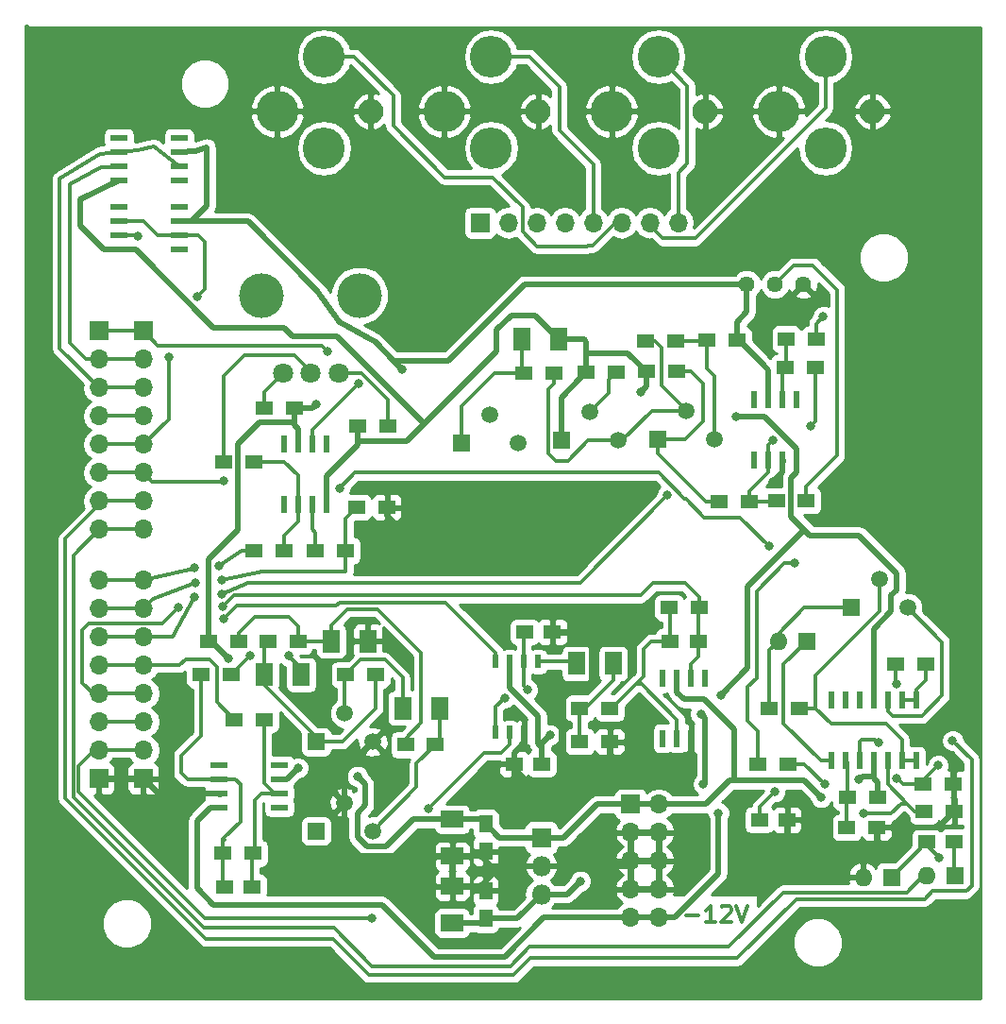
<source format=gbr>
%TF.GenerationSoftware,KiCad,Pcbnew,(2017-07-14 revision 22e95aa)-master*%
%TF.CreationDate,2017-07-26T18:39:18+02:00*%
%TF.ProjectId,allcolours,616C6C636F6C6F7572732E6B69636164,rev?*%
%TF.SameCoordinates,Original%
%TF.FileFunction,Copper,L1,Top,Signal*%
%TF.FilePolarity,Positive*%
%FSLAX46Y46*%
G04 Gerber Fmt 4.6, Leading zero omitted, Abs format (unit mm)*
G04 Created by KiCad (PCBNEW (2017-07-14 revision 22e95aa)-master) date Wed Jul 26 18:39:18 2017*
%MOMM*%
%LPD*%
G01*
G04 APERTURE LIST*
%TA.AperFunction,NonConductor*%
%ADD10C,0.300000*%
%TD*%
%TA.AperFunction,SMDPad,CuDef*%
%ADD11R,1.524000X2.032000*%
%TD*%
%TA.AperFunction,SMDPad,CuDef*%
%ADD12R,1.500000X1.250000*%
%TD*%
%TA.AperFunction,SMDPad,CuDef*%
%ADD13R,1.250000X1.500000*%
%TD*%
%TA.AperFunction,SMDPad,CuDef*%
%ADD14R,2.032000X1.524000*%
%TD*%
%TA.AperFunction,ComponentPad*%
%ADD15R,1.600000X1.600000*%
%TD*%
%TA.AperFunction,ComponentPad*%
%ADD16O,1.600000X1.600000*%
%TD*%
%TA.AperFunction,ComponentPad*%
%ADD17O,2.247900X2.247900*%
%TD*%
%TA.AperFunction,ComponentPad*%
%ADD18O,3.749040X3.749040*%
%TD*%
%TA.AperFunction,ComponentPad*%
%ADD19O,1.700000X1.700000*%
%TD*%
%TA.AperFunction,ComponentPad*%
%ADD20R,1.700000X1.700000*%
%TD*%
%TA.AperFunction,ComponentPad*%
%ADD21C,1.520000*%
%TD*%
%TA.AperFunction,ComponentPad*%
%ADD22R,1.520000X1.520000*%
%TD*%
%TA.AperFunction,SMDPad,CuDef*%
%ADD23R,1.500000X1.300000*%
%TD*%
%TA.AperFunction,ComponentPad*%
%ADD24C,1.440000*%
%TD*%
%TA.AperFunction,ComponentPad*%
%ADD25C,1.800000*%
%TD*%
%TA.AperFunction,WasherPad*%
%ADD26C,4.000000*%
%TD*%
%TA.AperFunction,SMDPad,CuDef*%
%ADD27R,0.600000X1.500000*%
%TD*%
%TA.AperFunction,SMDPad,CuDef*%
%ADD28R,1.550000X0.600000*%
%TD*%
%TA.AperFunction,SMDPad,CuDef*%
%ADD29R,0.600000X1.550000*%
%TD*%
%TA.AperFunction,SMDPad,CuDef*%
%ADD30R,0.508000X1.143000*%
%TD*%
%TA.AperFunction,ComponentPad*%
%ADD31R,1.800000X1.800000*%
%TD*%
%TA.AperFunction,ComponentPad*%
%ADD32O,1.800000X1.800000*%
%TD*%
%TA.AperFunction,ViaPad*%
%ADD33C,0.800000*%
%TD*%
%TA.AperFunction,Conductor*%
%ADD34C,0.300000*%
%TD*%
%TA.AperFunction,Conductor*%
%ADD35C,0.500000*%
%TD*%
%TA.AperFunction,Conductor*%
%ADD36C,0.254000*%
%TD*%
G04 APERTURE END LIST*
D10*
X182157142Y-111607142D02*
X183300000Y-111607142D01*
X184800000Y-112178571D02*
X183942857Y-112178571D01*
X184371428Y-112178571D02*
X184371428Y-110678571D01*
X184228571Y-110892857D01*
X184085714Y-111035714D01*
X183942857Y-111107142D01*
X185371428Y-110821428D02*
X185442857Y-110750000D01*
X185585714Y-110678571D01*
X185942857Y-110678571D01*
X186085714Y-110750000D01*
X186157142Y-110821428D01*
X186228571Y-110964285D01*
X186228571Y-111107142D01*
X186157142Y-111321428D01*
X185300000Y-112178571D01*
X186228571Y-112178571D01*
X186657142Y-110678571D02*
X187157142Y-112178571D01*
X187657142Y-110678571D01*
D11*
%TO.P,C1,1*%
%TO.N,Net-(C1-Pad1)*%
X150349000Y-87000000D03*
%TO.P,C1,2*%
%TO.N,GND*%
X153651000Y-87000000D03*
%TD*%
%TO.P,C2,1*%
%TO.N,Net-(C2-Pad1)*%
X167459000Y-59960000D03*
%TO.P,C2,2*%
%TO.N,-12VA*%
X170761000Y-59960000D03*
%TD*%
D12*
%TO.P,C3,2*%
%TO.N,Net-(C3-Pad2)*%
X206250000Y-105000000D03*
%TO.P,C3,1*%
%TO.N,Net-(C3-Pad1)*%
X203750000Y-105000000D03*
%TD*%
D11*
%TO.P,C4,2*%
%TO.N,Net-(C4-Pad2)*%
X156749000Y-92990000D03*
%TO.P,C4,1*%
%TO.N,Net-(C4-Pad1)*%
X160051000Y-92990000D03*
%TD*%
%TO.P,C5,1*%
%TO.N,Net-(C5-Pad1)*%
X144349000Y-90000000D03*
%TO.P,C5,2*%
%TO.N,Net-(C5-Pad2)*%
X147651000Y-90000000D03*
%TD*%
D12*
%TO.P,C6,1*%
%TO.N,Net-(C6-Pad1)*%
X143250000Y-109000000D03*
%TO.P,C6,2*%
%TO.N,Net-(C6-Pad2)*%
X140750000Y-109000000D03*
%TD*%
%TO.P,C7,1*%
%TO.N,GND*%
X191250000Y-103000000D03*
%TO.P,C7,2*%
%TO.N,Net-(C7-Pad2)*%
X188750000Y-103000000D03*
%TD*%
%TO.P,C8,1*%
%TO.N,GND*%
X170190000Y-86170000D03*
%TO.P,C8,2*%
%TO.N,Net-(C8-Pad2)*%
X167690000Y-86170000D03*
%TD*%
%TO.P,C9,2*%
%TO.N,/5V*%
X169250000Y-98000000D03*
%TO.P,C9,1*%
%TO.N,GND*%
X166750000Y-98000000D03*
%TD*%
D11*
%TO.P,C10,2*%
%TO.N,Net-(C10-Pad2)*%
X175651000Y-89000000D03*
%TO.P,C10,1*%
%TO.N,Net-(C10-Pad1)*%
X172349000Y-89000000D03*
%TD*%
D12*
%TO.P,C11,1*%
%TO.N,/7400_OUT*%
X183250000Y-87000000D03*
%TO.P,C11,2*%
%TO.N,Net-(C11-Pad2)*%
X180750000Y-87000000D03*
%TD*%
D13*
%TO.P,C12,2*%
%TO.N,+12V*%
X164200000Y-103350000D03*
%TO.P,C12,1*%
%TO.N,GND*%
X164200000Y-105850000D03*
%TD*%
D14*
%TO.P,C13,2*%
%TO.N,GND*%
X161200000Y-106251000D03*
%TO.P,C13,1*%
%TO.N,+12V*%
X161200000Y-102949000D03*
%TD*%
%TO.P,C14,1*%
%TO.N,/5V*%
X161200000Y-112251000D03*
%TO.P,C14,2*%
%TO.N,GND*%
X161200000Y-108949000D03*
%TD*%
D13*
%TO.P,C15,2*%
%TO.N,GND*%
X164200000Y-109350000D03*
%TO.P,C15,1*%
%TO.N,/5V*%
X164200000Y-111850000D03*
%TD*%
D15*
%TO.P,D1,1*%
%TO.N,Net-(C3-Pad2)*%
X206310000Y-108040000D03*
D16*
%TO.P,D1,2*%
%TO.N,/SH_CLOCK*%
X203770000Y-108040000D03*
%TD*%
%TO.P,D2,2*%
%TO.N,GND*%
X198070000Y-108170000D03*
D15*
%TO.P,D2,1*%
%TO.N,Net-(C3-Pad1)*%
X200610000Y-108170000D03*
%TD*%
D16*
%TO.P,D3,2*%
%TO.N,Net-(D3-Pad2)*%
X190460000Y-87000000D03*
D15*
%TO.P,D3,1*%
%TO.N,Net-(D3-Pad1)*%
X193000000Y-87000000D03*
%TD*%
D17*
%TO.P,M1,1@2*%
%TO.N,GND*%
X183898620Y-39500000D03*
D18*
%TO.P,M1,2*%
%TO.N,Net-(M1-Pad2)*%
X179700000Y-42799460D03*
%TO.P,M1,3*%
%TO.N,Net-(M1-Pad3)*%
X179700000Y-34600340D03*
%TO.P,M1,1@1*%
%TO.N,GND*%
X175501380Y-39500000D03*
%TD*%
%TO.P,M2,1@1*%
%TO.N,GND*%
X190501380Y-39500000D03*
%TO.P,M2,3*%
%TO.N,Net-(M2-Pad3)*%
X194700000Y-34600340D03*
%TO.P,M2,2*%
%TO.N,Net-(M2-Pad2)*%
X194700000Y-42799460D03*
D17*
%TO.P,M2,1@2*%
%TO.N,GND*%
X198898620Y-39500000D03*
%TD*%
%TO.P,M3,1@2*%
%TO.N,GND*%
X153898620Y-39500000D03*
D18*
%TO.P,M3,2*%
%TO.N,Net-(M3-Pad2)*%
X149700000Y-42799460D03*
%TO.P,M3,3*%
%TO.N,Net-(M3-Pad3)*%
X149700000Y-34600340D03*
%TO.P,M3,1@1*%
%TO.N,GND*%
X145501380Y-39500000D03*
%TD*%
%TO.P,M4,1@1*%
%TO.N,GND*%
X160501380Y-39500000D03*
%TO.P,M4,3*%
%TO.N,Net-(M4-Pad3)*%
X164700000Y-34600340D03*
%TO.P,M4,2*%
%TO.N,Net-(M4-Pad2)*%
X164700000Y-42799460D03*
D17*
%TO.P,M4,1@2*%
%TO.N,GND*%
X168898620Y-39500000D03*
%TD*%
D19*
%TO.P,P1,8*%
%TO.N,Net-(M1-Pad3)*%
X181480000Y-49500000D03*
%TO.P,P1,7*%
%TO.N,Net-(M2-Pad3)*%
X178940000Y-49500000D03*
%TO.P,P1,6*%
%TO.N,Net-(M3-Pad3)*%
X176400000Y-49500000D03*
%TO.P,P1,5*%
%TO.N,Net-(M4-Pad3)*%
X173860000Y-49500000D03*
%TO.P,P1,4*%
%TO.N,Net-(P1-Pad4)*%
X171320000Y-49500000D03*
%TO.P,P1,3*%
%TO.N,Net-(P1-Pad3)*%
X168780000Y-49500000D03*
%TO.P,P1,2*%
%TO.N,Net-(P1-Pad2)*%
X166240000Y-49500000D03*
D20*
%TO.P,P1,1*%
%TO.N,Net-(P1-Pad1)*%
X163700000Y-49500000D03*
%TD*%
%TO.P,P2,1*%
%TO.N,GND*%
X129500000Y-99300000D03*
D19*
%TO.P,P2,2*%
%TO.N,/7400_IN*%
X129500000Y-96760000D03*
%TO.P,P2,3*%
%TO.N,/7400_CLK_IN*%
X129500000Y-94220000D03*
%TO.P,P2,4*%
%TO.N,/7400_OUT*%
X129500000Y-91680000D03*
%TO.P,P2,5*%
%TO.N,/Y_NOISE_OUT*%
X129500000Y-89140000D03*
%TO.P,P2,6*%
%TO.N,/H_NOISE_OUT*%
X129500000Y-86600000D03*
%TO.P,P2,7*%
%TO.N,/COMP_IN0*%
X129500000Y-84060000D03*
%TO.P,P2,8*%
%TO.N,/COMP_CV0*%
X129500000Y-81520000D03*
%TD*%
D20*
%TO.P,P3,1*%
%TO.N,/COMP_OUT0*%
X133500000Y-59200000D03*
D19*
%TO.P,P3,2*%
%TO.N,/buffer_in*%
X133500000Y-61740000D03*
%TO.P,P3,3*%
%TO.N,/buffer_out*%
X133500000Y-64280000D03*
%TO.P,P3,4*%
%TO.N,/buffer_in1*%
X133500000Y-66820000D03*
%TO.P,P3,5*%
%TO.N,/buffer_out1*%
X133500000Y-69360000D03*
%TO.P,P3,6*%
%TO.N,/SH_IN*%
X133500000Y-71900000D03*
%TO.P,P3,7*%
%TO.N,/SH_OUT*%
X133500000Y-74440000D03*
%TO.P,P3,8*%
%TO.N,/SH_CLOCK*%
X133500000Y-76980000D03*
%TD*%
D20*
%TO.P,P4,1*%
%TO.N,+12V*%
X177200000Y-101600000D03*
D19*
%TO.P,P4,2*%
X179740000Y-101600000D03*
%TO.P,P4,3*%
%TO.N,GND*%
X177200000Y-104140000D03*
%TO.P,P4,4*%
X179740000Y-104140000D03*
%TO.P,P4,5*%
X177200000Y-106680000D03*
%TO.P,P4,6*%
X179740000Y-106680000D03*
%TO.P,P4,7*%
X177200000Y-109220000D03*
%TO.P,P4,8*%
X179740000Y-109220000D03*
%TO.P,P4,9*%
%TO.N,-12VA*%
X177200000Y-111760000D03*
%TO.P,P4,10*%
X179740000Y-111760000D03*
%TD*%
D20*
%TO.P,P5,1*%
%TO.N,GND*%
X133500000Y-99300000D03*
D19*
%TO.P,P5,2*%
%TO.N,/7400_IN*%
X133500000Y-96760000D03*
%TO.P,P5,3*%
%TO.N,/7400_CLK_IN*%
X133500000Y-94220000D03*
%TO.P,P5,4*%
%TO.N,/7400_OUT*%
X133500000Y-91680000D03*
%TO.P,P5,5*%
%TO.N,/Y_NOISE_OUT*%
X133500000Y-89140000D03*
%TO.P,P5,6*%
%TO.N,/H_NOISE_OUT*%
X133500000Y-86600000D03*
%TO.P,P5,7*%
%TO.N,/COMP_IN0*%
X133500000Y-84060000D03*
%TO.P,P5,8*%
%TO.N,/COMP_CV0*%
X133500000Y-81520000D03*
%TD*%
%TO.P,P6,8*%
%TO.N,/SH_CLOCK*%
X129500000Y-76980000D03*
%TO.P,P6,7*%
%TO.N,/SH_OUT*%
X129500000Y-74440000D03*
%TO.P,P6,6*%
%TO.N,/SH_IN*%
X129500000Y-71900000D03*
%TO.P,P6,5*%
%TO.N,/buffer_out1*%
X129500000Y-69360000D03*
%TO.P,P6,4*%
%TO.N,/buffer_in1*%
X129500000Y-66820000D03*
%TO.P,P6,3*%
%TO.N,/buffer_out*%
X129500000Y-64280000D03*
%TO.P,P6,2*%
%TO.N,/buffer_in*%
X129500000Y-61740000D03*
D20*
%TO.P,P6,1*%
%TO.N,/COMP_OUT0*%
X129500000Y-59200000D03*
%TD*%
D21*
%TO.P,Q1,2*%
%TO.N,GND*%
X151540000Y-101460000D03*
%TO.P,Q1,3*%
%TO.N,Net-(C4-Pad1)*%
X154080000Y-104000000D03*
D22*
%TO.P,Q1,1*%
%TO.N,Net-(Q1-Pad1)*%
X149000000Y-104000000D03*
%TD*%
D21*
%TO.P,Q2,2*%
%TO.N,Net-(Q2-Pad2)*%
X164570000Y-66700000D03*
%TO.P,Q2,3*%
%TO.N,Net-(Q2-Pad3)*%
X167110000Y-69240000D03*
D22*
%TO.P,Q2,1*%
%TO.N,Net-(C2-Pad1)*%
X162030000Y-69240000D03*
%TD*%
%TO.P,Q3,1*%
%TO.N,Net-(C5-Pad1)*%
X149000000Y-96000000D03*
D21*
%TO.P,Q3,3*%
%TO.N,GND*%
X154080000Y-96000000D03*
%TO.P,Q3,2*%
%TO.N,Net-(C4-Pad2)*%
X151540000Y-93460000D03*
%TD*%
D22*
%TO.P,Q4,1*%
%TO.N,-12VA*%
X171000000Y-69000000D03*
D21*
%TO.P,Q4,3*%
%TO.N,Net-(Q4-Pad3)*%
X176080000Y-69000000D03*
%TO.P,Q4,2*%
%TO.N,Net-(Q2-Pad2)*%
X173540000Y-66460000D03*
%TD*%
%TO.P,Q5,2*%
%TO.N,Net-(Q4-Pad3)*%
X182170000Y-66340000D03*
%TO.P,Q5,3*%
%TO.N,Net-(Q5-Pad3)*%
X184710000Y-68880000D03*
D22*
%TO.P,Q5,1*%
%TO.N,Net-(Q5-Pad1)*%
X179630000Y-68880000D03*
%TD*%
%TO.P,Q6,1*%
%TO.N,Net-(D3-Pad2)*%
X197000000Y-84000000D03*
D21*
%TO.P,Q6,3*%
%TO.N,Net-(C7-Pad2)*%
X202080000Y-84000000D03*
%TO.P,Q6,2*%
%TO.N,Net-(Q6-Pad2)*%
X199540000Y-81460000D03*
%TD*%
D23*
%TO.P,R1,2*%
%TO.N,Net-(C4-Pad1)*%
X159700000Y-96280000D03*
%TO.P,R1,1*%
%TO.N,Net-(C1-Pad1)*%
X157000000Y-96280000D03*
%TD*%
%TO.P,R2,2*%
%TO.N,Net-(C4-Pad2)*%
X151650000Y-90000000D03*
%TO.P,R2,1*%
%TO.N,Net-(C5-Pad1)*%
X154350000Y-90000000D03*
%TD*%
%TO.P,R3,2*%
%TO.N,Net-(C2-Pad1)*%
X167650000Y-63000000D03*
%TO.P,R3,1*%
%TO.N,Net-(Q4-Pad3)*%
X170350000Y-63000000D03*
%TD*%
%TO.P,R4,2*%
%TO.N,-12VA*%
X173210000Y-62920000D03*
%TO.P,R4,1*%
%TO.N,Net-(Q2-Pad2)*%
X175910000Y-62920000D03*
%TD*%
%TO.P,R5,1*%
%TO.N,+12V*%
X139340000Y-87010000D03*
%TO.P,R5,2*%
%TO.N,Net-(C1-Pad1)*%
X142040000Y-87010000D03*
%TD*%
%TO.P,R6,1*%
%TO.N,Net-(C1-Pad1)*%
X147350000Y-87000000D03*
%TO.P,R6,2*%
%TO.N,Net-(C5-Pad1)*%
X144650000Y-87000000D03*
%TD*%
%TO.P,R7,2*%
%TO.N,GND*%
X206180000Y-99820000D03*
%TO.P,R7,1*%
%TO.N,Net-(C3-Pad1)*%
X203480000Y-99820000D03*
%TD*%
%TO.P,R8,1*%
%TO.N,+12V*%
X199350000Y-101000000D03*
%TO.P,R8,2*%
%TO.N,Net-(R8-Pad2)*%
X196650000Y-101000000D03*
%TD*%
%TO.P,R9,2*%
%TO.N,GND*%
X199310000Y-103680000D03*
%TO.P,R9,1*%
%TO.N,Net-(R8-Pad2)*%
X196610000Y-103680000D03*
%TD*%
%TO.P,R10,2*%
%TO.N,Net-(Q4-Pad3)*%
X178540000Y-60080000D03*
%TO.P,R10,1*%
%TO.N,Net-(Q5-Pad3)*%
X181240000Y-60080000D03*
%TD*%
%TO.P,R11,2*%
%TO.N,Net-(C5-Pad2)*%
X141350000Y-90000000D03*
%TO.P,R11,1*%
%TO.N,Net-(C6-Pad2)*%
X138650000Y-90000000D03*
%TD*%
%TO.P,R12,1*%
%TO.N,+12V*%
X186760000Y-59990000D03*
%TO.P,R12,2*%
%TO.N,Net-(Q5-Pad3)*%
X184060000Y-59990000D03*
%TD*%
%TO.P,R13,2*%
%TO.N,-12VA*%
X178630000Y-62830000D03*
%TO.P,R13,1*%
%TO.N,Net-(Q5-Pad1)*%
X181330000Y-62830000D03*
%TD*%
%TO.P,R14,1*%
%TO.N,/SH_IN*%
X188650000Y-98000000D03*
%TO.P,R14,2*%
%TO.N,Net-(R14-Pad2)*%
X191350000Y-98000000D03*
%TD*%
%TO.P,R15,1*%
%TO.N,Net-(R14-Pad2)*%
X203540000Y-102220000D03*
%TO.P,R15,2*%
%TO.N,GND*%
X206240000Y-102220000D03*
%TD*%
%TO.P,R16,1*%
%TO.N,Net-(R16-Pad1)*%
X187820000Y-74480000D03*
%TO.P,R16,2*%
%TO.N,Net-(Q5-Pad1)*%
X185120000Y-74480000D03*
%TD*%
%TO.P,R17,2*%
%TO.N,Net-(R16-Pad1)*%
X190280000Y-74390000D03*
%TO.P,R17,1*%
%TO.N,Net-(R17-Pad1)*%
X192980000Y-74390000D03*
%TD*%
%TO.P,R18,1*%
%TO.N,Net-(R18-Pad1)*%
X191170000Y-59900000D03*
%TO.P,R18,2*%
%TO.N,Net-(R16-Pad1)*%
X193870000Y-59900000D03*
%TD*%
%TO.P,R19,1*%
%TO.N,Net-(C6-Pad1)*%
X143350000Y-106000000D03*
%TO.P,R19,2*%
%TO.N,Net-(C6-Pad2)*%
X140650000Y-106000000D03*
%TD*%
%TO.P,R20,1*%
%TO.N,Net-(D3-Pad2)*%
X189650000Y-93000000D03*
%TO.P,R20,2*%
%TO.N,Net-(Q6-Pad2)*%
X192350000Y-93000000D03*
%TD*%
%TO.P,R21,2*%
%TO.N,/Y_NOISE_OUT*%
X141650000Y-94000000D03*
%TO.P,R21,1*%
%TO.N,Net-(C6-Pad1)*%
X144350000Y-94000000D03*
%TD*%
%TO.P,R22,1*%
%TO.N,Net-(R18-Pad1)*%
X191080000Y-62480000D03*
%TO.P,R22,2*%
%TO.N,/H_NOISE_OUT*%
X193780000Y-62480000D03*
%TD*%
%TO.P,R23,1*%
%TO.N,Net-(R23-Pad1)*%
X146120000Y-78920000D03*
%TO.P,R23,2*%
%TO.N,/COMP_CV0*%
X143420000Y-78920000D03*
%TD*%
%TO.P,R24,1*%
%TO.N,/COMP_IN0*%
X152650000Y-75000000D03*
%TO.P,R24,2*%
%TO.N,GND*%
X155350000Y-75000000D03*
%TD*%
%TO.P,R25,2*%
%TO.N,Net-(R25-Pad2)*%
X203650000Y-89050000D03*
%TO.P,R25,1*%
%TO.N,/SH_OUT*%
X200950000Y-89050000D03*
%TD*%
%TO.P,R26,2*%
%TO.N,/COMP_IN0*%
X151650000Y-78870000D03*
%TO.P,R26,1*%
%TO.N,Net-(R26-Pad1)*%
X148950000Y-78870000D03*
%TD*%
%TO.P,R27,2*%
%TO.N,Net-(R23-Pad1)*%
X143380000Y-70930000D03*
%TO.P,R27,1*%
%TO.N,Net-(R27-Pad1)*%
X140680000Y-70930000D03*
%TD*%
%TO.P,R28,1*%
%TO.N,+12V*%
X147070000Y-66130000D03*
%TO.P,R28,2*%
%TO.N,Net-(R28-Pad2)*%
X144370000Y-66130000D03*
%TD*%
%TO.P,R29,2*%
%TO.N,-12VA*%
X152700000Y-67690000D03*
%TO.P,R29,1*%
%TO.N,Net-(R29-Pad1)*%
X155400000Y-67690000D03*
%TD*%
%TO.P,R30,2*%
%TO.N,GND*%
X175350000Y-96000000D03*
%TO.P,R30,1*%
%TO.N,Net-(C10-Pad2)*%
X172650000Y-96000000D03*
%TD*%
%TO.P,R31,1*%
%TO.N,Net-(C11-Pad2)*%
X175350000Y-93000000D03*
%TO.P,R31,2*%
%TO.N,Net-(C10-Pad2)*%
X172650000Y-93000000D03*
%TD*%
%TO.P,R32,1*%
%TO.N,/7400_OUT*%
X183350000Y-84000000D03*
%TO.P,R32,2*%
%TO.N,Net-(C11-Pad2)*%
X180650000Y-84000000D03*
%TD*%
D24*
%TO.P,RV1,1*%
%TO.N,+12V*%
X187630000Y-55010000D03*
%TO.P,RV1,2*%
%TO.N,Net-(R17-Pad1)*%
X190170000Y-55010000D03*
%TO.P,RV1,3*%
%TO.N,GND*%
X192710000Y-55010000D03*
%TD*%
D25*
%TO.P,RV2,3*%
%TO.N,Net-(R28-Pad2)*%
X146000000Y-63000000D03*
%TO.P,RV2,2*%
%TO.N,Net-(R27-Pad1)*%
X148500000Y-63000000D03*
%TO.P,RV2,1*%
%TO.N,Net-(R29-Pad1)*%
X151000000Y-63000000D03*
D26*
%TO.P,RV2,0*%
%TO.N,*%
X144100000Y-56000000D03*
X152900000Y-56000000D03*
%TD*%
D27*
%TO.P,U1,1*%
%TO.N,Net-(D3-Pad1)*%
X195190000Y-97700000D03*
%TO.P,U1,2*%
%TO.N,Net-(R8-Pad2)*%
X196460000Y-97700000D03*
%TO.P,U1,3*%
%TO.N,Net-(C3-Pad1)*%
X197730000Y-97700000D03*
%TO.P,U1,4*%
%TO.N,+12V*%
X199000000Y-97700000D03*
%TO.P,U1,5*%
%TO.N,Net-(R14-Pad2)*%
X200270000Y-97700000D03*
%TO.P,U1,6*%
%TO.N,Net-(Q6-Pad2)*%
X201540000Y-97700000D03*
%TO.P,U1,7*%
X202810000Y-97700000D03*
%TO.P,U1,8*%
%TO.N,Net-(R25-Pad2)*%
X202810000Y-92300000D03*
%TO.P,U1,9*%
X201540000Y-92300000D03*
%TO.P,U1,10*%
%TO.N,Net-(C7-Pad2)*%
X200270000Y-92300000D03*
%TO.P,U1,11*%
%TO.N,-12VA*%
X199000000Y-92300000D03*
%TO.P,U1,12*%
%TO.N,N/C*%
X197730000Y-92300000D03*
%TO.P,U1,13*%
X196460000Y-92300000D03*
%TO.P,U1,14*%
X195190000Y-92300000D03*
%TD*%
D28*
%TO.P,U2,1*%
%TO.N,Net-(U2-Pad1)*%
X140300000Y-98095000D03*
%TO.P,U2,2*%
%TO.N,Net-(C6-Pad2)*%
X140300000Y-99365000D03*
%TO.P,U2,3*%
%TO.N,GND*%
X140300000Y-100635000D03*
%TO.P,U2,4*%
%TO.N,-12VA*%
X140300000Y-101905000D03*
%TO.P,U2,5*%
%TO.N,Net-(U2-Pad5)*%
X145700000Y-101905000D03*
%TO.P,U2,6*%
%TO.N,Net-(C6-Pad1)*%
X145700000Y-100635000D03*
%TO.P,U2,7*%
%TO.N,+12V*%
X145700000Y-99365000D03*
%TO.P,U2,8*%
%TO.N,Net-(U2-Pad8)*%
X145700000Y-98095000D03*
%TD*%
D29*
%TO.P,U3,8*%
%TO.N,Net-(U3-Pad8)*%
X188305000Y-65380000D03*
%TO.P,U3,7*%
%TO.N,+12V*%
X189575000Y-65380000D03*
%TO.P,U3,6*%
%TO.N,Net-(R18-Pad1)*%
X190845000Y-65380000D03*
%TO.P,U3,5*%
%TO.N,Net-(U3-Pad5)*%
X192115000Y-65380000D03*
%TO.P,U3,4*%
%TO.N,-12VA*%
X192115000Y-70780000D03*
%TO.P,U3,3*%
%TO.N,GND*%
X190845000Y-70780000D03*
%TO.P,U3,2*%
%TO.N,Net-(R16-Pad1)*%
X189575000Y-70780000D03*
%TO.P,U3,1*%
%TO.N,Net-(U3-Pad1)*%
X188305000Y-70780000D03*
%TD*%
D30*
%TO.P,U4,8*%
%TO.N,/7400_CLK_IN*%
X165095000Y-88825000D03*
%TO.P,U4,7*%
%TO.N,/5V*%
X166365000Y-88825000D03*
%TO.P,U4,6*%
%TO.N,Net-(C8-Pad2)*%
X167635000Y-88825000D03*
%TO.P,U4,5*%
%TO.N,Net-(C10-Pad1)*%
X168905000Y-88825000D03*
%TO.P,U4,4*%
%TO.N,/5V*%
X168905000Y-95175000D03*
%TO.P,U4,3*%
%TO.N,GND*%
X167635000Y-95175000D03*
%TO.P,U4,2*%
%TO.N,/7400_IN*%
X166365000Y-95175000D03*
%TO.P,U4,1*%
%TO.N,Net-(C8-Pad2)*%
X165095000Y-95175000D03*
%TD*%
D29*
%TO.P,U5,1*%
%TO.N,Net-(U5-Pad1)*%
X146095000Y-74700000D03*
%TO.P,U5,2*%
%TO.N,Net-(R23-Pad1)*%
X147365000Y-74700000D03*
%TO.P,U5,3*%
%TO.N,Net-(R26-Pad1)*%
X148635000Y-74700000D03*
%TO.P,U5,4*%
%TO.N,-12VA*%
X149905000Y-74700000D03*
%TO.P,U5,5*%
%TO.N,Net-(U5-Pad5)*%
X149905000Y-69300000D03*
%TO.P,U5,6*%
%TO.N,/COMP_OUT0*%
X148635000Y-69300000D03*
%TO.P,U5,7*%
%TO.N,+12V*%
X147365000Y-69300000D03*
%TO.P,U5,8*%
%TO.N,Net-(U5-Pad8)*%
X146095000Y-69300000D03*
%TD*%
%TO.P,U6,8*%
%TO.N,Net-(U6-Pad8)*%
X180095000Y-90300000D03*
%TO.P,U6,7*%
%TO.N,+12V*%
X181365000Y-90300000D03*
%TO.P,U6,6*%
%TO.N,/7400_OUT*%
X182635000Y-90300000D03*
%TO.P,U6,5*%
%TO.N,Net-(U6-Pad5)*%
X183905000Y-90300000D03*
%TO.P,U6,4*%
%TO.N,-12VA*%
X183905000Y-95700000D03*
%TO.P,U6,3*%
%TO.N,GND*%
X182635000Y-95700000D03*
%TO.P,U6,2*%
%TO.N,Net-(C11-Pad2)*%
X181365000Y-95700000D03*
%TO.P,U6,1*%
%TO.N,Net-(U6-Pad1)*%
X180095000Y-95700000D03*
%TD*%
D28*
%TO.P,U7,8*%
%TO.N,Net-(U7-Pad8)*%
X136700000Y-48095000D03*
%TO.P,U7,7*%
%TO.N,+12V*%
X136700000Y-49365000D03*
%TO.P,U7,6*%
%TO.N,/buffer_out1*%
X136700000Y-50635000D03*
%TO.P,U7,5*%
%TO.N,Net-(U7-Pad5)*%
X136700000Y-51905000D03*
%TO.P,U7,4*%
%TO.N,-12VA*%
X131300000Y-51905000D03*
%TO.P,U7,3*%
%TO.N,/buffer_in1*%
X131300000Y-50635000D03*
%TO.P,U7,2*%
%TO.N,/buffer_out1*%
X131300000Y-49365000D03*
%TO.P,U7,1*%
%TO.N,Net-(U7-Pad1)*%
X131300000Y-48095000D03*
%TD*%
%TO.P,U8,1*%
%TO.N,Net-(U8-Pad1)*%
X131300000Y-41895000D03*
%TO.P,U8,2*%
%TO.N,/buffer_out*%
X131300000Y-43165000D03*
%TO.P,U8,3*%
%TO.N,/buffer_in*%
X131300000Y-44435000D03*
%TO.P,U8,4*%
%TO.N,-12VA*%
X131300000Y-45705000D03*
%TO.P,U8,5*%
%TO.N,Net-(U8-Pad5)*%
X136700000Y-45705000D03*
%TO.P,U8,6*%
%TO.N,/buffer_out*%
X136700000Y-44435000D03*
%TO.P,U8,7*%
%TO.N,+12V*%
X136700000Y-43165000D03*
%TO.P,U8,8*%
%TO.N,Net-(U8-Pad8)*%
X136700000Y-41895000D03*
%TD*%
D31*
%TO.P,U9,1*%
%TO.N,+12V*%
X169200000Y-104600000D03*
D32*
%TO.P,U9,2*%
%TO.N,GND*%
X169200000Y-107140000D03*
%TO.P,U9,3*%
%TO.N,/5V*%
X169200000Y-109680000D03*
%TD*%
D33*
%TO.N,GND*%
X164300000Y-84800000D03*
X172000000Y-86900000D03*
X170400000Y-94000000D03*
X137000000Y-92700000D03*
X173200000Y-98800000D03*
X204000000Y-82600000D03*
X195600000Y-74100000D03*
X201800000Y-103680000D03*
X202800000Y-95200000D03*
X178500000Y-93800000D03*
X181500000Y-97900000D03*
X164300000Y-107600000D03*
X145800000Y-103900000D03*
X164700000Y-99800000D03*
X170600000Y-91100000D03*
X171800000Y-84500000D03*
X171200000Y-79500000D03*
X164000000Y-79700000D03*
X163800000Y-73600000D03*
X173300000Y-73600000D03*
X154300000Y-77600000D03*
X157500000Y-74900000D03*
X141000000Y-47500000D03*
X134500000Y-40500000D03*
X131700000Y-39100000D03*
X202800000Y-37600000D03*
X159500000Y-79900000D03*
X206300000Y-97800000D03*
X154080000Y-96000000D03*
X155900000Y-87000000D03*
X188400000Y-105700000D03*
X171800000Y-100900000D03*
X190000000Y-72700000D03*
%TO.N,-12VA*%
X185300000Y-91800000D03*
X183500000Y-93500000D03*
X183700000Y-99800000D03*
X185100000Y-102400000D03*
X178140000Y-64650000D03*
X186700000Y-66900000D03*
%TO.N,Net-(C3-Pad1)*%
X204800000Y-98100000D03*
X204900000Y-106400000D03*
X199420000Y-96100000D03*
X201080000Y-99330000D03*
%TO.N,Net-(C5-Pad2)*%
X146500000Y-88320000D03*
X143090000Y-88260000D03*
%TO.N,Net-(C7-Pad2)*%
X190130000Y-100490000D03*
%TO.N,Net-(C8-Pad2)*%
X165900000Y-92060000D03*
X167960000Y-91340000D03*
%TO.N,/5V*%
X170000000Y-95400000D03*
X172700000Y-108500000D03*
%TO.N,/7400_OUT*%
X140600000Y-83900000D03*
X136600000Y-84000000D03*
X129500000Y-91680000D03*
%TO.N,+12V*%
X197700000Y-99400000D03*
X194300000Y-101000000D03*
X152700000Y-99100000D03*
X149000000Y-65800000D03*
X156700000Y-62600000D03*
X141110000Y-88510000D03*
X147370000Y-98350000D03*
%TO.N,/COMP_CV0*%
X140300000Y-80200000D03*
X138100000Y-80400000D03*
%TO.N,/H_NOISE_OUT*%
X193400000Y-67700000D03*
X180500000Y-73900000D03*
X140500000Y-82800000D03*
X138100000Y-83000000D03*
%TO.N,/7400_CLK_IN*%
X140700000Y-85000000D03*
%TO.N,/7400_IN*%
X159100000Y-102000000D03*
X154000000Y-111800000D03*
%TO.N,/SH_OUT*%
X201100000Y-90800000D03*
X206100000Y-95900000D03*
%TO.N,/SH_IN*%
X140700000Y-72600000D03*
X151100000Y-73300000D03*
X189600000Y-78500000D03*
X191900000Y-80000000D03*
%TO.N,/buffer_out1*%
X138300000Y-56100000D03*
X135800000Y-61500000D03*
%TO.N,/buffer_in1*%
X133000000Y-50700000D03*
%TO.N,/COMP_OUT0*%
X150000000Y-61000000D03*
X152800000Y-63900000D03*
%TO.N,Net-(R14-Pad2)*%
X194600000Y-99810000D03*
X198140000Y-102400000D03*
%TO.N,Net-(R16-Pad1)*%
X189990000Y-68990000D03*
X194490000Y-57910000D03*
%TO.N,/COMP_IN0*%
X138200000Y-81800000D03*
X140500000Y-81500000D03*
%TD*%
D34*
%TO.N,Net-(C1-Pad1)*%
X147350000Y-87000000D02*
X147350000Y-85620000D01*
X142040000Y-86210000D02*
X142040000Y-87010000D01*
X143480000Y-84770000D02*
X142040000Y-86210000D01*
X146500000Y-84770000D02*
X143480000Y-84770000D01*
X147350000Y-85620000D02*
X146500000Y-84770000D01*
X157000000Y-96280000D02*
X157000000Y-95730000D01*
X157000000Y-95730000D02*
X158400000Y-94330000D01*
X158400000Y-94330000D02*
X158400000Y-88010000D01*
X158400000Y-88010000D02*
X154490000Y-84100000D01*
X154490000Y-84100000D02*
X151810000Y-84100000D01*
X151810000Y-84100000D02*
X150349000Y-85561000D01*
X150349000Y-85561000D02*
X150349000Y-87000000D01*
X147350000Y-87000000D02*
X150349000Y-87000000D01*
D35*
%TO.N,GND*%
X171000000Y-99500000D02*
X173240000Y-99500000D01*
X173240000Y-99500000D02*
X173270000Y-99470000D01*
X155350000Y-75000000D02*
X155350000Y-75750000D01*
X155350000Y-75750000D02*
X159500000Y-79900000D01*
X206180000Y-97920000D02*
X206180000Y-99820000D01*
X206300000Y-97800000D02*
X206180000Y-97920000D01*
X140300000Y-100635000D02*
X134835000Y-100635000D01*
X134835000Y-100635000D02*
X133500000Y-99300000D01*
X155900000Y-87000000D02*
X153651000Y-87000000D01*
X191250000Y-105050000D02*
X191250000Y-103000000D01*
X191200000Y-105100000D02*
X191250000Y-105050000D01*
X189000000Y-105100000D02*
X191200000Y-105100000D01*
X188400000Y-105700000D02*
X189000000Y-105100000D01*
X172970000Y-86170000D02*
X173700000Y-86900000D01*
X173700000Y-86900000D02*
X173700000Y-90800000D01*
X173700000Y-90800000D02*
X173300000Y-91200000D01*
X173300000Y-91200000D02*
X171700000Y-91200000D01*
X171700000Y-91200000D02*
X171000000Y-91900000D01*
X171000000Y-91900000D02*
X171000000Y-99200000D01*
X172970000Y-86170000D02*
X170190000Y-86170000D01*
X171000000Y-100100000D02*
X171000000Y-99500000D01*
X171000000Y-99500000D02*
X171000000Y-99200000D01*
X171800000Y-100900000D02*
X171000000Y-100100000D01*
X190845000Y-71855000D02*
X190845000Y-70780000D01*
X190000000Y-72700000D02*
X190845000Y-71855000D01*
X133500000Y-99300000D02*
X129500000Y-99300000D01*
X198070000Y-108170000D02*
X198070000Y-106240000D01*
X198070000Y-106240000D02*
X198960000Y-105350000D01*
X161200000Y-106251000D02*
X151651000Y-106251000D01*
X151651000Y-106251000D02*
X151540000Y-106140000D01*
X151540000Y-106140000D02*
X151540000Y-101460000D01*
X179740000Y-104140000D02*
X179740000Y-109220000D01*
X179740000Y-109220000D02*
X177200000Y-109220000D01*
X177200000Y-109220000D02*
X177200000Y-106680000D01*
X177200000Y-106680000D02*
X177200000Y-104140000D01*
X177200000Y-104140000D02*
X179740000Y-104140000D01*
X179740000Y-104140000D02*
X179740000Y-106680000D01*
X179740000Y-106680000D02*
X177200000Y-106680000D01*
X177200000Y-106680000D02*
X176740000Y-107140000D01*
X176740000Y-107140000D02*
X169200000Y-107140000D01*
X151540000Y-101460000D02*
X151540000Y-98540000D01*
X151540000Y-98540000D02*
X154080000Y-96000000D01*
X161200000Y-108949000D02*
X163799000Y-108949000D01*
X163799000Y-108949000D02*
X165628000Y-107120000D01*
X166510000Y-107120000D02*
X166510000Y-107140000D01*
X165628000Y-107120000D02*
X166510000Y-107120000D01*
X161200000Y-108949000D02*
X161200000Y-106251000D01*
X161200000Y-106251000D02*
X163799000Y-106251000D01*
X163799000Y-106251000D02*
X164688000Y-107140000D01*
X164688000Y-107140000D02*
X166510000Y-107140000D01*
X166510000Y-107140000D02*
X169200000Y-107140000D01*
X175350000Y-97390000D02*
X182140000Y-97390000D01*
X182635000Y-96895000D02*
X182635000Y-95700000D01*
X182140000Y-97390000D02*
X182635000Y-96895000D01*
X166750000Y-98000000D02*
X166750000Y-98450000D01*
X166750000Y-98450000D02*
X167770000Y-99470000D01*
X167770000Y-99470000D02*
X173270000Y-99470000D01*
X175350000Y-97390000D02*
X175350000Y-96000000D01*
X173270000Y-99470000D02*
X175350000Y-97390000D01*
X166750000Y-98000000D02*
X166750000Y-96990000D01*
X167635000Y-96105000D02*
X167635000Y-95175000D01*
X166750000Y-96990000D02*
X167635000Y-96105000D01*
X199310000Y-103680000D02*
X201800000Y-103680000D01*
X201800000Y-103680000D02*
X204780000Y-103680000D01*
X204780000Y-103680000D02*
X206240000Y-102220000D01*
X191250000Y-103000000D02*
X192480000Y-103000000D01*
X192480000Y-103000000D02*
X194830000Y-105350000D01*
X194830000Y-105350000D02*
X198960000Y-105350000D01*
X199310000Y-105000000D02*
X199310000Y-103680000D01*
X198960000Y-105350000D02*
X199310000Y-105000000D01*
X206240000Y-102220000D02*
X206240000Y-99880000D01*
X206240000Y-99880000D02*
X206180000Y-99820000D01*
%TO.N,-12VA*%
X183905000Y-95700000D02*
X183905000Y-93905000D01*
X187700000Y-82100000D02*
X192800000Y-77000000D01*
X187700000Y-89400000D02*
X187700000Y-82100000D01*
X185300000Y-91800000D02*
X187700000Y-89400000D01*
X183905000Y-93905000D02*
X183500000Y-93500000D01*
X158750000Y-67450000D02*
X158650000Y-67450000D01*
X132805000Y-51905000D02*
X131300000Y-51905000D01*
X139800000Y-58900000D02*
X132805000Y-51905000D01*
X146100000Y-58900000D02*
X139800000Y-58900000D01*
X146900000Y-59700000D02*
X146100000Y-58900000D01*
X150900000Y-59700000D02*
X146900000Y-59700000D01*
X158650000Y-67450000D02*
X150900000Y-59700000D01*
X152700000Y-69100000D02*
X157100000Y-69100000D01*
X168601000Y-57800000D02*
X170761000Y-59960000D01*
X166500000Y-57800000D02*
X168601000Y-57800000D01*
X165200000Y-59100000D02*
X166500000Y-57800000D01*
X165200000Y-61000000D02*
X165200000Y-59100000D01*
X157100000Y-69100000D02*
X158750000Y-67450000D01*
X158750000Y-67450000D02*
X165200000Y-61000000D01*
X199000000Y-92300000D02*
X199000000Y-85900000D01*
X199000000Y-85900000D02*
X200600000Y-84300000D01*
X200600000Y-84300000D02*
X200600000Y-82900000D01*
X200600000Y-82900000D02*
X201100000Y-82400000D01*
X201100000Y-82400000D02*
X201100000Y-80900000D01*
X201100000Y-80900000D02*
X197700000Y-77500000D01*
X197700000Y-77500000D02*
X193300000Y-77500000D01*
X193300000Y-77500000D02*
X192800000Y-77000000D01*
X192115000Y-71885000D02*
X192115000Y-70780000D01*
X192800000Y-77000000D02*
X191600000Y-75800000D01*
X191600000Y-75800000D02*
X191600000Y-72400000D01*
X191600000Y-72400000D02*
X192115000Y-71885000D01*
X179740000Y-111760000D02*
X181140000Y-111760000D01*
X183905000Y-99595000D02*
X183905000Y-95700000D01*
X183700000Y-99800000D02*
X183905000Y-99595000D01*
X185100000Y-107800000D02*
X185100000Y-102400000D01*
X181140000Y-111760000D02*
X185100000Y-107800000D01*
X177200000Y-111760000D02*
X179740000Y-111760000D01*
X177200000Y-111760000D02*
X169440000Y-111760000D01*
X139495000Y-101905000D02*
X140300000Y-101905000D01*
X138300000Y-103100000D02*
X139495000Y-101905000D01*
X138300000Y-109100000D02*
X138300000Y-103100000D01*
X139800000Y-110600000D02*
X138300000Y-109100000D01*
X154900000Y-110600000D02*
X139800000Y-110600000D01*
X159600000Y-115300000D02*
X154900000Y-110600000D01*
X165900000Y-115300000D02*
X159600000Y-115300000D01*
X169440000Y-111760000D02*
X165900000Y-115300000D01*
X131300000Y-45705000D02*
X131300000Y-45720000D01*
X131300000Y-45720000D02*
X127870000Y-47350000D01*
X129985000Y-51905000D02*
X131300000Y-51905000D01*
X127870000Y-49790000D02*
X129985000Y-51905000D01*
X127870000Y-47350000D02*
X127870000Y-49790000D01*
X192115000Y-70780000D02*
X192115000Y-69755000D01*
X178630000Y-64160000D02*
X178630000Y-62830000D01*
X178140000Y-64650000D02*
X178630000Y-64160000D01*
X189220000Y-66860000D02*
X186700000Y-66900000D01*
X192115000Y-69755000D02*
X189220000Y-66860000D01*
X178630000Y-62830000D02*
X178610000Y-62830000D01*
X178610000Y-62830000D02*
X176960000Y-61180000D01*
X176960000Y-61180000D02*
X173210000Y-61180000D01*
X171000000Y-69000000D02*
X171000000Y-65130000D01*
X171000000Y-65130000D02*
X172730000Y-63400000D01*
X172730000Y-63400000D02*
X173210000Y-62920000D01*
X173210000Y-62920000D02*
X173210000Y-61180000D01*
X173210000Y-61180000D02*
X173210000Y-60140000D01*
X173030000Y-59960000D02*
X170761000Y-59960000D01*
X173210000Y-60140000D02*
X173030000Y-59960000D01*
X149905000Y-74700000D02*
X149905000Y-72165000D01*
X152700000Y-69370000D02*
X152700000Y-69100000D01*
X152700000Y-69100000D02*
X152700000Y-67690000D01*
X149905000Y-72165000D02*
X152700000Y-69370000D01*
D34*
%TO.N,Net-(C2-Pad1)*%
X162030000Y-69240000D02*
X162030000Y-65950000D01*
X164980000Y-63000000D02*
X167650000Y-63000000D01*
X162030000Y-65950000D02*
X164980000Y-63000000D01*
X167650000Y-63000000D02*
X167459000Y-62809000D01*
X167459000Y-62809000D02*
X167459000Y-59960000D01*
%TO.N,Net-(C3-Pad2)*%
X206250000Y-105000000D02*
X206250000Y-107980000D01*
X206250000Y-107980000D02*
X206310000Y-108040000D01*
%TO.N,Net-(C3-Pad1)*%
X203750000Y-105000000D02*
X203750000Y-105250000D01*
X203750000Y-105250000D02*
X204900000Y-106400000D01*
X204800000Y-98100000D02*
X203480000Y-99420000D01*
X203480000Y-99420000D02*
X203480000Y-99820000D01*
X203480000Y-99820000D02*
X201640000Y-99820000D01*
X197730000Y-96030000D02*
X197730000Y-97700000D01*
X197920000Y-95840000D02*
X197730000Y-96030000D01*
X199160000Y-95840000D02*
X197920000Y-95840000D01*
X199420000Y-96100000D02*
X199160000Y-95840000D01*
X201150000Y-99330000D02*
X201080000Y-99330000D01*
X201640000Y-99820000D02*
X201150000Y-99330000D01*
X200610000Y-108170000D02*
X200610000Y-108140000D01*
X200610000Y-108140000D02*
X203750000Y-105000000D01*
%TO.N,Net-(C4-Pad1)*%
X160051000Y-92990000D02*
X160051000Y-95929000D01*
X160051000Y-95929000D02*
X158010000Y-97970000D01*
X158010000Y-97970000D02*
X158010000Y-100070000D01*
X158010000Y-100070000D02*
X154080000Y-104000000D01*
%TO.N,Net-(C4-Pad2)*%
X156749000Y-92990000D02*
X156749000Y-90239000D01*
X153000000Y-88650000D02*
X151650000Y-90000000D01*
X155160000Y-88650000D02*
X153000000Y-88650000D01*
X156749000Y-90239000D02*
X155160000Y-88650000D01*
X151540000Y-93460000D02*
X151540000Y-90110000D01*
X151540000Y-90110000D02*
X151650000Y-90000000D01*
%TO.N,Net-(C5-Pad1)*%
X149000000Y-96000000D02*
X151360000Y-96000000D01*
X154350000Y-93010000D02*
X154350000Y-90000000D01*
X151360000Y-96000000D02*
X154350000Y-93010000D01*
X149000000Y-96000000D02*
X149000000Y-95540000D01*
X149000000Y-95540000D02*
X144349000Y-90889000D01*
X144349000Y-90889000D02*
X144349000Y-87301000D01*
X144349000Y-87301000D02*
X144650000Y-87000000D01*
%TO.N,Net-(C5-Pad2)*%
X141350000Y-90000000D02*
X143090000Y-88260000D01*
X146500000Y-88320000D02*
X147651000Y-89471000D01*
X147651000Y-89471000D02*
X147651000Y-90000000D01*
%TO.N,Net-(C6-Pad2)*%
X140300000Y-99365000D02*
X141755000Y-99365000D01*
X140650000Y-106000000D02*
X140650000Y-104950000D01*
X140800000Y-104800000D02*
X140650000Y-104800000D01*
X140650000Y-104950000D02*
X140800000Y-104800000D01*
X140780000Y-104580000D02*
X140650000Y-104710000D01*
X138650000Y-90000000D02*
X138650000Y-95480000D01*
X140650000Y-104710000D02*
X140650000Y-104800000D01*
X140650000Y-104800000D02*
X140650000Y-108900000D01*
X142200000Y-103160000D02*
X140780000Y-104580000D01*
X142200000Y-99810000D02*
X142200000Y-103160000D01*
X141755000Y-99365000D02*
X142200000Y-99810000D01*
X137455000Y-99365000D02*
X141755000Y-99365000D01*
X136890000Y-98800000D02*
X137455000Y-99365000D01*
X136890000Y-97240000D02*
X136890000Y-98800000D01*
X138650000Y-95480000D02*
X136890000Y-97240000D01*
X140650000Y-108900000D02*
X140750000Y-109000000D01*
%TO.N,Net-(C6-Pad1)*%
X145700000Y-100635000D02*
X145235000Y-100635000D01*
X145235000Y-100635000D02*
X144350000Y-99750000D01*
X144350000Y-99750000D02*
X144350000Y-94000000D01*
X143250000Y-109000000D02*
X143250000Y-106100000D01*
X143250000Y-106100000D02*
X143460000Y-105890000D01*
X143460000Y-105890000D02*
X143460000Y-101230000D01*
X143460000Y-101230000D02*
X144055000Y-100635000D01*
X144055000Y-100635000D02*
X145700000Y-100635000D01*
%TO.N,Net-(C7-Pad2)*%
X200270000Y-92300000D02*
X200270000Y-93270000D01*
X205140000Y-87060000D02*
X202080000Y-84000000D01*
X205140000Y-91880000D02*
X205140000Y-87060000D01*
X203320000Y-93700000D02*
X205140000Y-91880000D01*
X200700000Y-93700000D02*
X203320000Y-93700000D01*
X200270000Y-93270000D02*
X200700000Y-93700000D01*
X188750000Y-103000000D02*
X188750000Y-101870000D01*
X188750000Y-101870000D02*
X190130000Y-100490000D01*
%TO.N,Net-(C8-Pad2)*%
X167635000Y-88825000D02*
X167635000Y-86225000D01*
X167635000Y-86225000D02*
X167690000Y-86170000D01*
X167635000Y-88825000D02*
X167635000Y-91015000D01*
X165095000Y-92865000D02*
X165095000Y-95175000D01*
X165900000Y-92060000D02*
X165095000Y-92865000D01*
X167635000Y-91015000D02*
X167960000Y-91340000D01*
X167635000Y-86225000D02*
X167690000Y-86170000D01*
D35*
%TO.N,/5V*%
X169200000Y-109680000D02*
X171520000Y-109680000D01*
X169250000Y-96150000D02*
X169250000Y-98000000D01*
X170000000Y-95400000D02*
X169250000Y-96150000D01*
X171520000Y-109680000D02*
X172700000Y-108500000D01*
X161200000Y-112251000D02*
X163799000Y-112251000D01*
X163799000Y-112251000D02*
X164200000Y-111850000D01*
X164200000Y-111850000D02*
X167030000Y-111850000D01*
X167030000Y-111850000D02*
X169200000Y-109680000D01*
X168905000Y-95175000D02*
X168905000Y-93705000D01*
X166365000Y-91165000D02*
X166365000Y-88825000D01*
X168905000Y-93705000D02*
X166365000Y-91165000D01*
X169250000Y-98000000D02*
X169250000Y-96530000D01*
X169250000Y-96530000D02*
X168905000Y-96185000D01*
X168905000Y-96185000D02*
X168905000Y-95175000D01*
D34*
%TO.N,Net-(C10-Pad1)*%
X168905000Y-88825000D02*
X172174000Y-88825000D01*
X172174000Y-88825000D02*
X172349000Y-89000000D01*
%TO.N,Net-(C10-Pad2)*%
X172650000Y-93000000D02*
X173100000Y-93000000D01*
X173100000Y-93000000D02*
X175651000Y-90449000D01*
X175651000Y-90449000D02*
X175651000Y-89000000D01*
X172650000Y-96000000D02*
X172650000Y-93000000D01*
X175651000Y-89000000D02*
X175330000Y-89000000D01*
%TO.N,/7400_OUT*%
X129500000Y-91680000D02*
X128980000Y-91680000D01*
X128980000Y-91680000D02*
X128000000Y-90700000D01*
X183350000Y-83050000D02*
X183350000Y-84000000D01*
X182100000Y-81800000D02*
X183350000Y-83050000D01*
X179200000Y-81800000D02*
X182100000Y-81800000D01*
X178100000Y-82900000D02*
X179200000Y-81800000D01*
X141600000Y-82900000D02*
X178100000Y-82900000D01*
X140600000Y-83900000D02*
X141600000Y-82900000D01*
X135200000Y-85400000D02*
X136600000Y-84000000D01*
X128600000Y-85400000D02*
X135200000Y-85400000D01*
X128000000Y-86000000D02*
X128600000Y-85400000D01*
X128000000Y-90700000D02*
X128000000Y-86000000D01*
X133500000Y-91680000D02*
X129500000Y-91680000D01*
X182635000Y-90300000D02*
X182635000Y-89015000D01*
X183250000Y-88400000D02*
X183250000Y-87000000D01*
X182635000Y-89015000D02*
X183250000Y-88400000D01*
X183250000Y-87000000D02*
X183250000Y-84100000D01*
X183250000Y-84100000D02*
X183350000Y-84000000D01*
%TO.N,Net-(C11-Pad2)*%
X178175000Y-90825000D02*
X177695000Y-90825000D01*
X178000000Y-90600000D02*
X178000000Y-90520000D01*
X177920000Y-90600000D02*
X178000000Y-90600000D01*
X177695000Y-90825000D02*
X177920000Y-90600000D01*
X181365000Y-95700000D02*
X181365000Y-94015000D01*
X181365000Y-94015000D02*
X178175000Y-90825000D01*
X178175000Y-90825000D02*
X178160000Y-90810000D01*
X175350000Y-93000000D02*
X175520000Y-93000000D01*
X175520000Y-93000000D02*
X178000000Y-90520000D01*
X178000000Y-90520000D02*
X178380000Y-90140000D01*
X179090000Y-87000000D02*
X180750000Y-87000000D01*
X178380000Y-87710000D02*
X179090000Y-87000000D01*
X178380000Y-90140000D02*
X178380000Y-87710000D01*
X180750000Y-87000000D02*
X180750000Y-84100000D01*
X180750000Y-84100000D02*
X180650000Y-84000000D01*
D35*
%TO.N,+12V*%
X177200000Y-101600000D02*
X179740000Y-101600000D01*
X155950000Y-61850000D02*
X160850000Y-61850000D01*
X167690000Y-55010000D02*
X187630000Y-55010000D01*
X160850000Y-61850000D02*
X167690000Y-55010000D01*
X186500000Y-99500000D02*
X186500000Y-94900000D01*
X181365000Y-91565000D02*
X181365000Y-90300000D01*
X182000000Y-92200000D02*
X181365000Y-91565000D01*
X183800000Y-92200000D02*
X182000000Y-92200000D01*
X186500000Y-94900000D02*
X183800000Y-92200000D01*
X179740000Y-101600000D02*
X184000000Y-101600000D01*
X198000000Y-99100000D02*
X199000000Y-99100000D01*
X197700000Y-99400000D02*
X198000000Y-99100000D01*
X192800000Y-99500000D02*
X194300000Y-101000000D01*
X186100000Y-99500000D02*
X186500000Y-99500000D01*
X186500000Y-99500000D02*
X192800000Y-99500000D01*
X184000000Y-101600000D02*
X186100000Y-99500000D01*
X161200000Y-102949000D02*
X157751000Y-102949000D01*
X153400000Y-99800000D02*
X152700000Y-99100000D01*
X153400000Y-101700000D02*
X153400000Y-99800000D01*
X152700000Y-102400000D02*
X153400000Y-101700000D01*
X152700000Y-104559998D02*
X152700000Y-102400000D01*
X153540002Y-105400000D02*
X152700000Y-104559998D01*
X155300000Y-105400000D02*
X153540002Y-105400000D01*
X157751000Y-102949000D02*
X155300000Y-105400000D01*
X147070000Y-67400000D02*
X143900000Y-67400000D01*
X139340000Y-79660000D02*
X139340000Y-87010000D01*
X142000000Y-77000000D02*
X139340000Y-79660000D01*
X142000000Y-69300000D02*
X142000000Y-77000000D01*
X143900000Y-67400000D02*
X142000000Y-69300000D01*
X137700000Y-49365000D02*
X142865000Y-49365000D01*
X148670000Y-66130000D02*
X147070000Y-66130000D01*
X149000000Y-65800000D02*
X148670000Y-66130000D01*
X154300000Y-60200000D02*
X155950000Y-61850000D01*
X155950000Y-61850000D02*
X156700000Y-62600000D01*
X151100000Y-58400000D02*
X154300000Y-60200000D01*
X151000000Y-58300000D02*
X151100000Y-58400000D01*
X149100000Y-55600000D02*
X151000000Y-58300000D01*
X142865000Y-49365000D02*
X149100000Y-55600000D01*
X169200000Y-104600000D02*
X171200000Y-104600000D01*
X174200000Y-101600000D02*
X179740000Y-101600000D01*
X171200000Y-104600000D02*
X174200000Y-101600000D01*
X139340000Y-87010000D02*
X139610000Y-87010000D01*
X139610000Y-87010000D02*
X141110000Y-88510000D01*
X147370000Y-98350000D02*
X146355000Y-99365000D01*
X146355000Y-99365000D02*
X145700000Y-99365000D01*
X161200000Y-102949000D02*
X163799000Y-102949000D01*
X163799000Y-102949000D02*
X165450000Y-104600000D01*
X165450000Y-104600000D02*
X169200000Y-104600000D01*
X136700000Y-49365000D02*
X137700000Y-49365000D01*
X137700000Y-49365000D02*
X137845000Y-49365000D01*
X138200000Y-43100000D02*
X136700000Y-43165000D01*
X139210000Y-42700000D02*
X138200000Y-43100000D01*
X139210000Y-48000000D02*
X139210000Y-42700000D01*
X137845000Y-49365000D02*
X139210000Y-48000000D01*
X186760000Y-59990000D02*
X186760000Y-58360000D01*
X186760000Y-58360000D02*
X187630000Y-57490000D01*
X187630000Y-57490000D02*
X187630000Y-55010000D01*
X186760000Y-59990000D02*
X186890000Y-59990000D01*
X186890000Y-59990000D02*
X189100000Y-62200000D01*
X189100000Y-62200000D02*
X189575000Y-62675000D01*
X189575000Y-62675000D02*
X189575000Y-65380000D01*
X199350000Y-101000000D02*
X199350000Y-99650000D01*
X199350000Y-99650000D02*
X199000000Y-99300000D01*
X199000000Y-99300000D02*
X199000000Y-99100000D01*
X199000000Y-99100000D02*
X199000000Y-97700000D01*
X147070000Y-66130000D02*
X147070000Y-67400000D01*
X147070000Y-67400000D02*
X147070000Y-67640000D01*
X147070000Y-67640000D02*
X147365000Y-67935000D01*
X147365000Y-67935000D02*
X147365000Y-69300000D01*
D34*
%TO.N,/SH_CLOCK*%
X203770000Y-108040000D02*
X203460000Y-108040000D01*
X203460000Y-108040000D02*
X202000000Y-109500000D01*
X202000000Y-109500000D02*
X190900000Y-109500000D01*
X190900000Y-109500000D02*
X186000000Y-114400000D01*
X186000000Y-114400000D02*
X168100000Y-114400000D01*
X168100000Y-114400000D02*
X166400000Y-116100000D01*
X166400000Y-116100000D02*
X154000000Y-116100000D01*
X154000000Y-116100000D02*
X150600000Y-112700000D01*
X150600000Y-112700000D02*
X138900000Y-112700000D01*
X138900000Y-112700000D02*
X127200000Y-101000000D01*
X127200000Y-101000000D02*
X127200000Y-79280000D01*
X127200000Y-79280000D02*
X129500000Y-76980000D01*
X129500000Y-76980000D02*
X133500000Y-76980000D01*
%TO.N,Net-(D3-Pad1)*%
X195190000Y-97700000D02*
X194300000Y-97700000D01*
X190940000Y-89060000D02*
X193000000Y-87000000D01*
X190940000Y-94340000D02*
X190940000Y-89060000D01*
X194300000Y-97700000D02*
X190940000Y-94340000D01*
%TO.N,Net-(D3-Pad2)*%
X190460000Y-87000000D02*
X190460000Y-86310000D01*
X190460000Y-86310000D02*
X192770000Y-84000000D01*
X192770000Y-84000000D02*
X197000000Y-84000000D01*
X189650000Y-93000000D02*
X189650000Y-87810000D01*
X189650000Y-87810000D02*
X190460000Y-87000000D01*
%TO.N,/COMP_CV0*%
X133500000Y-81520000D02*
X137980000Y-80520000D01*
X142280000Y-78920000D02*
X143420000Y-78920000D01*
X140300000Y-80200000D02*
X142280000Y-78920000D01*
X137980000Y-80520000D02*
X138100000Y-80400000D01*
X133500000Y-81520000D02*
X129500000Y-81520000D01*
%TO.N,/H_NOISE_OUT*%
X133500000Y-86600000D02*
X136100000Y-86600000D01*
X193780000Y-67320000D02*
X193780000Y-62480000D01*
X193400000Y-67700000D02*
X193780000Y-67320000D01*
X172700000Y-81800000D02*
X180500000Y-73900000D01*
X142900000Y-81800000D02*
X172700000Y-81800000D01*
X140500000Y-82800000D02*
X142900000Y-81800000D01*
X136100000Y-86600000D02*
X138100000Y-83000000D01*
X133500000Y-86600000D02*
X129500000Y-86600000D01*
%TO.N,/Y_NOISE_OUT*%
X133500000Y-89140000D02*
X136760000Y-89140000D01*
X140100000Y-92450000D02*
X141650000Y-94000000D01*
X140100000Y-89300000D02*
X140100000Y-92450000D01*
X139400000Y-88600000D02*
X140100000Y-89300000D01*
X137300000Y-88600000D02*
X139400000Y-88600000D01*
X136760000Y-89140000D02*
X137300000Y-88600000D01*
X133500000Y-89140000D02*
X129500000Y-89140000D01*
%TO.N,/7400_CLK_IN*%
X150300000Y-83800000D02*
X150800000Y-83800000D01*
X165095000Y-87995000D02*
X165095000Y-88825000D01*
X160600000Y-83500000D02*
X165095000Y-87995000D01*
X151100000Y-83500000D02*
X160600000Y-83500000D01*
X150800000Y-83800000D02*
X151100000Y-83500000D01*
X141900000Y-83800000D02*
X150300000Y-83800000D01*
X150300000Y-83800000D02*
X150400000Y-83800000D01*
X140700000Y-85000000D02*
X141900000Y-83800000D01*
X129500000Y-94220000D02*
X129500000Y-94100000D01*
X129220000Y-94220000D02*
X129500000Y-94220000D01*
X133500000Y-94220000D02*
X129500000Y-94220000D01*
%TO.N,/7400_IN*%
X129500000Y-96760000D02*
X129140000Y-96760000D01*
X129140000Y-96760000D02*
X127700000Y-98200000D01*
X166365000Y-96235000D02*
X166365000Y-95175000D01*
X165600000Y-97000000D02*
X166365000Y-96235000D01*
X164100000Y-97000000D02*
X165600000Y-97000000D01*
X159100000Y-102000000D02*
X164100000Y-97000000D01*
X139000000Y-111800000D02*
X154000000Y-111800000D01*
X127700000Y-100500000D02*
X139000000Y-111800000D01*
X127700000Y-98200000D02*
X127700000Y-100500000D01*
X133500000Y-96760000D02*
X129500000Y-96760000D01*
%TO.N,/SH_OUT*%
X133500000Y-74440000D02*
X129860000Y-74440000D01*
X129860000Y-74440000D02*
X126500000Y-77800000D01*
X200950000Y-90650000D02*
X200950000Y-89050000D01*
X201100000Y-90800000D02*
X200950000Y-90650000D01*
X207800000Y-97600000D02*
X206100000Y-95900000D01*
X207800000Y-108900000D02*
X207800000Y-97600000D01*
X207300000Y-109400000D02*
X207800000Y-108900000D01*
X204300000Y-109400000D02*
X207300000Y-109400000D01*
X203600000Y-110100000D02*
X204300000Y-109400000D01*
X192100000Y-110100000D02*
X203600000Y-110100000D01*
X186800000Y-115400000D02*
X192100000Y-110100000D01*
X168200000Y-115400000D02*
X186800000Y-115400000D01*
X166700000Y-116900000D02*
X168200000Y-115400000D01*
X153700000Y-116900000D02*
X166700000Y-116900000D01*
X150500000Y-113700000D02*
X153700000Y-116900000D01*
X139100000Y-113700000D02*
X150500000Y-113700000D01*
X126500000Y-101100000D02*
X139100000Y-113700000D01*
X126500000Y-77800000D02*
X126500000Y-101100000D01*
X129500000Y-74440000D02*
X133500000Y-74440000D01*
%TO.N,/SH_IN*%
X182150000Y-74250000D02*
X182050000Y-74250000D01*
X134300000Y-72700000D02*
X133500000Y-71900000D01*
X140600000Y-72700000D02*
X134300000Y-72700000D01*
X140700000Y-72600000D02*
X140600000Y-72700000D01*
X152500000Y-71900000D02*
X151100000Y-73300000D01*
X179700000Y-71900000D02*
X152500000Y-71900000D01*
X182050000Y-74250000D02*
X179700000Y-71900000D01*
X188650000Y-98000000D02*
X188650000Y-95050000D01*
X183800000Y-75900000D02*
X182150000Y-74250000D01*
X182150000Y-74250000D02*
X182100000Y-74200000D01*
X187000000Y-75900000D02*
X183800000Y-75900000D01*
X189600000Y-78500000D02*
X187000000Y-75900000D01*
X191000000Y-80000000D02*
X191900000Y-80000000D01*
X188500000Y-82500000D02*
X191000000Y-80000000D01*
X188500000Y-90300000D02*
X188500000Y-82500000D01*
X187724265Y-91075735D02*
X188500000Y-90300000D01*
X187724265Y-94124265D02*
X187724265Y-91075735D01*
X188650000Y-95050000D02*
X187724265Y-94124265D01*
X129500000Y-71900000D02*
X133500000Y-71900000D01*
%TO.N,/buffer_out1*%
X133500000Y-69360000D02*
X133540000Y-69360000D01*
X133540000Y-69360000D02*
X135800000Y-67100000D01*
X138435000Y-50635000D02*
X136700000Y-50635000D01*
X139000000Y-51200000D02*
X138435000Y-50635000D01*
X139000000Y-55400000D02*
X139000000Y-51200000D01*
X138300000Y-56100000D02*
X139000000Y-55400000D01*
X135800000Y-67100000D02*
X135800000Y-61500000D01*
X129500000Y-69360000D02*
X133500000Y-69360000D01*
X136700000Y-50635000D02*
X134775000Y-50635000D01*
X133505000Y-49365000D02*
X131300000Y-49365000D01*
X134775000Y-50635000D02*
X133505000Y-49365000D01*
%TO.N,/buffer_in1*%
X132935000Y-50635000D02*
X131300000Y-50635000D01*
X133000000Y-50700000D02*
X132935000Y-50635000D01*
X129500000Y-66820000D02*
X133500000Y-66820000D01*
%TO.N,/buffer_out*%
X131300000Y-43165000D02*
X129600000Y-43300000D01*
X126000000Y-60780000D02*
X129500000Y-64280000D01*
X126000000Y-45500000D02*
X126000000Y-60780000D01*
X129600000Y-43300000D02*
X126000000Y-45500000D01*
X129500000Y-64280000D02*
X133500000Y-64280000D01*
X136700000Y-44435000D02*
X134475000Y-42635000D01*
X133000000Y-43000000D02*
X131300000Y-43165000D01*
X134475000Y-42635000D02*
X133000000Y-43000000D01*
%TO.N,/buffer_in*%
X131300000Y-44435000D02*
X129700000Y-44500000D01*
X128340000Y-61740000D02*
X129500000Y-61740000D01*
X126900000Y-60300000D02*
X128340000Y-61740000D01*
X126900000Y-46000000D02*
X126900000Y-60300000D01*
X129700000Y-44500000D02*
X126900000Y-46000000D01*
X129500000Y-61740000D02*
X133500000Y-61740000D01*
%TO.N,/COMP_OUT0*%
X148635000Y-69300000D02*
X148635000Y-68065000D01*
X134800000Y-60500000D02*
X133500000Y-59200000D01*
X149500000Y-60500000D02*
X134800000Y-60500000D01*
X150000000Y-61000000D02*
X149500000Y-60500000D01*
X148635000Y-68065000D02*
X152800000Y-63900000D01*
X129500000Y-59200000D02*
X133500000Y-59200000D01*
%TO.N,Net-(Q2-Pad2)*%
X173300000Y-66700000D02*
X175270000Y-64730000D01*
X175270000Y-64730000D02*
X175270000Y-63560000D01*
X175270000Y-63560000D02*
X175910000Y-62920000D01*
%TO.N,Net-(Q4-Pad3)*%
X176080000Y-69000000D02*
X176460000Y-69000000D01*
X176460000Y-69000000D02*
X179120000Y-66340000D01*
X179120000Y-66340000D02*
X182170000Y-66340000D01*
X182170000Y-66340000D02*
X182170000Y-66280000D01*
X182170000Y-66280000D02*
X179970000Y-64080000D01*
X179970000Y-64080000D02*
X179970000Y-60690000D01*
X179970000Y-60690000D02*
X179360000Y-60080000D01*
X179360000Y-60080000D02*
X178540000Y-60080000D01*
X176080000Y-69000000D02*
X173410000Y-69000000D01*
X170350000Y-63910000D02*
X170350000Y-63000000D01*
X169840000Y-64420000D02*
X170350000Y-63910000D01*
X169840000Y-70170000D02*
X169840000Y-64420000D01*
X170490000Y-70820000D02*
X169840000Y-70170000D01*
X171590000Y-70820000D02*
X170490000Y-70820000D01*
X173410000Y-69000000D02*
X171590000Y-70820000D01*
%TO.N,Net-(Q5-Pad3)*%
X184710000Y-68880000D02*
X184710000Y-63220000D01*
X184060000Y-62570000D02*
X184060000Y-59990000D01*
X184710000Y-63220000D02*
X184060000Y-62570000D01*
X181240000Y-60080000D02*
X183970000Y-60080000D01*
X183970000Y-60080000D02*
X184060000Y-59990000D01*
%TO.N,Net-(Q5-Pad1)*%
X185120000Y-74480000D02*
X183930000Y-74480000D01*
X179630000Y-70180000D02*
X179630000Y-68880000D01*
X183930000Y-74480000D02*
X179630000Y-70180000D01*
X179630000Y-68880000D02*
X182070000Y-68880000D01*
X182610000Y-62830000D02*
X181330000Y-62830000D01*
X183670000Y-63890000D02*
X182610000Y-62830000D01*
X183670000Y-67280000D02*
X183670000Y-63890000D01*
X182070000Y-68880000D02*
X183670000Y-67280000D01*
%TO.N,Net-(Q6-Pad2)*%
X193820000Y-93000000D02*
X193820000Y-90040000D01*
X199520000Y-84340000D02*
X199520000Y-81480000D01*
X193820000Y-90040000D02*
X199520000Y-84340000D01*
X199520000Y-81480000D02*
X199540000Y-81460000D01*
X192350000Y-93000000D02*
X193820000Y-93000000D01*
X201540000Y-95800000D02*
X201540000Y-97700000D01*
X200140000Y-94400000D02*
X201540000Y-95800000D01*
X195220000Y-94400000D02*
X200140000Y-94400000D01*
X193820000Y-93000000D02*
X195220000Y-94400000D01*
X201540000Y-97700000D02*
X202810000Y-97700000D01*
%TO.N,Net-(R8-Pad2)*%
X196610000Y-103680000D02*
X196610000Y-101040000D01*
X196610000Y-101040000D02*
X196650000Y-101000000D01*
X196650000Y-101000000D02*
X196650000Y-97890000D01*
X196650000Y-97890000D02*
X196460000Y-97700000D01*
%TO.N,Net-(R14-Pad2)*%
X202025000Y-101535000D02*
X201455000Y-101535000D01*
X192790000Y-98000000D02*
X191350000Y-98000000D01*
X194600000Y-99810000D02*
X192790000Y-98000000D01*
X200590000Y-102400000D02*
X198140000Y-102400000D01*
X201455000Y-101535000D02*
X200590000Y-102400000D01*
X203540000Y-102220000D02*
X202710000Y-102220000D01*
X200270000Y-99780000D02*
X200270000Y-97700000D01*
X202710000Y-102220000D02*
X202025000Y-101535000D01*
X202025000Y-101535000D02*
X200270000Y-99780000D01*
%TO.N,Net-(R16-Pad1)*%
X187820000Y-74480000D02*
X187820000Y-73580000D01*
X189575000Y-71825000D02*
X189575000Y-70780000D01*
X187820000Y-73580000D02*
X189575000Y-71825000D01*
X189575000Y-70780000D02*
X189575000Y-69405000D01*
X189575000Y-69405000D02*
X189990000Y-68990000D01*
X194490000Y-57910000D02*
X193870000Y-58530000D01*
X193870000Y-58530000D02*
X193870000Y-59900000D01*
X187820000Y-74480000D02*
X190190000Y-74480000D01*
X190190000Y-74480000D02*
X190280000Y-74390000D01*
%TO.N,Net-(R17-Pad1)*%
X192980000Y-74390000D02*
X192980000Y-73110000D01*
X191880000Y-53300000D02*
X190170000Y-55010000D01*
X193550000Y-53300000D02*
X191880000Y-53300000D01*
X195740000Y-55490000D02*
X193550000Y-53300000D01*
X195740000Y-70350000D02*
X195740000Y-55490000D01*
X192980000Y-73110000D02*
X195740000Y-70350000D01*
%TO.N,Net-(R18-Pad1)*%
X190845000Y-65380000D02*
X190845000Y-62715000D01*
X190845000Y-62715000D02*
X191170000Y-62390000D01*
X191170000Y-62390000D02*
X191170000Y-59900000D01*
%TO.N,Net-(R23-Pad1)*%
X147365000Y-74700000D02*
X147365000Y-72135000D01*
X146160000Y-70930000D02*
X143380000Y-70930000D01*
X147365000Y-72135000D02*
X146160000Y-70930000D01*
X146120000Y-78920000D02*
X146120000Y-77510000D01*
X147365000Y-76265000D02*
X147365000Y-74700000D01*
X146120000Y-77510000D02*
X147365000Y-76265000D01*
%TO.N,/COMP_IN0*%
X129500000Y-84060000D02*
X133500000Y-84060000D01*
X133500000Y-84060000D02*
X134360000Y-83200000D01*
X134360000Y-83200000D02*
X138200000Y-81800000D01*
X140500000Y-81500000D02*
X144211540Y-80757692D01*
X144211540Y-80757692D02*
X151642308Y-80757692D01*
X151642308Y-80757692D02*
X151650000Y-80750000D01*
X151650000Y-80750000D02*
X151650000Y-78870000D01*
X151650000Y-78870000D02*
X151650000Y-76000000D01*
X151650000Y-76000000D02*
X152650000Y-75000000D01*
%TO.N,Net-(R25-Pad2)*%
X202810000Y-92300000D02*
X202810000Y-91340000D01*
X203650000Y-90500000D02*
X203650000Y-89050000D01*
X202810000Y-91340000D02*
X203650000Y-90500000D01*
X202810000Y-92300000D02*
X201540000Y-92300000D01*
%TO.N,Net-(R26-Pad1)*%
X148950000Y-78870000D02*
X148950000Y-77290000D01*
X148635000Y-76975000D02*
X148635000Y-74700000D01*
X148950000Y-77290000D02*
X148635000Y-76975000D01*
%TO.N,Net-(R27-Pad1)*%
X140680000Y-70930000D02*
X140680000Y-63230000D01*
X147070000Y-61380000D02*
X148500000Y-62810000D01*
X142530000Y-61380000D02*
X147070000Y-61380000D01*
X140680000Y-63230000D02*
X142530000Y-61380000D01*
X148500000Y-62810000D02*
X148500000Y-63000000D01*
%TO.N,Net-(R28-Pad2)*%
X144370000Y-66130000D02*
X144370000Y-64630000D01*
X144370000Y-64630000D02*
X146000000Y-63000000D01*
%TO.N,Net-(R29-Pad1)*%
X155400000Y-67690000D02*
X155400000Y-65310000D01*
X153090000Y-63000000D02*
X151000000Y-63000000D01*
X155400000Y-65310000D02*
X153090000Y-63000000D01*
%TO.N,Net-(M1-Pad3)*%
X181480000Y-49500000D02*
X181480000Y-45020000D01*
X182300000Y-37200340D02*
X179700000Y-34600340D01*
X182300000Y-44200000D02*
X182300000Y-37200340D01*
X181480000Y-45020000D02*
X182300000Y-44200000D01*
%TO.N,Net-(M2-Pad3)*%
X178940000Y-49500000D02*
X178940000Y-49740000D01*
X178940000Y-49740000D02*
X180100000Y-50900000D01*
X180100000Y-50900000D02*
X183000000Y-50900000D01*
X183000000Y-50900000D02*
X194700000Y-39200000D01*
X194700000Y-39200000D02*
X194700000Y-34600340D01*
%TO.N,Net-(M3-Pad3)*%
X176400000Y-49500000D02*
X175800000Y-49500000D01*
X175800000Y-49500000D02*
X173800000Y-51500000D01*
X173800000Y-51500000D02*
X173400000Y-51500000D01*
X173400000Y-51500000D02*
X173300000Y-51600000D01*
X173300000Y-51600000D02*
X168800000Y-51600000D01*
X168800000Y-51600000D02*
X167500000Y-50300000D01*
X167500000Y-50300000D02*
X167500000Y-48100000D01*
X167500000Y-48100000D02*
X164800000Y-45400000D01*
X164800000Y-45400000D02*
X160500000Y-45400000D01*
X160500000Y-45400000D02*
X155900000Y-40800000D01*
X155900000Y-40800000D02*
X155900000Y-38100000D01*
X155900000Y-38100000D02*
X152400340Y-34600340D01*
X152400340Y-34600340D02*
X149700000Y-34600340D01*
%TO.N,Net-(M4-Pad3)*%
X173860000Y-49500000D02*
X173860000Y-44260000D01*
X168100340Y-34600340D02*
X164700000Y-34600340D01*
X170800000Y-37300000D02*
X168100340Y-34600340D01*
X170800000Y-41200000D02*
X170800000Y-37300000D01*
X173860000Y-44260000D02*
X170800000Y-41200000D01*
%TD*%
D36*
%TO.N,GND*%
G36*
X123228295Y-31955954D02*
X123500000Y-32010000D01*
X208590000Y-32010000D01*
X208590000Y-118990000D01*
X122910000Y-118990000D01*
X122910000Y-112742619D01*
X129764613Y-112742619D01*
X130104155Y-113564372D01*
X130732321Y-114193636D01*
X131553481Y-114534611D01*
X132442619Y-114535387D01*
X133264372Y-114195845D01*
X133893636Y-113567679D01*
X134234611Y-112746519D01*
X134235387Y-111857381D01*
X133895845Y-111035628D01*
X133267679Y-110406364D01*
X132446519Y-110065389D01*
X131557381Y-110064613D01*
X130735628Y-110404155D01*
X130106364Y-111032321D01*
X129765389Y-111853481D01*
X129764613Y-112742619D01*
X122910000Y-112742619D01*
X122910000Y-45500000D01*
X125215000Y-45500000D01*
X125215000Y-60780000D01*
X125274755Y-61080407D01*
X125444921Y-61335079D01*
X128052924Y-63943082D01*
X127985907Y-64280000D01*
X128098946Y-64848285D01*
X128420853Y-65330054D01*
X128750026Y-65550000D01*
X128420853Y-65769946D01*
X128098946Y-66251715D01*
X127985907Y-66820000D01*
X128098946Y-67388285D01*
X128420853Y-67870054D01*
X128750026Y-68090000D01*
X128420853Y-68309946D01*
X128098946Y-68791715D01*
X127985907Y-69360000D01*
X128098946Y-69928285D01*
X128420853Y-70410054D01*
X128750026Y-70630000D01*
X128420853Y-70849946D01*
X128098946Y-71331715D01*
X127985907Y-71900000D01*
X128098946Y-72468285D01*
X128420853Y-72950054D01*
X128750026Y-73170000D01*
X128420853Y-73389946D01*
X128098946Y-73871715D01*
X127985907Y-74440000D01*
X128098946Y-75008285D01*
X128132035Y-75057807D01*
X125944921Y-77244921D01*
X125774755Y-77499593D01*
X125765070Y-77548285D01*
X125715000Y-77800000D01*
X125715000Y-101100000D01*
X125774755Y-101400407D01*
X125944921Y-101655079D01*
X138544921Y-114255079D01*
X138799594Y-114425245D01*
X139100000Y-114485000D01*
X150174842Y-114485000D01*
X153144921Y-117455079D01*
X153399594Y-117625245D01*
X153700000Y-117685000D01*
X166700000Y-117685000D01*
X167000407Y-117625245D01*
X167255079Y-117455079D01*
X168525158Y-116185000D01*
X186800000Y-116185000D01*
X187100407Y-116125245D01*
X187355079Y-115955079D01*
X188867539Y-114442619D01*
X191764613Y-114442619D01*
X192104155Y-115264372D01*
X192732321Y-115893636D01*
X193553481Y-116234611D01*
X194442619Y-116235387D01*
X195264372Y-115895845D01*
X195893636Y-115267679D01*
X196234611Y-114446519D01*
X196235387Y-113557381D01*
X195895845Y-112735628D01*
X195267679Y-112106364D01*
X194446519Y-111765389D01*
X193557381Y-111764613D01*
X192735628Y-112104155D01*
X192106364Y-112732321D01*
X191765389Y-113553481D01*
X191764613Y-114442619D01*
X188867539Y-114442619D01*
X192425158Y-110885000D01*
X203600000Y-110885000D01*
X203900407Y-110825245D01*
X204155079Y-110655079D01*
X204625157Y-110185000D01*
X207300000Y-110185000D01*
X207600407Y-110125245D01*
X207855079Y-109955079D01*
X208355079Y-109455079D01*
X208525245Y-109200406D01*
X208585000Y-108900000D01*
X208585000Y-97600000D01*
X208582930Y-97589594D01*
X208525245Y-97299593D01*
X208355079Y-97044921D01*
X207135066Y-95824908D01*
X207135179Y-95695029D01*
X206977942Y-95314485D01*
X206687046Y-95023081D01*
X206306777Y-94865180D01*
X205895029Y-94864821D01*
X205514485Y-95022058D01*
X205223081Y-95312954D01*
X205065180Y-95693223D01*
X205064821Y-96104971D01*
X205222058Y-96485515D01*
X205512954Y-96776919D01*
X205893223Y-96934820D01*
X206024777Y-96934935D01*
X207015000Y-97925158D01*
X207015000Y-98535000D01*
X206465750Y-98535000D01*
X206307000Y-98693750D01*
X206307000Y-99693000D01*
X206327000Y-99693000D01*
X206327000Y-99947000D01*
X206307000Y-99947000D01*
X206307000Y-100946250D01*
X206410750Y-101050000D01*
X206367000Y-101093750D01*
X206367000Y-102093000D01*
X206387000Y-102093000D01*
X206387000Y-102347000D01*
X206367000Y-102347000D01*
X206367000Y-103346250D01*
X206525750Y-103505000D01*
X207015000Y-103505000D01*
X207015000Y-103730544D01*
X207000000Y-103727560D01*
X205500000Y-103727560D01*
X205252235Y-103776843D01*
X205042191Y-103917191D01*
X205000000Y-103980334D01*
X204957809Y-103917191D01*
X204747765Y-103776843D01*
X204500000Y-103727560D01*
X203000000Y-103727560D01*
X202752235Y-103776843D01*
X202542191Y-103917191D01*
X202401843Y-104127235D01*
X202352560Y-104375000D01*
X202352560Y-105287282D01*
X200917282Y-106722560D01*
X199810000Y-106722560D01*
X199562235Y-106771843D01*
X199352191Y-106912191D01*
X199211843Y-107122235D01*
X199177287Y-107295964D01*
X198925134Y-107017611D01*
X198419041Y-106778086D01*
X198197000Y-106899371D01*
X198197000Y-108043000D01*
X198217000Y-108043000D01*
X198217000Y-108297000D01*
X198197000Y-108297000D01*
X198197000Y-108317000D01*
X197943000Y-108317000D01*
X197943000Y-108297000D01*
X196800085Y-108297000D01*
X196678096Y-108519039D01*
X196759260Y-108715000D01*
X190900000Y-108715000D01*
X190599594Y-108774755D01*
X190401041Y-108907423D01*
X190344921Y-108944921D01*
X188585000Y-110704842D01*
X188585000Y-109710000D01*
X184441579Y-109710000D01*
X185725787Y-108425792D01*
X185725790Y-108425790D01*
X185917633Y-108138675D01*
X185940281Y-108024817D01*
X185980831Y-107820961D01*
X196678096Y-107820961D01*
X196800085Y-108043000D01*
X197943000Y-108043000D01*
X197943000Y-106899371D01*
X197720959Y-106778086D01*
X197214866Y-107017611D01*
X196838959Y-107432577D01*
X196678096Y-107820961D01*
X185980831Y-107820961D01*
X185985001Y-107800000D01*
X185985000Y-107799995D01*
X185985000Y-102967585D01*
X186134820Y-102606777D01*
X186135179Y-102195029D01*
X185977942Y-101814485D01*
X185687046Y-101523081D01*
X185433698Y-101417882D01*
X186466579Y-100385000D01*
X189095091Y-100385000D01*
X189095065Y-100414777D01*
X188194921Y-101314921D01*
X188024755Y-101569593D01*
X188018707Y-101600000D01*
X187993059Y-101728941D01*
X187752235Y-101776843D01*
X187542191Y-101917191D01*
X187401843Y-102127235D01*
X187352560Y-102375000D01*
X187352560Y-103625000D01*
X187401843Y-103872765D01*
X187542191Y-104082809D01*
X187752235Y-104223157D01*
X188000000Y-104272440D01*
X189500000Y-104272440D01*
X189747765Y-104223157D01*
X189957809Y-104082809D01*
X189998654Y-104021680D01*
X190140302Y-104163327D01*
X190373691Y-104260000D01*
X190964250Y-104260000D01*
X191123000Y-104101250D01*
X191123000Y-103127000D01*
X191377000Y-103127000D01*
X191377000Y-104101250D01*
X191535750Y-104260000D01*
X192126309Y-104260000D01*
X192359698Y-104163327D01*
X192538327Y-103984699D01*
X192635000Y-103751310D01*
X192635000Y-103285750D01*
X192476250Y-103127000D01*
X191377000Y-103127000D01*
X191123000Y-103127000D01*
X191103000Y-103127000D01*
X191103000Y-102873000D01*
X191123000Y-102873000D01*
X191123000Y-101898750D01*
X191377000Y-101898750D01*
X191377000Y-102873000D01*
X192476250Y-102873000D01*
X192635000Y-102714250D01*
X192635000Y-102248690D01*
X192538327Y-102015301D01*
X192359698Y-101836673D01*
X192126309Y-101740000D01*
X191535750Y-101740000D01*
X191377000Y-101898750D01*
X191123000Y-101898750D01*
X190964250Y-101740000D01*
X190373691Y-101740000D01*
X190140302Y-101836673D01*
X189998654Y-101978320D01*
X189957809Y-101917191D01*
X189870983Y-101859175D01*
X190205092Y-101525066D01*
X190334971Y-101525179D01*
X190715515Y-101367942D01*
X191006919Y-101077046D01*
X191164820Y-100696777D01*
X191165092Y-100385000D01*
X192433420Y-100385000D01*
X193272869Y-101224448D01*
X193422058Y-101585515D01*
X193712954Y-101876919D01*
X194093223Y-102034820D01*
X194504971Y-102035179D01*
X194885515Y-101877942D01*
X195176919Y-101587046D01*
X195252560Y-101404882D01*
X195252560Y-101650000D01*
X195301843Y-101897765D01*
X195442191Y-102107809D01*
X195652235Y-102248157D01*
X195825000Y-102282522D01*
X195825000Y-102389522D01*
X195612235Y-102431843D01*
X195402191Y-102572191D01*
X195261843Y-102782235D01*
X195212560Y-103030000D01*
X195212560Y-104330000D01*
X195261843Y-104577765D01*
X195402191Y-104787809D01*
X195612235Y-104928157D01*
X195860000Y-104977440D01*
X197360000Y-104977440D01*
X197607765Y-104928157D01*
X197817809Y-104787809D01*
X197958157Y-104577765D01*
X197963721Y-104549791D01*
X198021673Y-104689699D01*
X198200302Y-104868327D01*
X198433691Y-104965000D01*
X199024250Y-104965000D01*
X199183000Y-104806250D01*
X199183000Y-103807000D01*
X199437000Y-103807000D01*
X199437000Y-104806250D01*
X199595750Y-104965000D01*
X200186309Y-104965000D01*
X200419698Y-104868327D01*
X200598327Y-104689699D01*
X200695000Y-104456310D01*
X200695000Y-103965750D01*
X200536250Y-103807000D01*
X199437000Y-103807000D01*
X199183000Y-103807000D01*
X199163000Y-103807000D01*
X199163000Y-103553000D01*
X199183000Y-103553000D01*
X199183000Y-103533000D01*
X199437000Y-103533000D01*
X199437000Y-103553000D01*
X200536250Y-103553000D01*
X200695000Y-103394250D01*
X200695000Y-103164114D01*
X200890407Y-103125245D01*
X201145079Y-102955079D01*
X201740000Y-102360158D01*
X202142560Y-102762718D01*
X202142560Y-102870000D01*
X202191843Y-103117765D01*
X202332191Y-103327809D01*
X202542235Y-103468157D01*
X202790000Y-103517440D01*
X204290000Y-103517440D01*
X204537765Y-103468157D01*
X204747809Y-103327809D01*
X204888157Y-103117765D01*
X204893721Y-103089791D01*
X204951673Y-103229699D01*
X205130302Y-103408327D01*
X205363691Y-103505000D01*
X205954250Y-103505000D01*
X206113000Y-103346250D01*
X206113000Y-102347000D01*
X206093000Y-102347000D01*
X206093000Y-102093000D01*
X206113000Y-102093000D01*
X206113000Y-101093750D01*
X206009250Y-100990000D01*
X206053000Y-100946250D01*
X206053000Y-99947000D01*
X206033000Y-99947000D01*
X206033000Y-99693000D01*
X206053000Y-99693000D01*
X206053000Y-98693750D01*
X205894250Y-98535000D01*
X205740054Y-98535000D01*
X205834820Y-98306777D01*
X205835179Y-97895029D01*
X205677942Y-97514485D01*
X205387046Y-97223081D01*
X205006777Y-97065180D01*
X204595029Y-97064821D01*
X204214485Y-97222058D01*
X203923081Y-97512954D01*
X203765180Y-97893223D01*
X203765065Y-98024777D01*
X203757440Y-98032402D01*
X203757440Y-96950000D01*
X203708157Y-96702235D01*
X203567809Y-96492191D01*
X203357765Y-96351843D01*
X203110000Y-96302560D01*
X202510000Y-96302560D01*
X202325000Y-96339358D01*
X202325000Y-95800000D01*
X202286565Y-95606777D01*
X202265245Y-95499593D01*
X202095079Y-95244921D01*
X201335158Y-94485000D01*
X203320000Y-94485000D01*
X203620407Y-94425245D01*
X203875079Y-94255079D01*
X205695079Y-92435079D01*
X205865245Y-92180406D01*
X205925000Y-91880000D01*
X205925000Y-87060005D01*
X205925001Y-87060000D01*
X205865245Y-86759594D01*
X205834947Y-86714250D01*
X205695079Y-86504921D01*
X205695076Y-86504919D01*
X203473027Y-84282869D01*
X203474758Y-84278700D01*
X203475242Y-83723735D01*
X203263313Y-83210828D01*
X202871236Y-82818066D01*
X202358700Y-82605242D01*
X201944247Y-82604881D01*
X201945298Y-82599594D01*
X201985001Y-82400000D01*
X201985000Y-82399995D01*
X201985000Y-80900005D01*
X201985001Y-80900000D01*
X201917633Y-80561325D01*
X201853151Y-80464821D01*
X201725790Y-80274210D01*
X201725787Y-80274208D01*
X198325790Y-76874210D01*
X198038675Y-76682367D01*
X197982484Y-76671190D01*
X197700000Y-76614999D01*
X197699995Y-76615000D01*
X193666580Y-76615000D01*
X193425790Y-76374210D01*
X193425787Y-76374208D01*
X192739020Y-75687440D01*
X193730000Y-75687440D01*
X193977765Y-75638157D01*
X194187809Y-75497809D01*
X194328157Y-75287765D01*
X194377440Y-75040000D01*
X194377440Y-73740000D01*
X194328157Y-73492235D01*
X194187809Y-73282191D01*
X194026051Y-73174107D01*
X196295079Y-70905079D01*
X196351927Y-70820000D01*
X196465245Y-70650406D01*
X196525000Y-70350000D01*
X196525000Y-55490000D01*
X196465245Y-55189594D01*
X196295079Y-54934921D01*
X194402777Y-53042619D01*
X197664613Y-53042619D01*
X198004155Y-53864372D01*
X198632321Y-54493636D01*
X199453481Y-54834611D01*
X200342619Y-54835387D01*
X201164372Y-54495845D01*
X201793636Y-53867679D01*
X202134611Y-53046519D01*
X202135387Y-52157381D01*
X201795845Y-51335628D01*
X201167679Y-50706364D01*
X200346519Y-50365389D01*
X199457381Y-50364613D01*
X198635628Y-50704155D01*
X198006364Y-51332321D01*
X197665389Y-52153481D01*
X197664613Y-53042619D01*
X194402777Y-53042619D01*
X194105079Y-52744921D01*
X193850407Y-52574755D01*
X193550000Y-52515000D01*
X191880000Y-52515000D01*
X191579593Y-52574755D01*
X191324921Y-52744921D01*
X190414629Y-53655213D01*
X189901656Y-53654765D01*
X189403457Y-53860617D01*
X189021957Y-54241452D01*
X188899955Y-54535264D01*
X188779383Y-54243457D01*
X188398548Y-53861957D01*
X187900709Y-53655236D01*
X187361656Y-53654765D01*
X186863457Y-53860617D01*
X186598612Y-54125000D01*
X167690005Y-54125000D01*
X167690000Y-54124999D01*
X167407516Y-54181190D01*
X167351325Y-54192367D01*
X167064210Y-54384210D01*
X167064208Y-54384213D01*
X160483420Y-60965000D01*
X156316579Y-60965000D01*
X154925790Y-59574210D01*
X154825472Y-59507180D01*
X154733881Y-59428656D01*
X153323597Y-58635371D01*
X153421834Y-58635457D01*
X154390658Y-58235147D01*
X155132542Y-57494557D01*
X155534542Y-56526433D01*
X155535457Y-55478166D01*
X155135147Y-54509342D01*
X154394557Y-53767458D01*
X153426433Y-53365458D01*
X152378166Y-53364543D01*
X151409342Y-53764853D01*
X150667458Y-54505443D01*
X150265458Y-55473567D01*
X150265245Y-55718062D01*
X149823759Y-55090688D01*
X149768327Y-55037872D01*
X149725790Y-54974211D01*
X143490790Y-48739210D01*
X143341944Y-48639755D01*
X143203675Y-48547367D01*
X143147484Y-48536190D01*
X142865000Y-48479999D01*
X142864995Y-48480000D01*
X139933203Y-48480000D01*
X140027633Y-48338675D01*
X140027634Y-48338674D01*
X140095001Y-48000000D01*
X140095000Y-47999995D01*
X140095000Y-42750296D01*
X147190480Y-42750296D01*
X147190480Y-42848624D01*
X147381506Y-43808976D01*
X147925501Y-44623123D01*
X148739648Y-45167118D01*
X149700000Y-45358144D01*
X150660352Y-45167118D01*
X151474499Y-44623123D01*
X152018494Y-43808976D01*
X152209520Y-42848624D01*
X152209520Y-42750296D01*
X152018494Y-41789944D01*
X151474499Y-40975797D01*
X150660352Y-40431802D01*
X149700000Y-40240776D01*
X148739648Y-40431802D01*
X147925501Y-40975797D01*
X147381506Y-41789944D01*
X147190480Y-42750296D01*
X140095000Y-42750296D01*
X140095000Y-42700000D01*
X140062641Y-42537322D01*
X140032821Y-42374130D01*
X140029005Y-42368221D01*
X140027633Y-42361325D01*
X139935469Y-42223390D01*
X139845482Y-42084056D01*
X139839699Y-42080060D01*
X139835790Y-42074210D01*
X139697858Y-41982047D01*
X139561398Y-41887753D01*
X139554521Y-41886273D01*
X139548675Y-41882367D01*
X139386002Y-41850009D01*
X139223816Y-41815108D01*
X139216898Y-41816372D01*
X139210000Y-41815000D01*
X139047322Y-41847359D01*
X138884130Y-41877179D01*
X138122440Y-42178838D01*
X138122440Y-41595000D01*
X138073157Y-41347235D01*
X137932809Y-41137191D01*
X137722765Y-40996843D01*
X137475000Y-40947560D01*
X135925000Y-40947560D01*
X135677235Y-40996843D01*
X135467191Y-41137191D01*
X135326843Y-41347235D01*
X135277560Y-41595000D01*
X135277560Y-42195000D01*
X135296418Y-42289804D01*
X134968723Y-42024703D01*
X134920637Y-41999433D01*
X134880490Y-41962837D01*
X134786265Y-41928820D01*
X134697590Y-41882220D01*
X134643492Y-41877275D01*
X134592398Y-41858829D01*
X134492330Y-41863458D01*
X134392570Y-41854340D01*
X134340700Y-41870473D01*
X134286433Y-41872984D01*
X132867087Y-42224212D01*
X132713668Y-42239103D01*
X132722440Y-42195000D01*
X132722440Y-41595000D01*
X132673157Y-41347235D01*
X132532809Y-41137191D01*
X132322765Y-40996843D01*
X132075000Y-40947560D01*
X130525000Y-40947560D01*
X130277235Y-40996843D01*
X130067191Y-41137191D01*
X129926843Y-41347235D01*
X129877560Y-41595000D01*
X129877560Y-42195000D01*
X129926843Y-42442765D01*
X129954640Y-42484367D01*
X129537857Y-42517464D01*
X129508566Y-42525747D01*
X129478152Y-42524515D01*
X129362099Y-42567167D01*
X129243125Y-42600812D01*
X129219234Y-42619673D01*
X129190662Y-42630174D01*
X125590662Y-44830174D01*
X125522273Y-44893236D01*
X125444921Y-44944921D01*
X125410730Y-44996091D01*
X125365490Y-45037808D01*
X125326438Y-45122244D01*
X125274755Y-45199594D01*
X125262750Y-45259949D01*
X125236915Y-45315807D01*
X125233149Y-45408761D01*
X125215000Y-45500000D01*
X122910000Y-45500000D01*
X122910000Y-40017510D01*
X143045794Y-40017510D01*
X143430757Y-40917829D01*
X144130953Y-41602296D01*
X144983871Y-41955580D01*
X145374380Y-41847337D01*
X145374380Y-39627000D01*
X145628380Y-39627000D01*
X145628380Y-41847337D01*
X146018889Y-41955580D01*
X146871807Y-41602296D01*
X147572003Y-40917829D01*
X147956966Y-40017510D01*
X147924427Y-39899880D01*
X152185719Y-39899880D01*
X152469133Y-40524940D01*
X152970174Y-40993962D01*
X153498741Y-41212893D01*
X153771620Y-41095152D01*
X153771620Y-39627000D01*
X152303003Y-39627000D01*
X152185719Y-39899880D01*
X147924427Y-39899880D01*
X147848940Y-39627000D01*
X145628380Y-39627000D01*
X145374380Y-39627000D01*
X143153820Y-39627000D01*
X143045794Y-40017510D01*
X122910000Y-40017510D01*
X122910000Y-37442619D01*
X136764613Y-37442619D01*
X137104155Y-38264372D01*
X137732321Y-38893636D01*
X138553481Y-39234611D01*
X139442619Y-39235387D01*
X140054675Y-38982490D01*
X143045794Y-38982490D01*
X143153820Y-39373000D01*
X145374380Y-39373000D01*
X145374380Y-37152663D01*
X145628380Y-37152663D01*
X145628380Y-39373000D01*
X147848940Y-39373000D01*
X147924426Y-39100120D01*
X152185719Y-39100120D01*
X152303003Y-39373000D01*
X153771620Y-39373000D01*
X153771620Y-37904848D01*
X153498741Y-37787107D01*
X152970174Y-38006038D01*
X152469133Y-38475060D01*
X152185719Y-39100120D01*
X147924426Y-39100120D01*
X147956966Y-38982490D01*
X147572003Y-38082171D01*
X146871807Y-37397704D01*
X146018889Y-37044420D01*
X145628380Y-37152663D01*
X145374380Y-37152663D01*
X144983871Y-37044420D01*
X144130953Y-37397704D01*
X143430757Y-38082171D01*
X143045794Y-38982490D01*
X140054675Y-38982490D01*
X140264372Y-38895845D01*
X140893636Y-38267679D01*
X141234611Y-37446519D01*
X141235387Y-36557381D01*
X140895845Y-35735628D01*
X140267679Y-35106364D01*
X139446519Y-34765389D01*
X138557381Y-34764613D01*
X137735628Y-35104155D01*
X137106364Y-35732321D01*
X136765389Y-36553481D01*
X136764613Y-37442619D01*
X122910000Y-37442619D01*
X122910000Y-34551176D01*
X147190480Y-34551176D01*
X147190480Y-34649504D01*
X147381506Y-35609856D01*
X147925501Y-36424003D01*
X148739648Y-36967998D01*
X149700000Y-37159024D01*
X150660352Y-36967998D01*
X151474499Y-36424003D01*
X152018494Y-35609856D01*
X152063153Y-35385340D01*
X152075182Y-35385340D01*
X154603124Y-37913282D01*
X154298499Y-37787107D01*
X154025620Y-37904848D01*
X154025620Y-39373000D01*
X154045620Y-39373000D01*
X154045620Y-39627000D01*
X154025620Y-39627000D01*
X154025620Y-41095152D01*
X154298499Y-41212893D01*
X154827066Y-40993962D01*
X155115000Y-40724428D01*
X155115000Y-40800000D01*
X155174755Y-41100407D01*
X155344921Y-41355079D01*
X159944921Y-45955079D01*
X160199593Y-46125245D01*
X160500000Y-46185000D01*
X164474842Y-46185000D01*
X166284626Y-47994784D01*
X166240000Y-47985907D01*
X165671715Y-48098946D01*
X165189946Y-48420853D01*
X165160597Y-48464777D01*
X165148157Y-48402235D01*
X165007809Y-48192191D01*
X164797765Y-48051843D01*
X164550000Y-48002560D01*
X162850000Y-48002560D01*
X162602235Y-48051843D01*
X162392191Y-48192191D01*
X162251843Y-48402235D01*
X162202560Y-48650000D01*
X162202560Y-50350000D01*
X162251843Y-50597765D01*
X162392191Y-50807809D01*
X162602235Y-50948157D01*
X162850000Y-50997440D01*
X164550000Y-50997440D01*
X164797765Y-50948157D01*
X165007809Y-50807809D01*
X165148157Y-50597765D01*
X165160597Y-50535223D01*
X165189946Y-50579147D01*
X165671715Y-50901054D01*
X166240000Y-51014093D01*
X166808285Y-50901054D01*
X166923985Y-50823746D01*
X166944921Y-50855079D01*
X168244921Y-52155079D01*
X168499594Y-52325245D01*
X168800000Y-52385001D01*
X168800005Y-52385000D01*
X173300000Y-52385000D01*
X173600407Y-52325245D01*
X173660638Y-52285000D01*
X173800000Y-52285000D01*
X174100407Y-52225245D01*
X174355079Y-52055079D01*
X175638324Y-50771834D01*
X175831715Y-50901054D01*
X176400000Y-51014093D01*
X176968285Y-50901054D01*
X177450054Y-50579147D01*
X177670000Y-50249974D01*
X177889946Y-50579147D01*
X178371715Y-50901054D01*
X178940000Y-51014093D01*
X179076736Y-50986894D01*
X179544921Y-51455079D01*
X179799594Y-51625245D01*
X180100000Y-51685000D01*
X183000000Y-51685000D01*
X183300407Y-51625245D01*
X183555079Y-51455079D01*
X192190480Y-42819678D01*
X192190480Y-42848624D01*
X192381506Y-43808976D01*
X192925501Y-44623123D01*
X193739648Y-45167118D01*
X194700000Y-45358144D01*
X195660352Y-45167118D01*
X196474499Y-44623123D01*
X197018494Y-43808976D01*
X197209520Y-42848624D01*
X197209520Y-42750296D01*
X197018494Y-41789944D01*
X196474499Y-40975797D01*
X195660352Y-40431802D01*
X194757871Y-40252287D01*
X195110278Y-39899880D01*
X197185719Y-39899880D01*
X197469133Y-40524940D01*
X197970174Y-40993962D01*
X198498741Y-41212893D01*
X198771620Y-41095152D01*
X198771620Y-39627000D01*
X199025620Y-39627000D01*
X199025620Y-41095152D01*
X199298499Y-41212893D01*
X199827066Y-40993962D01*
X200328107Y-40524940D01*
X200611521Y-39899880D01*
X200494237Y-39627000D01*
X199025620Y-39627000D01*
X198771620Y-39627000D01*
X197303003Y-39627000D01*
X197185719Y-39899880D01*
X195110278Y-39899880D01*
X195255079Y-39755079D01*
X195425245Y-39500406D01*
X195485000Y-39200000D01*
X195485000Y-39100120D01*
X197185719Y-39100120D01*
X197303003Y-39373000D01*
X198771620Y-39373000D01*
X198771620Y-37904848D01*
X199025620Y-37904848D01*
X199025620Y-39373000D01*
X200494237Y-39373000D01*
X200611521Y-39100120D01*
X200328107Y-38475060D01*
X199827066Y-38006038D01*
X199298499Y-37787107D01*
X199025620Y-37904848D01*
X198771620Y-37904848D01*
X198498741Y-37787107D01*
X197970174Y-38006038D01*
X197469133Y-38475060D01*
X197185719Y-39100120D01*
X195485000Y-39100120D01*
X195485000Y-37002878D01*
X195660352Y-36967998D01*
X196474499Y-36424003D01*
X197018494Y-35609856D01*
X197209520Y-34649504D01*
X197209520Y-34551176D01*
X197018494Y-33590824D01*
X196474499Y-32776677D01*
X195660352Y-32232682D01*
X194700000Y-32041656D01*
X193739648Y-32232682D01*
X192925501Y-32776677D01*
X192381506Y-33590824D01*
X192190480Y-34551176D01*
X192190480Y-34649504D01*
X192381506Y-35609856D01*
X192925501Y-36424003D01*
X193739648Y-36967998D01*
X193915000Y-37002878D01*
X193915000Y-38874842D01*
X192916958Y-39872884D01*
X192848940Y-39627000D01*
X190628380Y-39627000D01*
X190628380Y-41847337D01*
X190874331Y-41915511D01*
X182891565Y-49898277D01*
X182965000Y-49529093D01*
X182965000Y-49470907D01*
X182851961Y-48902622D01*
X182530054Y-48420853D01*
X182265000Y-48243750D01*
X182265000Y-45345158D01*
X182855079Y-44755079D01*
X183025245Y-44500407D01*
X183085000Y-44200000D01*
X183085000Y-41041523D01*
X183498741Y-41212893D01*
X183771620Y-41095152D01*
X183771620Y-39627000D01*
X184025620Y-39627000D01*
X184025620Y-41095152D01*
X184298499Y-41212893D01*
X184827066Y-40993962D01*
X185328107Y-40524940D01*
X185558185Y-40017510D01*
X188045794Y-40017510D01*
X188430757Y-40917829D01*
X189130953Y-41602296D01*
X189983871Y-41955580D01*
X190374380Y-41847337D01*
X190374380Y-39627000D01*
X188153820Y-39627000D01*
X188045794Y-40017510D01*
X185558185Y-40017510D01*
X185611521Y-39899880D01*
X185494237Y-39627000D01*
X184025620Y-39627000D01*
X183771620Y-39627000D01*
X183751620Y-39627000D01*
X183751620Y-39373000D01*
X183771620Y-39373000D01*
X183771620Y-37904848D01*
X184025620Y-37904848D01*
X184025620Y-39373000D01*
X185494237Y-39373000D01*
X185611521Y-39100120D01*
X185558186Y-38982490D01*
X188045794Y-38982490D01*
X188153820Y-39373000D01*
X190374380Y-39373000D01*
X190374380Y-37152663D01*
X190628380Y-37152663D01*
X190628380Y-39373000D01*
X192848940Y-39373000D01*
X192956966Y-38982490D01*
X192572003Y-38082171D01*
X191871807Y-37397704D01*
X191018889Y-37044420D01*
X190628380Y-37152663D01*
X190374380Y-37152663D01*
X189983871Y-37044420D01*
X189130953Y-37397704D01*
X188430757Y-38082171D01*
X188045794Y-38982490D01*
X185558186Y-38982490D01*
X185328107Y-38475060D01*
X184827066Y-38006038D01*
X184298499Y-37787107D01*
X184025620Y-37904848D01*
X183771620Y-37904848D01*
X183498741Y-37787107D01*
X183085000Y-37958477D01*
X183085000Y-37200340D01*
X183025245Y-36899934D01*
X183025245Y-36899933D01*
X182855079Y-36645261D01*
X181938858Y-35729040D01*
X182018494Y-35609856D01*
X182209520Y-34649504D01*
X182209520Y-34551176D01*
X182018494Y-33590824D01*
X181474499Y-32776677D01*
X180660352Y-32232682D01*
X179700000Y-32041656D01*
X178739648Y-32232682D01*
X177925501Y-32776677D01*
X177381506Y-33590824D01*
X177190480Y-34551176D01*
X177190480Y-34649504D01*
X177381506Y-35609856D01*
X177925501Y-36424003D01*
X178739648Y-36967998D01*
X179700000Y-37159024D01*
X180660352Y-36967998D01*
X180838479Y-36848977D01*
X181515000Y-37525498D01*
X181515000Y-41036411D01*
X181474499Y-40975797D01*
X180660352Y-40431802D01*
X179700000Y-40240776D01*
X178739648Y-40431802D01*
X177925501Y-40975797D01*
X177381506Y-41789944D01*
X177190480Y-42750296D01*
X177190480Y-42848624D01*
X177381506Y-43808976D01*
X177925501Y-44623123D01*
X178739648Y-45167118D01*
X179700000Y-45358144D01*
X180660352Y-45167118D01*
X180695000Y-45143967D01*
X180695000Y-48243750D01*
X180429946Y-48420853D01*
X180210000Y-48750026D01*
X179990054Y-48420853D01*
X179508285Y-48098946D01*
X178940000Y-47985907D01*
X178371715Y-48098946D01*
X177889946Y-48420853D01*
X177670000Y-48750026D01*
X177450054Y-48420853D01*
X176968285Y-48098946D01*
X176400000Y-47985907D01*
X175831715Y-48098946D01*
X175349946Y-48420853D01*
X175130000Y-48750026D01*
X174910054Y-48420853D01*
X174645000Y-48243750D01*
X174645000Y-44260005D01*
X174645001Y-44260000D01*
X174585245Y-43959594D01*
X174546898Y-43902204D01*
X174415079Y-43704921D01*
X174415076Y-43704919D01*
X171585000Y-40874842D01*
X171585000Y-40017510D01*
X173045794Y-40017510D01*
X173430757Y-40917829D01*
X174130953Y-41602296D01*
X174983871Y-41955580D01*
X175374380Y-41847337D01*
X175374380Y-39627000D01*
X175628380Y-39627000D01*
X175628380Y-41847337D01*
X176018889Y-41955580D01*
X176871807Y-41602296D01*
X177572003Y-40917829D01*
X177956966Y-40017510D01*
X177848940Y-39627000D01*
X175628380Y-39627000D01*
X175374380Y-39627000D01*
X173153820Y-39627000D01*
X173045794Y-40017510D01*
X171585000Y-40017510D01*
X171585000Y-38982490D01*
X173045794Y-38982490D01*
X173153820Y-39373000D01*
X175374380Y-39373000D01*
X175374380Y-37152663D01*
X175628380Y-37152663D01*
X175628380Y-39373000D01*
X177848940Y-39373000D01*
X177956966Y-38982490D01*
X177572003Y-38082171D01*
X176871807Y-37397704D01*
X176018889Y-37044420D01*
X175628380Y-37152663D01*
X175374380Y-37152663D01*
X174983871Y-37044420D01*
X174130953Y-37397704D01*
X173430757Y-38082171D01*
X173045794Y-38982490D01*
X171585000Y-38982490D01*
X171585000Y-37300000D01*
X171525245Y-36999594D01*
X171355079Y-36744921D01*
X168655419Y-34045261D01*
X168400747Y-33875095D01*
X168100340Y-33815340D01*
X167063153Y-33815340D01*
X167018494Y-33590824D01*
X166474499Y-32776677D01*
X165660352Y-32232682D01*
X164700000Y-32041656D01*
X163739648Y-32232682D01*
X162925501Y-32776677D01*
X162381506Y-33590824D01*
X162190480Y-34551176D01*
X162190480Y-34649504D01*
X162381506Y-35609856D01*
X162925501Y-36424003D01*
X163739648Y-36967998D01*
X164700000Y-37159024D01*
X165660352Y-36967998D01*
X166474499Y-36424003D01*
X167018494Y-35609856D01*
X167063153Y-35385340D01*
X167775182Y-35385340D01*
X170015000Y-37625158D01*
X170015000Y-38181962D01*
X169827066Y-38006038D01*
X169298499Y-37787107D01*
X169025620Y-37904848D01*
X169025620Y-39373000D01*
X169045620Y-39373000D01*
X169045620Y-39627000D01*
X169025620Y-39627000D01*
X169025620Y-41095152D01*
X169298499Y-41212893D01*
X169827066Y-40993962D01*
X170015000Y-40818038D01*
X170015000Y-41200000D01*
X170074755Y-41500407D01*
X170244921Y-41755079D01*
X173075000Y-44585157D01*
X173075000Y-48243750D01*
X172809946Y-48420853D01*
X172590000Y-48750026D01*
X172370054Y-48420853D01*
X171888285Y-48098946D01*
X171320000Y-47985907D01*
X170751715Y-48098946D01*
X170269946Y-48420853D01*
X170050000Y-48750026D01*
X169830054Y-48420853D01*
X169348285Y-48098946D01*
X168780000Y-47985907D01*
X168282010Y-48084963D01*
X168225245Y-47799594D01*
X168055079Y-47544921D01*
X165670497Y-45160339D01*
X166474499Y-44623123D01*
X167018494Y-43808976D01*
X167209520Y-42848624D01*
X167209520Y-42750296D01*
X167018494Y-41789944D01*
X166474499Y-40975797D01*
X165660352Y-40431802D01*
X164700000Y-40240776D01*
X163739648Y-40431802D01*
X162925501Y-40975797D01*
X162381506Y-41789944D01*
X162190480Y-42750296D01*
X162190480Y-42848624D01*
X162381506Y-43808976D01*
X162920073Y-44615000D01*
X160825158Y-44615000D01*
X156685000Y-40474842D01*
X156685000Y-40017510D01*
X158045794Y-40017510D01*
X158430757Y-40917829D01*
X159130953Y-41602296D01*
X159983871Y-41955580D01*
X160374380Y-41847337D01*
X160374380Y-39627000D01*
X160628380Y-39627000D01*
X160628380Y-41847337D01*
X161018889Y-41955580D01*
X161871807Y-41602296D01*
X162572003Y-40917829D01*
X162956966Y-40017510D01*
X162924427Y-39899880D01*
X167185719Y-39899880D01*
X167469133Y-40524940D01*
X167970174Y-40993962D01*
X168498741Y-41212893D01*
X168771620Y-41095152D01*
X168771620Y-39627000D01*
X167303003Y-39627000D01*
X167185719Y-39899880D01*
X162924427Y-39899880D01*
X162848940Y-39627000D01*
X160628380Y-39627000D01*
X160374380Y-39627000D01*
X158153820Y-39627000D01*
X158045794Y-40017510D01*
X156685000Y-40017510D01*
X156685000Y-38982490D01*
X158045794Y-38982490D01*
X158153820Y-39373000D01*
X160374380Y-39373000D01*
X160374380Y-37152663D01*
X160628380Y-37152663D01*
X160628380Y-39373000D01*
X162848940Y-39373000D01*
X162924426Y-39100120D01*
X167185719Y-39100120D01*
X167303003Y-39373000D01*
X168771620Y-39373000D01*
X168771620Y-37904848D01*
X168498741Y-37787107D01*
X167970174Y-38006038D01*
X167469133Y-38475060D01*
X167185719Y-39100120D01*
X162924426Y-39100120D01*
X162956966Y-38982490D01*
X162572003Y-38082171D01*
X161871807Y-37397704D01*
X161018889Y-37044420D01*
X160628380Y-37152663D01*
X160374380Y-37152663D01*
X159983871Y-37044420D01*
X159130953Y-37397704D01*
X158430757Y-38082171D01*
X158045794Y-38982490D01*
X156685000Y-38982490D01*
X156685000Y-38100005D01*
X156685001Y-38100000D01*
X156625245Y-37799594D01*
X156455079Y-37544921D01*
X152955419Y-34045261D01*
X152700747Y-33875095D01*
X152400340Y-33815340D01*
X152063153Y-33815340D01*
X152018494Y-33590824D01*
X151474499Y-32776677D01*
X150660352Y-32232682D01*
X149700000Y-32041656D01*
X148739648Y-32232682D01*
X147925501Y-32776677D01*
X147381506Y-33590824D01*
X147190480Y-34551176D01*
X122910000Y-34551176D01*
X122910000Y-31810000D01*
X123009858Y-31810000D01*
X123228295Y-31955954D01*
X123228295Y-31955954D01*
G37*
X123228295Y-31955954D02*
X123500000Y-32010000D01*
X208590000Y-32010000D01*
X208590000Y-118990000D01*
X122910000Y-118990000D01*
X122910000Y-112742619D01*
X129764613Y-112742619D01*
X130104155Y-113564372D01*
X130732321Y-114193636D01*
X131553481Y-114534611D01*
X132442619Y-114535387D01*
X133264372Y-114195845D01*
X133893636Y-113567679D01*
X134234611Y-112746519D01*
X134235387Y-111857381D01*
X133895845Y-111035628D01*
X133267679Y-110406364D01*
X132446519Y-110065389D01*
X131557381Y-110064613D01*
X130735628Y-110404155D01*
X130106364Y-111032321D01*
X129765389Y-111853481D01*
X129764613Y-112742619D01*
X122910000Y-112742619D01*
X122910000Y-45500000D01*
X125215000Y-45500000D01*
X125215000Y-60780000D01*
X125274755Y-61080407D01*
X125444921Y-61335079D01*
X128052924Y-63943082D01*
X127985907Y-64280000D01*
X128098946Y-64848285D01*
X128420853Y-65330054D01*
X128750026Y-65550000D01*
X128420853Y-65769946D01*
X128098946Y-66251715D01*
X127985907Y-66820000D01*
X128098946Y-67388285D01*
X128420853Y-67870054D01*
X128750026Y-68090000D01*
X128420853Y-68309946D01*
X128098946Y-68791715D01*
X127985907Y-69360000D01*
X128098946Y-69928285D01*
X128420853Y-70410054D01*
X128750026Y-70630000D01*
X128420853Y-70849946D01*
X128098946Y-71331715D01*
X127985907Y-71900000D01*
X128098946Y-72468285D01*
X128420853Y-72950054D01*
X128750026Y-73170000D01*
X128420853Y-73389946D01*
X128098946Y-73871715D01*
X127985907Y-74440000D01*
X128098946Y-75008285D01*
X128132035Y-75057807D01*
X125944921Y-77244921D01*
X125774755Y-77499593D01*
X125765070Y-77548285D01*
X125715000Y-77800000D01*
X125715000Y-101100000D01*
X125774755Y-101400407D01*
X125944921Y-101655079D01*
X138544921Y-114255079D01*
X138799594Y-114425245D01*
X139100000Y-114485000D01*
X150174842Y-114485000D01*
X153144921Y-117455079D01*
X153399594Y-117625245D01*
X153700000Y-117685000D01*
X166700000Y-117685000D01*
X167000407Y-117625245D01*
X167255079Y-117455079D01*
X168525158Y-116185000D01*
X186800000Y-116185000D01*
X187100407Y-116125245D01*
X187355079Y-115955079D01*
X188867539Y-114442619D01*
X191764613Y-114442619D01*
X192104155Y-115264372D01*
X192732321Y-115893636D01*
X193553481Y-116234611D01*
X194442619Y-116235387D01*
X195264372Y-115895845D01*
X195893636Y-115267679D01*
X196234611Y-114446519D01*
X196235387Y-113557381D01*
X195895845Y-112735628D01*
X195267679Y-112106364D01*
X194446519Y-111765389D01*
X193557381Y-111764613D01*
X192735628Y-112104155D01*
X192106364Y-112732321D01*
X191765389Y-113553481D01*
X191764613Y-114442619D01*
X188867539Y-114442619D01*
X192425158Y-110885000D01*
X203600000Y-110885000D01*
X203900407Y-110825245D01*
X204155079Y-110655079D01*
X204625157Y-110185000D01*
X207300000Y-110185000D01*
X207600407Y-110125245D01*
X207855079Y-109955079D01*
X208355079Y-109455079D01*
X208525245Y-109200406D01*
X208585000Y-108900000D01*
X208585000Y-97600000D01*
X208582930Y-97589594D01*
X208525245Y-97299593D01*
X208355079Y-97044921D01*
X207135066Y-95824908D01*
X207135179Y-95695029D01*
X206977942Y-95314485D01*
X206687046Y-95023081D01*
X206306777Y-94865180D01*
X205895029Y-94864821D01*
X205514485Y-95022058D01*
X205223081Y-95312954D01*
X205065180Y-95693223D01*
X205064821Y-96104971D01*
X205222058Y-96485515D01*
X205512954Y-96776919D01*
X205893223Y-96934820D01*
X206024777Y-96934935D01*
X207015000Y-97925158D01*
X207015000Y-98535000D01*
X206465750Y-98535000D01*
X206307000Y-98693750D01*
X206307000Y-99693000D01*
X206327000Y-99693000D01*
X206327000Y-99947000D01*
X206307000Y-99947000D01*
X206307000Y-100946250D01*
X206410750Y-101050000D01*
X206367000Y-101093750D01*
X206367000Y-102093000D01*
X206387000Y-102093000D01*
X206387000Y-102347000D01*
X206367000Y-102347000D01*
X206367000Y-103346250D01*
X206525750Y-103505000D01*
X207015000Y-103505000D01*
X207015000Y-103730544D01*
X207000000Y-103727560D01*
X205500000Y-103727560D01*
X205252235Y-103776843D01*
X205042191Y-103917191D01*
X205000000Y-103980334D01*
X204957809Y-103917191D01*
X204747765Y-103776843D01*
X204500000Y-103727560D01*
X203000000Y-103727560D01*
X202752235Y-103776843D01*
X202542191Y-103917191D01*
X202401843Y-104127235D01*
X202352560Y-104375000D01*
X202352560Y-105287282D01*
X200917282Y-106722560D01*
X199810000Y-106722560D01*
X199562235Y-106771843D01*
X199352191Y-106912191D01*
X199211843Y-107122235D01*
X199177287Y-107295964D01*
X198925134Y-107017611D01*
X198419041Y-106778086D01*
X198197000Y-106899371D01*
X198197000Y-108043000D01*
X198217000Y-108043000D01*
X198217000Y-108297000D01*
X198197000Y-108297000D01*
X198197000Y-108317000D01*
X197943000Y-108317000D01*
X197943000Y-108297000D01*
X196800085Y-108297000D01*
X196678096Y-108519039D01*
X196759260Y-108715000D01*
X190900000Y-108715000D01*
X190599594Y-108774755D01*
X190401041Y-108907423D01*
X190344921Y-108944921D01*
X188585000Y-110704842D01*
X188585000Y-109710000D01*
X184441579Y-109710000D01*
X185725787Y-108425792D01*
X185725790Y-108425790D01*
X185917633Y-108138675D01*
X185940281Y-108024817D01*
X185980831Y-107820961D01*
X196678096Y-107820961D01*
X196800085Y-108043000D01*
X197943000Y-108043000D01*
X197943000Y-106899371D01*
X197720959Y-106778086D01*
X197214866Y-107017611D01*
X196838959Y-107432577D01*
X196678096Y-107820961D01*
X185980831Y-107820961D01*
X185985001Y-107800000D01*
X185985000Y-107799995D01*
X185985000Y-102967585D01*
X186134820Y-102606777D01*
X186135179Y-102195029D01*
X185977942Y-101814485D01*
X185687046Y-101523081D01*
X185433698Y-101417882D01*
X186466579Y-100385000D01*
X189095091Y-100385000D01*
X189095065Y-100414777D01*
X188194921Y-101314921D01*
X188024755Y-101569593D01*
X188018707Y-101600000D01*
X187993059Y-101728941D01*
X187752235Y-101776843D01*
X187542191Y-101917191D01*
X187401843Y-102127235D01*
X187352560Y-102375000D01*
X187352560Y-103625000D01*
X187401843Y-103872765D01*
X187542191Y-104082809D01*
X187752235Y-104223157D01*
X188000000Y-104272440D01*
X189500000Y-104272440D01*
X189747765Y-104223157D01*
X189957809Y-104082809D01*
X189998654Y-104021680D01*
X190140302Y-104163327D01*
X190373691Y-104260000D01*
X190964250Y-104260000D01*
X191123000Y-104101250D01*
X191123000Y-103127000D01*
X191377000Y-103127000D01*
X191377000Y-104101250D01*
X191535750Y-104260000D01*
X192126309Y-104260000D01*
X192359698Y-104163327D01*
X192538327Y-103984699D01*
X192635000Y-103751310D01*
X192635000Y-103285750D01*
X192476250Y-103127000D01*
X191377000Y-103127000D01*
X191123000Y-103127000D01*
X191103000Y-103127000D01*
X191103000Y-102873000D01*
X191123000Y-102873000D01*
X191123000Y-101898750D01*
X191377000Y-101898750D01*
X191377000Y-102873000D01*
X192476250Y-102873000D01*
X192635000Y-102714250D01*
X192635000Y-102248690D01*
X192538327Y-102015301D01*
X192359698Y-101836673D01*
X192126309Y-101740000D01*
X191535750Y-101740000D01*
X191377000Y-101898750D01*
X191123000Y-101898750D01*
X190964250Y-101740000D01*
X190373691Y-101740000D01*
X190140302Y-101836673D01*
X189998654Y-101978320D01*
X189957809Y-101917191D01*
X189870983Y-101859175D01*
X190205092Y-101525066D01*
X190334971Y-101525179D01*
X190715515Y-101367942D01*
X191006919Y-101077046D01*
X191164820Y-100696777D01*
X191165092Y-100385000D01*
X192433420Y-100385000D01*
X193272869Y-101224448D01*
X193422058Y-101585515D01*
X193712954Y-101876919D01*
X194093223Y-102034820D01*
X194504971Y-102035179D01*
X194885515Y-101877942D01*
X195176919Y-101587046D01*
X195252560Y-101404882D01*
X195252560Y-101650000D01*
X195301843Y-101897765D01*
X195442191Y-102107809D01*
X195652235Y-102248157D01*
X195825000Y-102282522D01*
X195825000Y-102389522D01*
X195612235Y-102431843D01*
X195402191Y-102572191D01*
X195261843Y-102782235D01*
X195212560Y-103030000D01*
X195212560Y-104330000D01*
X195261843Y-104577765D01*
X195402191Y-104787809D01*
X195612235Y-104928157D01*
X195860000Y-104977440D01*
X197360000Y-104977440D01*
X197607765Y-104928157D01*
X197817809Y-104787809D01*
X197958157Y-104577765D01*
X197963721Y-104549791D01*
X198021673Y-104689699D01*
X198200302Y-104868327D01*
X198433691Y-104965000D01*
X199024250Y-104965000D01*
X199183000Y-104806250D01*
X199183000Y-103807000D01*
X199437000Y-103807000D01*
X199437000Y-104806250D01*
X199595750Y-104965000D01*
X200186309Y-104965000D01*
X200419698Y-104868327D01*
X200598327Y-104689699D01*
X200695000Y-104456310D01*
X200695000Y-103965750D01*
X200536250Y-103807000D01*
X199437000Y-103807000D01*
X199183000Y-103807000D01*
X199163000Y-103807000D01*
X199163000Y-103553000D01*
X199183000Y-103553000D01*
X199183000Y-103533000D01*
X199437000Y-103533000D01*
X199437000Y-103553000D01*
X200536250Y-103553000D01*
X200695000Y-103394250D01*
X200695000Y-103164114D01*
X200890407Y-103125245D01*
X201145079Y-102955079D01*
X201740000Y-102360158D01*
X202142560Y-102762718D01*
X202142560Y-102870000D01*
X202191843Y-103117765D01*
X202332191Y-103327809D01*
X202542235Y-103468157D01*
X202790000Y-103517440D01*
X204290000Y-103517440D01*
X204537765Y-103468157D01*
X204747809Y-103327809D01*
X204888157Y-103117765D01*
X204893721Y-103089791D01*
X204951673Y-103229699D01*
X205130302Y-103408327D01*
X205363691Y-103505000D01*
X205954250Y-103505000D01*
X206113000Y-103346250D01*
X206113000Y-102347000D01*
X206093000Y-102347000D01*
X206093000Y-102093000D01*
X206113000Y-102093000D01*
X206113000Y-101093750D01*
X206009250Y-100990000D01*
X206053000Y-100946250D01*
X206053000Y-99947000D01*
X206033000Y-99947000D01*
X206033000Y-99693000D01*
X206053000Y-99693000D01*
X206053000Y-98693750D01*
X205894250Y-98535000D01*
X205740054Y-98535000D01*
X205834820Y-98306777D01*
X205835179Y-97895029D01*
X205677942Y-97514485D01*
X205387046Y-97223081D01*
X205006777Y-97065180D01*
X204595029Y-97064821D01*
X204214485Y-97222058D01*
X203923081Y-97512954D01*
X203765180Y-97893223D01*
X203765065Y-98024777D01*
X203757440Y-98032402D01*
X203757440Y-96950000D01*
X203708157Y-96702235D01*
X203567809Y-96492191D01*
X203357765Y-96351843D01*
X203110000Y-96302560D01*
X202510000Y-96302560D01*
X202325000Y-96339358D01*
X202325000Y-95800000D01*
X202286565Y-95606777D01*
X202265245Y-95499593D01*
X202095079Y-95244921D01*
X201335158Y-94485000D01*
X203320000Y-94485000D01*
X203620407Y-94425245D01*
X203875079Y-94255079D01*
X205695079Y-92435079D01*
X205865245Y-92180406D01*
X205925000Y-91880000D01*
X205925000Y-87060005D01*
X205925001Y-87060000D01*
X205865245Y-86759594D01*
X205834947Y-86714250D01*
X205695079Y-86504921D01*
X205695076Y-86504919D01*
X203473027Y-84282869D01*
X203474758Y-84278700D01*
X203475242Y-83723735D01*
X203263313Y-83210828D01*
X202871236Y-82818066D01*
X202358700Y-82605242D01*
X201944247Y-82604881D01*
X201945298Y-82599594D01*
X201985001Y-82400000D01*
X201985000Y-82399995D01*
X201985000Y-80900005D01*
X201985001Y-80900000D01*
X201917633Y-80561325D01*
X201853151Y-80464821D01*
X201725790Y-80274210D01*
X201725787Y-80274208D01*
X198325790Y-76874210D01*
X198038675Y-76682367D01*
X197982484Y-76671190D01*
X197700000Y-76614999D01*
X197699995Y-76615000D01*
X193666580Y-76615000D01*
X193425790Y-76374210D01*
X193425787Y-76374208D01*
X192739020Y-75687440D01*
X193730000Y-75687440D01*
X193977765Y-75638157D01*
X194187809Y-75497809D01*
X194328157Y-75287765D01*
X194377440Y-75040000D01*
X194377440Y-73740000D01*
X194328157Y-73492235D01*
X194187809Y-73282191D01*
X194026051Y-73174107D01*
X196295079Y-70905079D01*
X196351927Y-70820000D01*
X196465245Y-70650406D01*
X196525000Y-70350000D01*
X196525000Y-55490000D01*
X196465245Y-55189594D01*
X196295079Y-54934921D01*
X194402777Y-53042619D01*
X197664613Y-53042619D01*
X198004155Y-53864372D01*
X198632321Y-54493636D01*
X199453481Y-54834611D01*
X200342619Y-54835387D01*
X201164372Y-54495845D01*
X201793636Y-53867679D01*
X202134611Y-53046519D01*
X202135387Y-52157381D01*
X201795845Y-51335628D01*
X201167679Y-50706364D01*
X200346519Y-50365389D01*
X199457381Y-50364613D01*
X198635628Y-50704155D01*
X198006364Y-51332321D01*
X197665389Y-52153481D01*
X197664613Y-53042619D01*
X194402777Y-53042619D01*
X194105079Y-52744921D01*
X193850407Y-52574755D01*
X193550000Y-52515000D01*
X191880000Y-52515000D01*
X191579593Y-52574755D01*
X191324921Y-52744921D01*
X190414629Y-53655213D01*
X189901656Y-53654765D01*
X189403457Y-53860617D01*
X189021957Y-54241452D01*
X188899955Y-54535264D01*
X188779383Y-54243457D01*
X188398548Y-53861957D01*
X187900709Y-53655236D01*
X187361656Y-53654765D01*
X186863457Y-53860617D01*
X186598612Y-54125000D01*
X167690005Y-54125000D01*
X167690000Y-54124999D01*
X167407516Y-54181190D01*
X167351325Y-54192367D01*
X167064210Y-54384210D01*
X167064208Y-54384213D01*
X160483420Y-60965000D01*
X156316579Y-60965000D01*
X154925790Y-59574210D01*
X154825472Y-59507180D01*
X154733881Y-59428656D01*
X153323597Y-58635371D01*
X153421834Y-58635457D01*
X154390658Y-58235147D01*
X155132542Y-57494557D01*
X155534542Y-56526433D01*
X155535457Y-55478166D01*
X155135147Y-54509342D01*
X154394557Y-53767458D01*
X153426433Y-53365458D01*
X152378166Y-53364543D01*
X151409342Y-53764853D01*
X150667458Y-54505443D01*
X150265458Y-55473567D01*
X150265245Y-55718062D01*
X149823759Y-55090688D01*
X149768327Y-55037872D01*
X149725790Y-54974211D01*
X143490790Y-48739210D01*
X143341944Y-48639755D01*
X143203675Y-48547367D01*
X143147484Y-48536190D01*
X142865000Y-48479999D01*
X142864995Y-48480000D01*
X139933203Y-48480000D01*
X140027633Y-48338675D01*
X140027634Y-48338674D01*
X140095001Y-48000000D01*
X140095000Y-47999995D01*
X140095000Y-42750296D01*
X147190480Y-42750296D01*
X147190480Y-42848624D01*
X147381506Y-43808976D01*
X147925501Y-44623123D01*
X148739648Y-45167118D01*
X149700000Y-45358144D01*
X150660352Y-45167118D01*
X151474499Y-44623123D01*
X152018494Y-43808976D01*
X152209520Y-42848624D01*
X152209520Y-42750296D01*
X152018494Y-41789944D01*
X151474499Y-40975797D01*
X150660352Y-40431802D01*
X149700000Y-40240776D01*
X148739648Y-40431802D01*
X147925501Y-40975797D01*
X147381506Y-41789944D01*
X147190480Y-42750296D01*
X140095000Y-42750296D01*
X140095000Y-42700000D01*
X140062641Y-42537322D01*
X140032821Y-42374130D01*
X140029005Y-42368221D01*
X140027633Y-42361325D01*
X139935469Y-42223390D01*
X139845482Y-42084056D01*
X139839699Y-42080060D01*
X139835790Y-42074210D01*
X139697858Y-41982047D01*
X139561398Y-41887753D01*
X139554521Y-41886273D01*
X139548675Y-41882367D01*
X139386002Y-41850009D01*
X139223816Y-41815108D01*
X139216898Y-41816372D01*
X139210000Y-41815000D01*
X139047322Y-41847359D01*
X138884130Y-41877179D01*
X138122440Y-42178838D01*
X138122440Y-41595000D01*
X138073157Y-41347235D01*
X137932809Y-41137191D01*
X137722765Y-40996843D01*
X137475000Y-40947560D01*
X135925000Y-40947560D01*
X135677235Y-40996843D01*
X135467191Y-41137191D01*
X135326843Y-41347235D01*
X135277560Y-41595000D01*
X135277560Y-42195000D01*
X135296418Y-42289804D01*
X134968723Y-42024703D01*
X134920637Y-41999433D01*
X134880490Y-41962837D01*
X134786265Y-41928820D01*
X134697590Y-41882220D01*
X134643492Y-41877275D01*
X134592398Y-41858829D01*
X134492330Y-41863458D01*
X134392570Y-41854340D01*
X134340700Y-41870473D01*
X134286433Y-41872984D01*
X132867087Y-42224212D01*
X132713668Y-42239103D01*
X132722440Y-42195000D01*
X132722440Y-41595000D01*
X132673157Y-41347235D01*
X132532809Y-41137191D01*
X132322765Y-40996843D01*
X132075000Y-40947560D01*
X130525000Y-40947560D01*
X130277235Y-40996843D01*
X130067191Y-41137191D01*
X129926843Y-41347235D01*
X129877560Y-41595000D01*
X129877560Y-42195000D01*
X129926843Y-42442765D01*
X129954640Y-42484367D01*
X129537857Y-42517464D01*
X129508566Y-42525747D01*
X129478152Y-42524515D01*
X129362099Y-42567167D01*
X129243125Y-42600812D01*
X129219234Y-42619673D01*
X129190662Y-42630174D01*
X125590662Y-44830174D01*
X125522273Y-44893236D01*
X125444921Y-44944921D01*
X125410730Y-44996091D01*
X125365490Y-45037808D01*
X125326438Y-45122244D01*
X125274755Y-45199594D01*
X125262750Y-45259949D01*
X125236915Y-45315807D01*
X125233149Y-45408761D01*
X125215000Y-45500000D01*
X122910000Y-45500000D01*
X122910000Y-40017510D01*
X143045794Y-40017510D01*
X143430757Y-40917829D01*
X144130953Y-41602296D01*
X144983871Y-41955580D01*
X145374380Y-41847337D01*
X145374380Y-39627000D01*
X145628380Y-39627000D01*
X145628380Y-41847337D01*
X146018889Y-41955580D01*
X146871807Y-41602296D01*
X147572003Y-40917829D01*
X147956966Y-40017510D01*
X147924427Y-39899880D01*
X152185719Y-39899880D01*
X152469133Y-40524940D01*
X152970174Y-40993962D01*
X153498741Y-41212893D01*
X153771620Y-41095152D01*
X153771620Y-39627000D01*
X152303003Y-39627000D01*
X152185719Y-39899880D01*
X147924427Y-39899880D01*
X147848940Y-39627000D01*
X145628380Y-39627000D01*
X145374380Y-39627000D01*
X143153820Y-39627000D01*
X143045794Y-40017510D01*
X122910000Y-40017510D01*
X122910000Y-37442619D01*
X136764613Y-37442619D01*
X137104155Y-38264372D01*
X137732321Y-38893636D01*
X138553481Y-39234611D01*
X139442619Y-39235387D01*
X140054675Y-38982490D01*
X143045794Y-38982490D01*
X143153820Y-39373000D01*
X145374380Y-39373000D01*
X145374380Y-37152663D01*
X145628380Y-37152663D01*
X145628380Y-39373000D01*
X147848940Y-39373000D01*
X147924426Y-39100120D01*
X152185719Y-39100120D01*
X152303003Y-39373000D01*
X153771620Y-39373000D01*
X153771620Y-37904848D01*
X153498741Y-37787107D01*
X152970174Y-38006038D01*
X152469133Y-38475060D01*
X152185719Y-39100120D01*
X147924426Y-39100120D01*
X147956966Y-38982490D01*
X147572003Y-38082171D01*
X146871807Y-37397704D01*
X146018889Y-37044420D01*
X145628380Y-37152663D01*
X145374380Y-37152663D01*
X144983871Y-37044420D01*
X144130953Y-37397704D01*
X143430757Y-38082171D01*
X143045794Y-38982490D01*
X140054675Y-38982490D01*
X140264372Y-38895845D01*
X140893636Y-38267679D01*
X141234611Y-37446519D01*
X141235387Y-36557381D01*
X140895845Y-35735628D01*
X140267679Y-35106364D01*
X139446519Y-34765389D01*
X138557381Y-34764613D01*
X137735628Y-35104155D01*
X137106364Y-35732321D01*
X136765389Y-36553481D01*
X136764613Y-37442619D01*
X122910000Y-37442619D01*
X122910000Y-34551176D01*
X147190480Y-34551176D01*
X147190480Y-34649504D01*
X147381506Y-35609856D01*
X147925501Y-36424003D01*
X148739648Y-36967998D01*
X149700000Y-37159024D01*
X150660352Y-36967998D01*
X151474499Y-36424003D01*
X152018494Y-35609856D01*
X152063153Y-35385340D01*
X152075182Y-35385340D01*
X154603124Y-37913282D01*
X154298499Y-37787107D01*
X154025620Y-37904848D01*
X154025620Y-39373000D01*
X154045620Y-39373000D01*
X154045620Y-39627000D01*
X154025620Y-39627000D01*
X154025620Y-41095152D01*
X154298499Y-41212893D01*
X154827066Y-40993962D01*
X155115000Y-40724428D01*
X155115000Y-40800000D01*
X155174755Y-41100407D01*
X155344921Y-41355079D01*
X159944921Y-45955079D01*
X160199593Y-46125245D01*
X160500000Y-46185000D01*
X164474842Y-46185000D01*
X166284626Y-47994784D01*
X166240000Y-47985907D01*
X165671715Y-48098946D01*
X165189946Y-48420853D01*
X165160597Y-48464777D01*
X165148157Y-48402235D01*
X165007809Y-48192191D01*
X164797765Y-48051843D01*
X164550000Y-48002560D01*
X162850000Y-48002560D01*
X162602235Y-48051843D01*
X162392191Y-48192191D01*
X162251843Y-48402235D01*
X162202560Y-48650000D01*
X162202560Y-50350000D01*
X162251843Y-50597765D01*
X162392191Y-50807809D01*
X162602235Y-50948157D01*
X162850000Y-50997440D01*
X164550000Y-50997440D01*
X164797765Y-50948157D01*
X165007809Y-50807809D01*
X165148157Y-50597765D01*
X165160597Y-50535223D01*
X165189946Y-50579147D01*
X165671715Y-50901054D01*
X166240000Y-51014093D01*
X166808285Y-50901054D01*
X166923985Y-50823746D01*
X166944921Y-50855079D01*
X168244921Y-52155079D01*
X168499594Y-52325245D01*
X168800000Y-52385001D01*
X168800005Y-52385000D01*
X173300000Y-52385000D01*
X173600407Y-52325245D01*
X173660638Y-52285000D01*
X173800000Y-52285000D01*
X174100407Y-52225245D01*
X174355079Y-52055079D01*
X175638324Y-50771834D01*
X175831715Y-50901054D01*
X176400000Y-51014093D01*
X176968285Y-50901054D01*
X177450054Y-50579147D01*
X177670000Y-50249974D01*
X177889946Y-50579147D01*
X178371715Y-50901054D01*
X178940000Y-51014093D01*
X179076736Y-50986894D01*
X179544921Y-51455079D01*
X179799594Y-51625245D01*
X180100000Y-51685000D01*
X183000000Y-51685000D01*
X183300407Y-51625245D01*
X183555079Y-51455079D01*
X192190480Y-42819678D01*
X192190480Y-42848624D01*
X192381506Y-43808976D01*
X192925501Y-44623123D01*
X193739648Y-45167118D01*
X194700000Y-45358144D01*
X195660352Y-45167118D01*
X196474499Y-44623123D01*
X197018494Y-43808976D01*
X197209520Y-42848624D01*
X197209520Y-42750296D01*
X197018494Y-41789944D01*
X196474499Y-40975797D01*
X195660352Y-40431802D01*
X194757871Y-40252287D01*
X195110278Y-39899880D01*
X197185719Y-39899880D01*
X197469133Y-40524940D01*
X197970174Y-40993962D01*
X198498741Y-41212893D01*
X198771620Y-41095152D01*
X198771620Y-39627000D01*
X199025620Y-39627000D01*
X199025620Y-41095152D01*
X199298499Y-41212893D01*
X199827066Y-40993962D01*
X200328107Y-40524940D01*
X200611521Y-39899880D01*
X200494237Y-39627000D01*
X199025620Y-39627000D01*
X198771620Y-39627000D01*
X197303003Y-39627000D01*
X197185719Y-39899880D01*
X195110278Y-39899880D01*
X195255079Y-39755079D01*
X195425245Y-39500406D01*
X195485000Y-39200000D01*
X195485000Y-39100120D01*
X197185719Y-39100120D01*
X197303003Y-39373000D01*
X198771620Y-39373000D01*
X198771620Y-37904848D01*
X199025620Y-37904848D01*
X199025620Y-39373000D01*
X200494237Y-39373000D01*
X200611521Y-39100120D01*
X200328107Y-38475060D01*
X199827066Y-38006038D01*
X199298499Y-37787107D01*
X199025620Y-37904848D01*
X198771620Y-37904848D01*
X198498741Y-37787107D01*
X197970174Y-38006038D01*
X197469133Y-38475060D01*
X197185719Y-39100120D01*
X195485000Y-39100120D01*
X195485000Y-37002878D01*
X195660352Y-36967998D01*
X196474499Y-36424003D01*
X197018494Y-35609856D01*
X197209520Y-34649504D01*
X197209520Y-34551176D01*
X197018494Y-33590824D01*
X196474499Y-32776677D01*
X195660352Y-32232682D01*
X194700000Y-32041656D01*
X193739648Y-32232682D01*
X192925501Y-32776677D01*
X192381506Y-33590824D01*
X192190480Y-34551176D01*
X192190480Y-34649504D01*
X192381506Y-35609856D01*
X192925501Y-36424003D01*
X193739648Y-36967998D01*
X193915000Y-37002878D01*
X193915000Y-38874842D01*
X192916958Y-39872884D01*
X192848940Y-39627000D01*
X190628380Y-39627000D01*
X190628380Y-41847337D01*
X190874331Y-41915511D01*
X182891565Y-49898277D01*
X182965000Y-49529093D01*
X182965000Y-49470907D01*
X182851961Y-48902622D01*
X182530054Y-48420853D01*
X182265000Y-48243750D01*
X182265000Y-45345158D01*
X182855079Y-44755079D01*
X183025245Y-44500407D01*
X183085000Y-44200000D01*
X183085000Y-41041523D01*
X183498741Y-41212893D01*
X183771620Y-41095152D01*
X183771620Y-39627000D01*
X184025620Y-39627000D01*
X184025620Y-41095152D01*
X184298499Y-41212893D01*
X184827066Y-40993962D01*
X185328107Y-40524940D01*
X185558185Y-40017510D01*
X188045794Y-40017510D01*
X188430757Y-40917829D01*
X189130953Y-41602296D01*
X189983871Y-41955580D01*
X190374380Y-41847337D01*
X190374380Y-39627000D01*
X188153820Y-39627000D01*
X188045794Y-40017510D01*
X185558185Y-40017510D01*
X185611521Y-39899880D01*
X185494237Y-39627000D01*
X184025620Y-39627000D01*
X183771620Y-39627000D01*
X183751620Y-39627000D01*
X183751620Y-39373000D01*
X183771620Y-39373000D01*
X183771620Y-37904848D01*
X184025620Y-37904848D01*
X184025620Y-39373000D01*
X185494237Y-39373000D01*
X185611521Y-39100120D01*
X185558186Y-38982490D01*
X188045794Y-38982490D01*
X188153820Y-39373000D01*
X190374380Y-39373000D01*
X190374380Y-37152663D01*
X190628380Y-37152663D01*
X190628380Y-39373000D01*
X192848940Y-39373000D01*
X192956966Y-38982490D01*
X192572003Y-38082171D01*
X191871807Y-37397704D01*
X191018889Y-37044420D01*
X190628380Y-37152663D01*
X190374380Y-37152663D01*
X189983871Y-37044420D01*
X189130953Y-37397704D01*
X188430757Y-38082171D01*
X188045794Y-38982490D01*
X185558186Y-38982490D01*
X185328107Y-38475060D01*
X184827066Y-38006038D01*
X184298499Y-37787107D01*
X184025620Y-37904848D01*
X183771620Y-37904848D01*
X183498741Y-37787107D01*
X183085000Y-37958477D01*
X183085000Y-37200340D01*
X183025245Y-36899934D01*
X183025245Y-36899933D01*
X182855079Y-36645261D01*
X181938858Y-35729040D01*
X182018494Y-35609856D01*
X182209520Y-34649504D01*
X182209520Y-34551176D01*
X182018494Y-33590824D01*
X181474499Y-32776677D01*
X180660352Y-32232682D01*
X179700000Y-32041656D01*
X178739648Y-32232682D01*
X177925501Y-32776677D01*
X177381506Y-33590824D01*
X177190480Y-34551176D01*
X177190480Y-34649504D01*
X177381506Y-35609856D01*
X177925501Y-36424003D01*
X178739648Y-36967998D01*
X179700000Y-37159024D01*
X180660352Y-36967998D01*
X180838479Y-36848977D01*
X181515000Y-37525498D01*
X181515000Y-41036411D01*
X181474499Y-40975797D01*
X180660352Y-40431802D01*
X179700000Y-40240776D01*
X178739648Y-40431802D01*
X177925501Y-40975797D01*
X177381506Y-41789944D01*
X177190480Y-42750296D01*
X177190480Y-42848624D01*
X177381506Y-43808976D01*
X177925501Y-44623123D01*
X178739648Y-45167118D01*
X179700000Y-45358144D01*
X180660352Y-45167118D01*
X180695000Y-45143967D01*
X180695000Y-48243750D01*
X180429946Y-48420853D01*
X180210000Y-48750026D01*
X179990054Y-48420853D01*
X179508285Y-48098946D01*
X178940000Y-47985907D01*
X178371715Y-48098946D01*
X177889946Y-48420853D01*
X177670000Y-48750026D01*
X177450054Y-48420853D01*
X176968285Y-48098946D01*
X176400000Y-47985907D01*
X175831715Y-48098946D01*
X175349946Y-48420853D01*
X175130000Y-48750026D01*
X174910054Y-48420853D01*
X174645000Y-48243750D01*
X174645000Y-44260005D01*
X174645001Y-44260000D01*
X174585245Y-43959594D01*
X174546898Y-43902204D01*
X174415079Y-43704921D01*
X174415076Y-43704919D01*
X171585000Y-40874842D01*
X171585000Y-40017510D01*
X173045794Y-40017510D01*
X173430757Y-40917829D01*
X174130953Y-41602296D01*
X174983871Y-41955580D01*
X175374380Y-41847337D01*
X175374380Y-39627000D01*
X175628380Y-39627000D01*
X175628380Y-41847337D01*
X176018889Y-41955580D01*
X176871807Y-41602296D01*
X177572003Y-40917829D01*
X177956966Y-40017510D01*
X177848940Y-39627000D01*
X175628380Y-39627000D01*
X175374380Y-39627000D01*
X173153820Y-39627000D01*
X173045794Y-40017510D01*
X171585000Y-40017510D01*
X171585000Y-38982490D01*
X173045794Y-38982490D01*
X173153820Y-39373000D01*
X175374380Y-39373000D01*
X175374380Y-37152663D01*
X175628380Y-37152663D01*
X175628380Y-39373000D01*
X177848940Y-39373000D01*
X177956966Y-38982490D01*
X177572003Y-38082171D01*
X176871807Y-37397704D01*
X176018889Y-37044420D01*
X175628380Y-37152663D01*
X175374380Y-37152663D01*
X174983871Y-37044420D01*
X174130953Y-37397704D01*
X173430757Y-38082171D01*
X173045794Y-38982490D01*
X171585000Y-38982490D01*
X171585000Y-37300000D01*
X171525245Y-36999594D01*
X171355079Y-36744921D01*
X168655419Y-34045261D01*
X168400747Y-33875095D01*
X168100340Y-33815340D01*
X167063153Y-33815340D01*
X167018494Y-33590824D01*
X166474499Y-32776677D01*
X165660352Y-32232682D01*
X164700000Y-32041656D01*
X163739648Y-32232682D01*
X162925501Y-32776677D01*
X162381506Y-33590824D01*
X162190480Y-34551176D01*
X162190480Y-34649504D01*
X162381506Y-35609856D01*
X162925501Y-36424003D01*
X163739648Y-36967998D01*
X164700000Y-37159024D01*
X165660352Y-36967998D01*
X166474499Y-36424003D01*
X167018494Y-35609856D01*
X167063153Y-35385340D01*
X167775182Y-35385340D01*
X170015000Y-37625158D01*
X170015000Y-38181962D01*
X169827066Y-38006038D01*
X169298499Y-37787107D01*
X169025620Y-37904848D01*
X169025620Y-39373000D01*
X169045620Y-39373000D01*
X169045620Y-39627000D01*
X169025620Y-39627000D01*
X169025620Y-41095152D01*
X169298499Y-41212893D01*
X169827066Y-40993962D01*
X170015000Y-40818038D01*
X170015000Y-41200000D01*
X170074755Y-41500407D01*
X170244921Y-41755079D01*
X173075000Y-44585157D01*
X173075000Y-48243750D01*
X172809946Y-48420853D01*
X172590000Y-48750026D01*
X172370054Y-48420853D01*
X171888285Y-48098946D01*
X171320000Y-47985907D01*
X170751715Y-48098946D01*
X170269946Y-48420853D01*
X170050000Y-48750026D01*
X169830054Y-48420853D01*
X169348285Y-48098946D01*
X168780000Y-47985907D01*
X168282010Y-48084963D01*
X168225245Y-47799594D01*
X168055079Y-47544921D01*
X165670497Y-45160339D01*
X166474499Y-44623123D01*
X167018494Y-43808976D01*
X167209520Y-42848624D01*
X167209520Y-42750296D01*
X167018494Y-41789944D01*
X166474499Y-40975797D01*
X165660352Y-40431802D01*
X164700000Y-40240776D01*
X163739648Y-40431802D01*
X162925501Y-40975797D01*
X162381506Y-41789944D01*
X162190480Y-42750296D01*
X162190480Y-42848624D01*
X162381506Y-43808976D01*
X162920073Y-44615000D01*
X160825158Y-44615000D01*
X156685000Y-40474842D01*
X156685000Y-40017510D01*
X158045794Y-40017510D01*
X158430757Y-40917829D01*
X159130953Y-41602296D01*
X159983871Y-41955580D01*
X160374380Y-41847337D01*
X160374380Y-39627000D01*
X160628380Y-39627000D01*
X160628380Y-41847337D01*
X161018889Y-41955580D01*
X161871807Y-41602296D01*
X162572003Y-40917829D01*
X162956966Y-40017510D01*
X162924427Y-39899880D01*
X167185719Y-39899880D01*
X167469133Y-40524940D01*
X167970174Y-40993962D01*
X168498741Y-41212893D01*
X168771620Y-41095152D01*
X168771620Y-39627000D01*
X167303003Y-39627000D01*
X167185719Y-39899880D01*
X162924427Y-39899880D01*
X162848940Y-39627000D01*
X160628380Y-39627000D01*
X160374380Y-39627000D01*
X158153820Y-39627000D01*
X158045794Y-40017510D01*
X156685000Y-40017510D01*
X156685000Y-38982490D01*
X158045794Y-38982490D01*
X158153820Y-39373000D01*
X160374380Y-39373000D01*
X160374380Y-37152663D01*
X160628380Y-37152663D01*
X160628380Y-39373000D01*
X162848940Y-39373000D01*
X162924426Y-39100120D01*
X167185719Y-39100120D01*
X167303003Y-39373000D01*
X168771620Y-39373000D01*
X168771620Y-37904848D01*
X168498741Y-37787107D01*
X167970174Y-38006038D01*
X167469133Y-38475060D01*
X167185719Y-39100120D01*
X162924426Y-39100120D01*
X162956966Y-38982490D01*
X162572003Y-38082171D01*
X161871807Y-37397704D01*
X161018889Y-37044420D01*
X160628380Y-37152663D01*
X160374380Y-37152663D01*
X159983871Y-37044420D01*
X159130953Y-37397704D01*
X158430757Y-38082171D01*
X158045794Y-38982490D01*
X156685000Y-38982490D01*
X156685000Y-38100005D01*
X156685001Y-38100000D01*
X156625245Y-37799594D01*
X156455079Y-37544921D01*
X152955419Y-34045261D01*
X152700747Y-33875095D01*
X152400340Y-33815340D01*
X152063153Y-33815340D01*
X152018494Y-33590824D01*
X151474499Y-32776677D01*
X150660352Y-32232682D01*
X149700000Y-32041656D01*
X148739648Y-32232682D01*
X147925501Y-32776677D01*
X147381506Y-33590824D01*
X147190480Y-34551176D01*
X122910000Y-34551176D01*
X122910000Y-31810000D01*
X123009858Y-31810000D01*
X123228295Y-31955954D01*
G36*
X155964000Y-90564158D02*
X155964000Y-91331135D01*
X155739235Y-91375843D01*
X155529191Y-91516191D01*
X155388843Y-91726235D01*
X155339560Y-91974000D01*
X155339560Y-94006000D01*
X155388843Y-94253765D01*
X155529191Y-94463809D01*
X155739235Y-94604157D01*
X155987000Y-94653440D01*
X156966402Y-94653440D01*
X156637282Y-94982560D01*
X156250000Y-94982560D01*
X156002235Y-95031843D01*
X155792191Y-95172191D01*
X155651843Y-95382235D01*
X155602560Y-95630000D01*
X155602560Y-96930000D01*
X155651843Y-97177765D01*
X155792191Y-97387809D01*
X156002235Y-97528157D01*
X156250000Y-97577440D01*
X157346330Y-97577440D01*
X157284755Y-97669593D01*
X157255832Y-97815000D01*
X157225000Y-97970000D01*
X157225000Y-99744842D01*
X154362869Y-102606973D01*
X154358700Y-102605242D01*
X153803735Y-102604758D01*
X153706747Y-102644833D01*
X154025787Y-102325792D01*
X154025790Y-102325790D01*
X154217633Y-102038675D01*
X154285000Y-101700000D01*
X154285000Y-99800000D01*
X154217633Y-99461325D01*
X154025790Y-99174210D01*
X154025787Y-99174208D01*
X153727131Y-98875552D01*
X153577942Y-98514485D01*
X153287046Y-98223081D01*
X152906777Y-98065180D01*
X152495029Y-98064821D01*
X152114485Y-98222058D01*
X151823081Y-98512954D01*
X151665180Y-98893223D01*
X151664821Y-99304971D01*
X151822058Y-99685515D01*
X152112954Y-99976919D01*
X152476152Y-100127732D01*
X152515000Y-100166579D01*
X152515000Y-100427040D01*
X152454176Y-100366216D01*
X152339158Y-100481234D01*
X152269941Y-100239258D01*
X151747220Y-100052845D01*
X151192951Y-100080659D01*
X150810059Y-100239258D01*
X150740841Y-100481236D01*
X151540000Y-101280395D01*
X151554143Y-101266253D01*
X151733748Y-101445858D01*
X151719605Y-101460000D01*
X151733748Y-101474143D01*
X151554143Y-101653748D01*
X151540000Y-101639605D01*
X150740841Y-102438764D01*
X150810059Y-102680742D01*
X151332780Y-102867155D01*
X151815000Y-102842957D01*
X151815000Y-104559993D01*
X151814999Y-104559998D01*
X151863983Y-104806250D01*
X151882367Y-104898673D01*
X152040328Y-105135079D01*
X152074210Y-105185788D01*
X152914210Y-106025787D01*
X152914212Y-106025790D01*
X153160579Y-106190406D01*
X153201327Y-106217633D01*
X153540002Y-106285001D01*
X153540007Y-106285000D01*
X155299995Y-106285000D01*
X155300000Y-106285001D01*
X155610904Y-106223157D01*
X155638675Y-106217633D01*
X155761222Y-106135750D01*
X162940000Y-106135750D01*
X162940000Y-106726309D01*
X163036673Y-106959698D01*
X163215301Y-107138327D01*
X163448690Y-107235000D01*
X163914250Y-107235000D01*
X164073000Y-107076250D01*
X164073000Y-105977000D01*
X164327000Y-105977000D01*
X164327000Y-107076250D01*
X164485750Y-107235000D01*
X164951310Y-107235000D01*
X165184699Y-107138327D01*
X165286135Y-107036890D01*
X175758524Y-107036890D01*
X175928355Y-107446924D01*
X176318642Y-107875183D01*
X176477954Y-107950000D01*
X176318642Y-108024817D01*
X175928355Y-108453076D01*
X175758524Y-108863110D01*
X175879845Y-109093000D01*
X177073000Y-109093000D01*
X177073000Y-106807000D01*
X177327000Y-106807000D01*
X177327000Y-109093000D01*
X179613000Y-109093000D01*
X179613000Y-106807000D01*
X179867000Y-106807000D01*
X179867000Y-109093000D01*
X181060155Y-109093000D01*
X181181476Y-108863110D01*
X181011645Y-108453076D01*
X180621358Y-108024817D01*
X180462046Y-107950000D01*
X180621358Y-107875183D01*
X181011645Y-107446924D01*
X181181476Y-107036890D01*
X181060155Y-106807000D01*
X179867000Y-106807000D01*
X179613000Y-106807000D01*
X177327000Y-106807000D01*
X177073000Y-106807000D01*
X175879845Y-106807000D01*
X175758524Y-107036890D01*
X165286135Y-107036890D01*
X165363327Y-106959698D01*
X165460000Y-106726309D01*
X165460000Y-106135750D01*
X165301250Y-105977000D01*
X164327000Y-105977000D01*
X164073000Y-105977000D01*
X163098750Y-105977000D01*
X162940000Y-106135750D01*
X155761222Y-106135750D01*
X155925790Y-106025790D01*
X155925791Y-106025789D01*
X156588888Y-105362691D01*
X159549000Y-105362691D01*
X159549000Y-105965250D01*
X159707750Y-106124000D01*
X161073000Y-106124000D01*
X161073000Y-105012750D01*
X161327000Y-105012750D01*
X161327000Y-106124000D01*
X162692250Y-106124000D01*
X162851000Y-105965250D01*
X162851000Y-105362691D01*
X162754327Y-105129302D01*
X162575699Y-104950673D01*
X162342310Y-104854000D01*
X161485750Y-104854000D01*
X161327000Y-105012750D01*
X161073000Y-105012750D01*
X160914250Y-104854000D01*
X160057690Y-104854000D01*
X159824301Y-104950673D01*
X159645673Y-105129302D01*
X159549000Y-105362691D01*
X156588888Y-105362691D01*
X158117579Y-103834000D01*
X159561026Y-103834000D01*
X159585843Y-103958765D01*
X159726191Y-104168809D01*
X159936235Y-104309157D01*
X160184000Y-104358440D01*
X162216000Y-104358440D01*
X162463765Y-104309157D01*
X162673809Y-104168809D01*
X162814157Y-103958765D01*
X162838974Y-103834000D01*
X162927560Y-103834000D01*
X162927560Y-104100000D01*
X162976843Y-104347765D01*
X163117191Y-104557809D01*
X163178320Y-104598654D01*
X163036673Y-104740302D01*
X162940000Y-104973691D01*
X162940000Y-105564250D01*
X163098750Y-105723000D01*
X164073000Y-105723000D01*
X164073000Y-105703000D01*
X164327000Y-105703000D01*
X164327000Y-105723000D01*
X165301250Y-105723000D01*
X165460000Y-105564250D01*
X165460000Y-105485000D01*
X167652560Y-105485000D01*
X167652560Y-105500000D01*
X167701843Y-105747765D01*
X167842191Y-105957809D01*
X168052235Y-106098157D01*
X168098498Y-106107359D01*
X167962034Y-106232424D01*
X167708954Y-106775258D01*
X167829003Y-107013000D01*
X169073000Y-107013000D01*
X169073000Y-106993000D01*
X169327000Y-106993000D01*
X169327000Y-107013000D01*
X170570997Y-107013000D01*
X170691046Y-106775258D01*
X170437966Y-106232424D01*
X170301502Y-106107359D01*
X170347765Y-106098157D01*
X170557809Y-105957809D01*
X170698157Y-105747765D01*
X170747440Y-105500000D01*
X170747440Y-105485000D01*
X171199995Y-105485000D01*
X171200000Y-105485001D01*
X171482484Y-105428810D01*
X171538675Y-105417633D01*
X171825790Y-105225790D01*
X172554689Y-104496890D01*
X175758524Y-104496890D01*
X175928355Y-104906924D01*
X176318642Y-105335183D01*
X176477954Y-105410000D01*
X176318642Y-105484817D01*
X175928355Y-105913076D01*
X175758524Y-106323110D01*
X175879845Y-106553000D01*
X177073000Y-106553000D01*
X177073000Y-104267000D01*
X177327000Y-104267000D01*
X177327000Y-106553000D01*
X179613000Y-106553000D01*
X179613000Y-104267000D01*
X179867000Y-104267000D01*
X179867000Y-106553000D01*
X181060155Y-106553000D01*
X181181476Y-106323110D01*
X181011645Y-105913076D01*
X180621358Y-105484817D01*
X180462046Y-105410000D01*
X180621358Y-105335183D01*
X181011645Y-104906924D01*
X181181476Y-104496890D01*
X181060155Y-104267000D01*
X179867000Y-104267000D01*
X179613000Y-104267000D01*
X177327000Y-104267000D01*
X177073000Y-104267000D01*
X175879845Y-104267000D01*
X175758524Y-104496890D01*
X172554689Y-104496890D01*
X174566579Y-102485000D01*
X175709522Y-102485000D01*
X175751843Y-102697765D01*
X175892191Y-102907809D01*
X176102235Y-103048157D01*
X176205708Y-103068739D01*
X175928355Y-103373076D01*
X175758524Y-103783110D01*
X175879845Y-104013000D01*
X177073000Y-104013000D01*
X177073000Y-103993000D01*
X177327000Y-103993000D01*
X177327000Y-104013000D01*
X179613000Y-104013000D01*
X179613000Y-103993000D01*
X179867000Y-103993000D01*
X179867000Y-104013000D01*
X181060155Y-104013000D01*
X181181476Y-103783110D01*
X181011645Y-103373076D01*
X180621358Y-102944817D01*
X180478447Y-102877702D01*
X180819147Y-102650054D01*
X180929432Y-102485000D01*
X183999995Y-102485000D01*
X184000000Y-102485001D01*
X184064937Y-102472084D01*
X184064821Y-102604971D01*
X184215000Y-102968433D01*
X184215000Y-107433421D01*
X181938420Y-109710000D01*
X181126343Y-109710000D01*
X181181476Y-109576890D01*
X181060155Y-109347000D01*
X179867000Y-109347000D01*
X179867000Y-109367000D01*
X179613000Y-109367000D01*
X179613000Y-109347000D01*
X177327000Y-109347000D01*
X177327000Y-109367000D01*
X177073000Y-109367000D01*
X177073000Y-109347000D01*
X175879845Y-109347000D01*
X175758524Y-109576890D01*
X175928355Y-109986924D01*
X176318642Y-110415183D01*
X176461553Y-110482298D01*
X176120853Y-110709946D01*
X176010568Y-110875000D01*
X170166400Y-110875000D01*
X170285409Y-110795481D01*
X170439411Y-110565000D01*
X171519995Y-110565000D01*
X171520000Y-110565001D01*
X171802484Y-110508810D01*
X171858675Y-110497633D01*
X172145790Y-110305790D01*
X172924448Y-109527131D01*
X173285515Y-109377942D01*
X173576919Y-109087046D01*
X173734820Y-108706777D01*
X173735179Y-108295029D01*
X173577942Y-107914485D01*
X173287046Y-107623081D01*
X172906777Y-107465180D01*
X172495029Y-107464821D01*
X172114485Y-107622058D01*
X171823081Y-107912954D01*
X171672268Y-108276152D01*
X171153420Y-108795000D01*
X170439411Y-108795000D01*
X170285409Y-108564519D01*
X170047418Y-108405499D01*
X170437966Y-108047576D01*
X170691046Y-107504742D01*
X170570997Y-107267000D01*
X169327000Y-107267000D01*
X169327000Y-107287000D01*
X169073000Y-107287000D01*
X169073000Y-107267000D01*
X167829003Y-107267000D01*
X167708954Y-107504742D01*
X167962034Y-108047576D01*
X168352582Y-108405499D01*
X168114591Y-108564519D01*
X167781845Y-109062509D01*
X167665000Y-109649928D01*
X167665000Y-109710072D01*
X167707033Y-109921387D01*
X166663420Y-110965000D01*
X165445587Y-110965000D01*
X165423157Y-110852235D01*
X165282809Y-110642191D01*
X165221680Y-110601346D01*
X165363327Y-110459698D01*
X165460000Y-110226309D01*
X165460000Y-109635750D01*
X165301250Y-109477000D01*
X164327000Y-109477000D01*
X164327000Y-109497000D01*
X164073000Y-109497000D01*
X164073000Y-109477000D01*
X163098750Y-109477000D01*
X162940000Y-109635750D01*
X162940000Y-110226309D01*
X163036673Y-110459698D01*
X163178320Y-110601346D01*
X163117191Y-110642191D01*
X162976843Y-110852235D01*
X162927560Y-111100000D01*
X162927560Y-111366000D01*
X162838974Y-111366000D01*
X162814157Y-111241235D01*
X162673809Y-111031191D01*
X162463765Y-110890843D01*
X162216000Y-110841560D01*
X160184000Y-110841560D01*
X159936235Y-110890843D01*
X159726191Y-111031191D01*
X159585843Y-111241235D01*
X159536560Y-111489000D01*
X159536560Y-113013000D01*
X159585843Y-113260765D01*
X159726191Y-113470809D01*
X159936235Y-113611157D01*
X160184000Y-113660440D01*
X162216000Y-113660440D01*
X162463765Y-113611157D01*
X162673809Y-113470809D01*
X162814157Y-113260765D01*
X162838974Y-113136000D01*
X163234211Y-113136000D01*
X163327235Y-113198157D01*
X163575000Y-113247440D01*
X164825000Y-113247440D01*
X165072765Y-113198157D01*
X165282809Y-113057809D01*
X165423157Y-112847765D01*
X165445587Y-112735000D01*
X167029995Y-112735000D01*
X167030000Y-112735001D01*
X167258964Y-112689456D01*
X165533420Y-114415000D01*
X159966579Y-114415000D01*
X155525790Y-109974210D01*
X155441116Y-109917633D01*
X155238675Y-109782367D01*
X155182484Y-109771190D01*
X154900000Y-109714999D01*
X154899995Y-109715000D01*
X144629538Y-109715000D01*
X144647440Y-109625000D01*
X144647440Y-109234750D01*
X159549000Y-109234750D01*
X159549000Y-109837309D01*
X159645673Y-110070698D01*
X159824301Y-110249327D01*
X160057690Y-110346000D01*
X160914250Y-110346000D01*
X161073000Y-110187250D01*
X161073000Y-109076000D01*
X161327000Y-109076000D01*
X161327000Y-110187250D01*
X161485750Y-110346000D01*
X162342310Y-110346000D01*
X162575699Y-110249327D01*
X162754327Y-110070698D01*
X162851000Y-109837309D01*
X162851000Y-109234750D01*
X162692250Y-109076000D01*
X161327000Y-109076000D01*
X161073000Y-109076000D01*
X159707750Y-109076000D01*
X159549000Y-109234750D01*
X144647440Y-109234750D01*
X144647440Y-108375000D01*
X144598157Y-108127235D01*
X144457809Y-107917191D01*
X144247765Y-107776843D01*
X144035000Y-107734522D01*
X144035000Y-107297440D01*
X144100000Y-107297440D01*
X144347765Y-107248157D01*
X144557809Y-107107809D01*
X144698157Y-106897765D01*
X144747440Y-106650000D01*
X144747440Y-106536750D01*
X159549000Y-106536750D01*
X159549000Y-107139309D01*
X159645673Y-107372698D01*
X159824301Y-107551327D01*
X159941808Y-107600000D01*
X159824301Y-107648673D01*
X159645673Y-107827302D01*
X159549000Y-108060691D01*
X159549000Y-108663250D01*
X159707750Y-108822000D01*
X161073000Y-108822000D01*
X161073000Y-107710750D01*
X160962250Y-107600000D01*
X161073000Y-107489250D01*
X161073000Y-106378000D01*
X161327000Y-106378000D01*
X161327000Y-107489250D01*
X161437750Y-107600000D01*
X161327000Y-107710750D01*
X161327000Y-108822000D01*
X162692250Y-108822000D01*
X162851000Y-108663250D01*
X162851000Y-108473691D01*
X162940000Y-108473691D01*
X162940000Y-109064250D01*
X163098750Y-109223000D01*
X164073000Y-109223000D01*
X164073000Y-108123750D01*
X164327000Y-108123750D01*
X164327000Y-109223000D01*
X165301250Y-109223000D01*
X165460000Y-109064250D01*
X165460000Y-108473691D01*
X165363327Y-108240302D01*
X165184699Y-108061673D01*
X164951310Y-107965000D01*
X164485750Y-107965000D01*
X164327000Y-108123750D01*
X164073000Y-108123750D01*
X163914250Y-107965000D01*
X163448690Y-107965000D01*
X163215301Y-108061673D01*
X163036673Y-108240302D01*
X162940000Y-108473691D01*
X162851000Y-108473691D01*
X162851000Y-108060691D01*
X162754327Y-107827302D01*
X162575699Y-107648673D01*
X162458192Y-107600000D01*
X162575699Y-107551327D01*
X162754327Y-107372698D01*
X162851000Y-107139309D01*
X162851000Y-106536750D01*
X162692250Y-106378000D01*
X161327000Y-106378000D01*
X161073000Y-106378000D01*
X159707750Y-106378000D01*
X159549000Y-106536750D01*
X144747440Y-106536750D01*
X144747440Y-105350000D01*
X144698157Y-105102235D01*
X144557809Y-104892191D01*
X144347765Y-104751843D01*
X144245000Y-104731402D01*
X144245000Y-103240000D01*
X147592560Y-103240000D01*
X147592560Y-104760000D01*
X147641843Y-105007765D01*
X147782191Y-105217809D01*
X147992235Y-105358157D01*
X148240000Y-105407440D01*
X149760000Y-105407440D01*
X150007765Y-105358157D01*
X150217809Y-105217809D01*
X150358157Y-105007765D01*
X150407440Y-104760000D01*
X150407440Y-103240000D01*
X150358157Y-102992235D01*
X150217809Y-102782191D01*
X150007765Y-102641843D01*
X149760000Y-102592560D01*
X148240000Y-102592560D01*
X147992235Y-102641843D01*
X147782191Y-102782191D01*
X147641843Y-102992235D01*
X147592560Y-103240000D01*
X144245000Y-103240000D01*
X144245000Y-101555158D01*
X144298020Y-101502138D01*
X144277560Y-101605000D01*
X144277560Y-102205000D01*
X144326843Y-102452765D01*
X144467191Y-102662809D01*
X144677235Y-102803157D01*
X144925000Y-102852440D01*
X146475000Y-102852440D01*
X146722765Y-102803157D01*
X146932809Y-102662809D01*
X147073157Y-102452765D01*
X147122440Y-102205000D01*
X147122440Y-101605000D01*
X147073157Y-101357235D01*
X147014868Y-101270000D01*
X147026374Y-101252780D01*
X150132845Y-101252780D01*
X150160659Y-101807049D01*
X150319258Y-102189941D01*
X150561236Y-102259159D01*
X151360395Y-101460000D01*
X150561236Y-100660841D01*
X150319258Y-100730059D01*
X150132845Y-101252780D01*
X147026374Y-101252780D01*
X147073157Y-101182765D01*
X147122440Y-100935000D01*
X147122440Y-100335000D01*
X147073157Y-100087235D01*
X147014868Y-100000000D01*
X147073157Y-99912765D01*
X147076718Y-99894862D01*
X147594448Y-99377131D01*
X147955515Y-99227942D01*
X148246919Y-98937046D01*
X148404820Y-98556777D01*
X148405179Y-98145029D01*
X148247942Y-97764485D01*
X147957046Y-97473081D01*
X147576777Y-97315180D01*
X147165029Y-97314821D01*
X146971337Y-97394852D01*
X146932809Y-97337191D01*
X146722765Y-97196843D01*
X146475000Y-97147560D01*
X145135000Y-97147560D01*
X145135000Y-95290478D01*
X145347765Y-95248157D01*
X145557809Y-95107809D01*
X145698157Y-94897765D01*
X145747440Y-94650000D01*
X145747440Y-93397598D01*
X147592560Y-95242718D01*
X147592560Y-96760000D01*
X147641843Y-97007765D01*
X147782191Y-97217809D01*
X147992235Y-97358157D01*
X148240000Y-97407440D01*
X149760000Y-97407440D01*
X150007765Y-97358157D01*
X150217809Y-97217809D01*
X150358157Y-97007765D01*
X150363925Y-96978764D01*
X153280841Y-96978764D01*
X153350059Y-97220742D01*
X153872780Y-97407155D01*
X154427049Y-97379341D01*
X154809941Y-97220742D01*
X154879159Y-96978764D01*
X154080000Y-96179605D01*
X153280841Y-96978764D01*
X150363925Y-96978764D01*
X150402467Y-96785000D01*
X151360000Y-96785000D01*
X151660407Y-96725245D01*
X151915079Y-96555079D01*
X152673062Y-95797096D01*
X152700659Y-96347049D01*
X152859258Y-96729941D01*
X153101236Y-96799159D01*
X153900395Y-96000000D01*
X154259605Y-96000000D01*
X155058764Y-96799159D01*
X155300742Y-96729941D01*
X155487155Y-96207220D01*
X155459341Y-95652951D01*
X155300742Y-95270059D01*
X155058764Y-95200841D01*
X154259605Y-96000000D01*
X153900395Y-96000000D01*
X153886253Y-95985858D01*
X154065858Y-95806253D01*
X154080000Y-95820395D01*
X154879159Y-95021236D01*
X154809941Y-94779258D01*
X154287220Y-94592845D01*
X153855657Y-94614501D01*
X154905079Y-93565079D01*
X155075245Y-93310406D01*
X155135001Y-93010000D01*
X155135000Y-93009995D01*
X155135000Y-91290478D01*
X155347765Y-91248157D01*
X155557809Y-91107809D01*
X155698157Y-90897765D01*
X155747440Y-90650000D01*
X155747440Y-90347598D01*
X155964000Y-90564158D01*
X155964000Y-90564158D01*
G37*
X155964000Y-90564158D02*
X155964000Y-91331135D01*
X155739235Y-91375843D01*
X155529191Y-91516191D01*
X155388843Y-91726235D01*
X155339560Y-91974000D01*
X155339560Y-94006000D01*
X155388843Y-94253765D01*
X155529191Y-94463809D01*
X155739235Y-94604157D01*
X155987000Y-94653440D01*
X156966402Y-94653440D01*
X156637282Y-94982560D01*
X156250000Y-94982560D01*
X156002235Y-95031843D01*
X155792191Y-95172191D01*
X155651843Y-95382235D01*
X155602560Y-95630000D01*
X155602560Y-96930000D01*
X155651843Y-97177765D01*
X155792191Y-97387809D01*
X156002235Y-97528157D01*
X156250000Y-97577440D01*
X157346330Y-97577440D01*
X157284755Y-97669593D01*
X157255832Y-97815000D01*
X157225000Y-97970000D01*
X157225000Y-99744842D01*
X154362869Y-102606973D01*
X154358700Y-102605242D01*
X153803735Y-102604758D01*
X153706747Y-102644833D01*
X154025787Y-102325792D01*
X154025790Y-102325790D01*
X154217633Y-102038675D01*
X154285000Y-101700000D01*
X154285000Y-99800000D01*
X154217633Y-99461325D01*
X154025790Y-99174210D01*
X154025787Y-99174208D01*
X153727131Y-98875552D01*
X153577942Y-98514485D01*
X153287046Y-98223081D01*
X152906777Y-98065180D01*
X152495029Y-98064821D01*
X152114485Y-98222058D01*
X151823081Y-98512954D01*
X151665180Y-98893223D01*
X151664821Y-99304971D01*
X151822058Y-99685515D01*
X152112954Y-99976919D01*
X152476152Y-100127732D01*
X152515000Y-100166579D01*
X152515000Y-100427040D01*
X152454176Y-100366216D01*
X152339158Y-100481234D01*
X152269941Y-100239258D01*
X151747220Y-100052845D01*
X151192951Y-100080659D01*
X150810059Y-100239258D01*
X150740841Y-100481236D01*
X151540000Y-101280395D01*
X151554143Y-101266253D01*
X151733748Y-101445858D01*
X151719605Y-101460000D01*
X151733748Y-101474143D01*
X151554143Y-101653748D01*
X151540000Y-101639605D01*
X150740841Y-102438764D01*
X150810059Y-102680742D01*
X151332780Y-102867155D01*
X151815000Y-102842957D01*
X151815000Y-104559993D01*
X151814999Y-104559998D01*
X151863983Y-104806250D01*
X151882367Y-104898673D01*
X152040328Y-105135079D01*
X152074210Y-105185788D01*
X152914210Y-106025787D01*
X152914212Y-106025790D01*
X153160579Y-106190406D01*
X153201327Y-106217633D01*
X153540002Y-106285001D01*
X153540007Y-106285000D01*
X155299995Y-106285000D01*
X155300000Y-106285001D01*
X155610904Y-106223157D01*
X155638675Y-106217633D01*
X155761222Y-106135750D01*
X162940000Y-106135750D01*
X162940000Y-106726309D01*
X163036673Y-106959698D01*
X163215301Y-107138327D01*
X163448690Y-107235000D01*
X163914250Y-107235000D01*
X164073000Y-107076250D01*
X164073000Y-105977000D01*
X164327000Y-105977000D01*
X164327000Y-107076250D01*
X164485750Y-107235000D01*
X164951310Y-107235000D01*
X165184699Y-107138327D01*
X165286135Y-107036890D01*
X175758524Y-107036890D01*
X175928355Y-107446924D01*
X176318642Y-107875183D01*
X176477954Y-107950000D01*
X176318642Y-108024817D01*
X175928355Y-108453076D01*
X175758524Y-108863110D01*
X175879845Y-109093000D01*
X177073000Y-109093000D01*
X177073000Y-106807000D01*
X177327000Y-106807000D01*
X177327000Y-109093000D01*
X179613000Y-109093000D01*
X179613000Y-106807000D01*
X179867000Y-106807000D01*
X179867000Y-109093000D01*
X181060155Y-109093000D01*
X181181476Y-108863110D01*
X181011645Y-108453076D01*
X180621358Y-108024817D01*
X180462046Y-107950000D01*
X180621358Y-107875183D01*
X181011645Y-107446924D01*
X181181476Y-107036890D01*
X181060155Y-106807000D01*
X179867000Y-106807000D01*
X179613000Y-106807000D01*
X177327000Y-106807000D01*
X177073000Y-106807000D01*
X175879845Y-106807000D01*
X175758524Y-107036890D01*
X165286135Y-107036890D01*
X165363327Y-106959698D01*
X165460000Y-106726309D01*
X165460000Y-106135750D01*
X165301250Y-105977000D01*
X164327000Y-105977000D01*
X164073000Y-105977000D01*
X163098750Y-105977000D01*
X162940000Y-106135750D01*
X155761222Y-106135750D01*
X155925790Y-106025790D01*
X155925791Y-106025789D01*
X156588888Y-105362691D01*
X159549000Y-105362691D01*
X159549000Y-105965250D01*
X159707750Y-106124000D01*
X161073000Y-106124000D01*
X161073000Y-105012750D01*
X161327000Y-105012750D01*
X161327000Y-106124000D01*
X162692250Y-106124000D01*
X162851000Y-105965250D01*
X162851000Y-105362691D01*
X162754327Y-105129302D01*
X162575699Y-104950673D01*
X162342310Y-104854000D01*
X161485750Y-104854000D01*
X161327000Y-105012750D01*
X161073000Y-105012750D01*
X160914250Y-104854000D01*
X160057690Y-104854000D01*
X159824301Y-104950673D01*
X159645673Y-105129302D01*
X159549000Y-105362691D01*
X156588888Y-105362691D01*
X158117579Y-103834000D01*
X159561026Y-103834000D01*
X159585843Y-103958765D01*
X159726191Y-104168809D01*
X159936235Y-104309157D01*
X160184000Y-104358440D01*
X162216000Y-104358440D01*
X162463765Y-104309157D01*
X162673809Y-104168809D01*
X162814157Y-103958765D01*
X162838974Y-103834000D01*
X162927560Y-103834000D01*
X162927560Y-104100000D01*
X162976843Y-104347765D01*
X163117191Y-104557809D01*
X163178320Y-104598654D01*
X163036673Y-104740302D01*
X162940000Y-104973691D01*
X162940000Y-105564250D01*
X163098750Y-105723000D01*
X164073000Y-105723000D01*
X164073000Y-105703000D01*
X164327000Y-105703000D01*
X164327000Y-105723000D01*
X165301250Y-105723000D01*
X165460000Y-105564250D01*
X165460000Y-105485000D01*
X167652560Y-105485000D01*
X167652560Y-105500000D01*
X167701843Y-105747765D01*
X167842191Y-105957809D01*
X168052235Y-106098157D01*
X168098498Y-106107359D01*
X167962034Y-106232424D01*
X167708954Y-106775258D01*
X167829003Y-107013000D01*
X169073000Y-107013000D01*
X169073000Y-106993000D01*
X169327000Y-106993000D01*
X169327000Y-107013000D01*
X170570997Y-107013000D01*
X170691046Y-106775258D01*
X170437966Y-106232424D01*
X170301502Y-106107359D01*
X170347765Y-106098157D01*
X170557809Y-105957809D01*
X170698157Y-105747765D01*
X170747440Y-105500000D01*
X170747440Y-105485000D01*
X171199995Y-105485000D01*
X171200000Y-105485001D01*
X171482484Y-105428810D01*
X171538675Y-105417633D01*
X171825790Y-105225790D01*
X172554689Y-104496890D01*
X175758524Y-104496890D01*
X175928355Y-104906924D01*
X176318642Y-105335183D01*
X176477954Y-105410000D01*
X176318642Y-105484817D01*
X175928355Y-105913076D01*
X175758524Y-106323110D01*
X175879845Y-106553000D01*
X177073000Y-106553000D01*
X177073000Y-104267000D01*
X177327000Y-104267000D01*
X177327000Y-106553000D01*
X179613000Y-106553000D01*
X179613000Y-104267000D01*
X179867000Y-104267000D01*
X179867000Y-106553000D01*
X181060155Y-106553000D01*
X181181476Y-106323110D01*
X181011645Y-105913076D01*
X180621358Y-105484817D01*
X180462046Y-105410000D01*
X180621358Y-105335183D01*
X181011645Y-104906924D01*
X181181476Y-104496890D01*
X181060155Y-104267000D01*
X179867000Y-104267000D01*
X179613000Y-104267000D01*
X177327000Y-104267000D01*
X177073000Y-104267000D01*
X175879845Y-104267000D01*
X175758524Y-104496890D01*
X172554689Y-104496890D01*
X174566579Y-102485000D01*
X175709522Y-102485000D01*
X175751843Y-102697765D01*
X175892191Y-102907809D01*
X176102235Y-103048157D01*
X176205708Y-103068739D01*
X175928355Y-103373076D01*
X175758524Y-103783110D01*
X175879845Y-104013000D01*
X177073000Y-104013000D01*
X177073000Y-103993000D01*
X177327000Y-103993000D01*
X177327000Y-104013000D01*
X179613000Y-104013000D01*
X179613000Y-103993000D01*
X179867000Y-103993000D01*
X179867000Y-104013000D01*
X181060155Y-104013000D01*
X181181476Y-103783110D01*
X181011645Y-103373076D01*
X180621358Y-102944817D01*
X180478447Y-102877702D01*
X180819147Y-102650054D01*
X180929432Y-102485000D01*
X183999995Y-102485000D01*
X184000000Y-102485001D01*
X184064937Y-102472084D01*
X184064821Y-102604971D01*
X184215000Y-102968433D01*
X184215000Y-107433421D01*
X181938420Y-109710000D01*
X181126343Y-109710000D01*
X181181476Y-109576890D01*
X181060155Y-109347000D01*
X179867000Y-109347000D01*
X179867000Y-109367000D01*
X179613000Y-109367000D01*
X179613000Y-109347000D01*
X177327000Y-109347000D01*
X177327000Y-109367000D01*
X177073000Y-109367000D01*
X177073000Y-109347000D01*
X175879845Y-109347000D01*
X175758524Y-109576890D01*
X175928355Y-109986924D01*
X176318642Y-110415183D01*
X176461553Y-110482298D01*
X176120853Y-110709946D01*
X176010568Y-110875000D01*
X170166400Y-110875000D01*
X170285409Y-110795481D01*
X170439411Y-110565000D01*
X171519995Y-110565000D01*
X171520000Y-110565001D01*
X171802484Y-110508810D01*
X171858675Y-110497633D01*
X172145790Y-110305790D01*
X172924448Y-109527131D01*
X173285515Y-109377942D01*
X173576919Y-109087046D01*
X173734820Y-108706777D01*
X173735179Y-108295029D01*
X173577942Y-107914485D01*
X173287046Y-107623081D01*
X172906777Y-107465180D01*
X172495029Y-107464821D01*
X172114485Y-107622058D01*
X171823081Y-107912954D01*
X171672268Y-108276152D01*
X171153420Y-108795000D01*
X170439411Y-108795000D01*
X170285409Y-108564519D01*
X170047418Y-108405499D01*
X170437966Y-108047576D01*
X170691046Y-107504742D01*
X170570997Y-107267000D01*
X169327000Y-107267000D01*
X169327000Y-107287000D01*
X169073000Y-107287000D01*
X169073000Y-107267000D01*
X167829003Y-107267000D01*
X167708954Y-107504742D01*
X167962034Y-108047576D01*
X168352582Y-108405499D01*
X168114591Y-108564519D01*
X167781845Y-109062509D01*
X167665000Y-109649928D01*
X167665000Y-109710072D01*
X167707033Y-109921387D01*
X166663420Y-110965000D01*
X165445587Y-110965000D01*
X165423157Y-110852235D01*
X165282809Y-110642191D01*
X165221680Y-110601346D01*
X165363327Y-110459698D01*
X165460000Y-110226309D01*
X165460000Y-109635750D01*
X165301250Y-109477000D01*
X164327000Y-109477000D01*
X164327000Y-109497000D01*
X164073000Y-109497000D01*
X164073000Y-109477000D01*
X163098750Y-109477000D01*
X162940000Y-109635750D01*
X162940000Y-110226309D01*
X163036673Y-110459698D01*
X163178320Y-110601346D01*
X163117191Y-110642191D01*
X162976843Y-110852235D01*
X162927560Y-111100000D01*
X162927560Y-111366000D01*
X162838974Y-111366000D01*
X162814157Y-111241235D01*
X162673809Y-111031191D01*
X162463765Y-110890843D01*
X162216000Y-110841560D01*
X160184000Y-110841560D01*
X159936235Y-110890843D01*
X159726191Y-111031191D01*
X159585843Y-111241235D01*
X159536560Y-111489000D01*
X159536560Y-113013000D01*
X159585843Y-113260765D01*
X159726191Y-113470809D01*
X159936235Y-113611157D01*
X160184000Y-113660440D01*
X162216000Y-113660440D01*
X162463765Y-113611157D01*
X162673809Y-113470809D01*
X162814157Y-113260765D01*
X162838974Y-113136000D01*
X163234211Y-113136000D01*
X163327235Y-113198157D01*
X163575000Y-113247440D01*
X164825000Y-113247440D01*
X165072765Y-113198157D01*
X165282809Y-113057809D01*
X165423157Y-112847765D01*
X165445587Y-112735000D01*
X167029995Y-112735000D01*
X167030000Y-112735001D01*
X167258964Y-112689456D01*
X165533420Y-114415000D01*
X159966579Y-114415000D01*
X155525790Y-109974210D01*
X155441116Y-109917633D01*
X155238675Y-109782367D01*
X155182484Y-109771190D01*
X154900000Y-109714999D01*
X154899995Y-109715000D01*
X144629538Y-109715000D01*
X144647440Y-109625000D01*
X144647440Y-109234750D01*
X159549000Y-109234750D01*
X159549000Y-109837309D01*
X159645673Y-110070698D01*
X159824301Y-110249327D01*
X160057690Y-110346000D01*
X160914250Y-110346000D01*
X161073000Y-110187250D01*
X161073000Y-109076000D01*
X161327000Y-109076000D01*
X161327000Y-110187250D01*
X161485750Y-110346000D01*
X162342310Y-110346000D01*
X162575699Y-110249327D01*
X162754327Y-110070698D01*
X162851000Y-109837309D01*
X162851000Y-109234750D01*
X162692250Y-109076000D01*
X161327000Y-109076000D01*
X161073000Y-109076000D01*
X159707750Y-109076000D01*
X159549000Y-109234750D01*
X144647440Y-109234750D01*
X144647440Y-108375000D01*
X144598157Y-108127235D01*
X144457809Y-107917191D01*
X144247765Y-107776843D01*
X144035000Y-107734522D01*
X144035000Y-107297440D01*
X144100000Y-107297440D01*
X144347765Y-107248157D01*
X144557809Y-107107809D01*
X144698157Y-106897765D01*
X144747440Y-106650000D01*
X144747440Y-106536750D01*
X159549000Y-106536750D01*
X159549000Y-107139309D01*
X159645673Y-107372698D01*
X159824301Y-107551327D01*
X159941808Y-107600000D01*
X159824301Y-107648673D01*
X159645673Y-107827302D01*
X159549000Y-108060691D01*
X159549000Y-108663250D01*
X159707750Y-108822000D01*
X161073000Y-108822000D01*
X161073000Y-107710750D01*
X160962250Y-107600000D01*
X161073000Y-107489250D01*
X161073000Y-106378000D01*
X161327000Y-106378000D01*
X161327000Y-107489250D01*
X161437750Y-107600000D01*
X161327000Y-107710750D01*
X161327000Y-108822000D01*
X162692250Y-108822000D01*
X162851000Y-108663250D01*
X162851000Y-108473691D01*
X162940000Y-108473691D01*
X162940000Y-109064250D01*
X163098750Y-109223000D01*
X164073000Y-109223000D01*
X164073000Y-108123750D01*
X164327000Y-108123750D01*
X164327000Y-109223000D01*
X165301250Y-109223000D01*
X165460000Y-109064250D01*
X165460000Y-108473691D01*
X165363327Y-108240302D01*
X165184699Y-108061673D01*
X164951310Y-107965000D01*
X164485750Y-107965000D01*
X164327000Y-108123750D01*
X164073000Y-108123750D01*
X163914250Y-107965000D01*
X163448690Y-107965000D01*
X163215301Y-108061673D01*
X163036673Y-108240302D01*
X162940000Y-108473691D01*
X162851000Y-108473691D01*
X162851000Y-108060691D01*
X162754327Y-107827302D01*
X162575699Y-107648673D01*
X162458192Y-107600000D01*
X162575699Y-107551327D01*
X162754327Y-107372698D01*
X162851000Y-107139309D01*
X162851000Y-106536750D01*
X162692250Y-106378000D01*
X161327000Y-106378000D01*
X161073000Y-106378000D01*
X159707750Y-106378000D01*
X159549000Y-106536750D01*
X144747440Y-106536750D01*
X144747440Y-105350000D01*
X144698157Y-105102235D01*
X144557809Y-104892191D01*
X144347765Y-104751843D01*
X144245000Y-104731402D01*
X144245000Y-103240000D01*
X147592560Y-103240000D01*
X147592560Y-104760000D01*
X147641843Y-105007765D01*
X147782191Y-105217809D01*
X147992235Y-105358157D01*
X148240000Y-105407440D01*
X149760000Y-105407440D01*
X150007765Y-105358157D01*
X150217809Y-105217809D01*
X150358157Y-105007765D01*
X150407440Y-104760000D01*
X150407440Y-103240000D01*
X150358157Y-102992235D01*
X150217809Y-102782191D01*
X150007765Y-102641843D01*
X149760000Y-102592560D01*
X148240000Y-102592560D01*
X147992235Y-102641843D01*
X147782191Y-102782191D01*
X147641843Y-102992235D01*
X147592560Y-103240000D01*
X144245000Y-103240000D01*
X144245000Y-101555158D01*
X144298020Y-101502138D01*
X144277560Y-101605000D01*
X144277560Y-102205000D01*
X144326843Y-102452765D01*
X144467191Y-102662809D01*
X144677235Y-102803157D01*
X144925000Y-102852440D01*
X146475000Y-102852440D01*
X146722765Y-102803157D01*
X146932809Y-102662809D01*
X147073157Y-102452765D01*
X147122440Y-102205000D01*
X147122440Y-101605000D01*
X147073157Y-101357235D01*
X147014868Y-101270000D01*
X147026374Y-101252780D01*
X150132845Y-101252780D01*
X150160659Y-101807049D01*
X150319258Y-102189941D01*
X150561236Y-102259159D01*
X151360395Y-101460000D01*
X150561236Y-100660841D01*
X150319258Y-100730059D01*
X150132845Y-101252780D01*
X147026374Y-101252780D01*
X147073157Y-101182765D01*
X147122440Y-100935000D01*
X147122440Y-100335000D01*
X147073157Y-100087235D01*
X147014868Y-100000000D01*
X147073157Y-99912765D01*
X147076718Y-99894862D01*
X147594448Y-99377131D01*
X147955515Y-99227942D01*
X148246919Y-98937046D01*
X148404820Y-98556777D01*
X148405179Y-98145029D01*
X148247942Y-97764485D01*
X147957046Y-97473081D01*
X147576777Y-97315180D01*
X147165029Y-97314821D01*
X146971337Y-97394852D01*
X146932809Y-97337191D01*
X146722765Y-97196843D01*
X146475000Y-97147560D01*
X145135000Y-97147560D01*
X145135000Y-95290478D01*
X145347765Y-95248157D01*
X145557809Y-95107809D01*
X145698157Y-94897765D01*
X145747440Y-94650000D01*
X145747440Y-93397598D01*
X147592560Y-95242718D01*
X147592560Y-96760000D01*
X147641843Y-97007765D01*
X147782191Y-97217809D01*
X147992235Y-97358157D01*
X148240000Y-97407440D01*
X149760000Y-97407440D01*
X150007765Y-97358157D01*
X150217809Y-97217809D01*
X150358157Y-97007765D01*
X150363925Y-96978764D01*
X153280841Y-96978764D01*
X153350059Y-97220742D01*
X153872780Y-97407155D01*
X154427049Y-97379341D01*
X154809941Y-97220742D01*
X154879159Y-96978764D01*
X154080000Y-96179605D01*
X153280841Y-96978764D01*
X150363925Y-96978764D01*
X150402467Y-96785000D01*
X151360000Y-96785000D01*
X151660407Y-96725245D01*
X151915079Y-96555079D01*
X152673062Y-95797096D01*
X152700659Y-96347049D01*
X152859258Y-96729941D01*
X153101236Y-96799159D01*
X153900395Y-96000000D01*
X154259605Y-96000000D01*
X155058764Y-96799159D01*
X155300742Y-96729941D01*
X155487155Y-96207220D01*
X155459341Y-95652951D01*
X155300742Y-95270059D01*
X155058764Y-95200841D01*
X154259605Y-96000000D01*
X153900395Y-96000000D01*
X153886253Y-95985858D01*
X154065858Y-95806253D01*
X154080000Y-95820395D01*
X154879159Y-95021236D01*
X154809941Y-94779258D01*
X154287220Y-94592845D01*
X153855657Y-94614501D01*
X154905079Y-93565079D01*
X155075245Y-93310406D01*
X155135001Y-93010000D01*
X155135000Y-93009995D01*
X155135000Y-91290478D01*
X155347765Y-91248157D01*
X155557809Y-91107809D01*
X155698157Y-90897765D01*
X155747440Y-90650000D01*
X155747440Y-90347598D01*
X155964000Y-90564158D01*
G36*
X137252560Y-90650000D02*
X137301843Y-90897765D01*
X137442191Y-91107809D01*
X137652235Y-91248157D01*
X137865000Y-91290478D01*
X137865000Y-95154842D01*
X136334921Y-96684921D01*
X136164755Y-96939593D01*
X136123388Y-97147560D01*
X136105000Y-97240000D01*
X136105000Y-98800000D01*
X136164755Y-99100407D01*
X136334921Y-99355079D01*
X136899921Y-99920079D01*
X137154594Y-100090245D01*
X137455000Y-100150000D01*
X138914310Y-100150000D01*
X138890000Y-100208690D01*
X138890000Y-100349250D01*
X139048750Y-100508000D01*
X140173000Y-100508000D01*
X140173000Y-100488000D01*
X140427000Y-100488000D01*
X140427000Y-100508000D01*
X140447000Y-100508000D01*
X140447000Y-100762000D01*
X140427000Y-100762000D01*
X140427000Y-100782000D01*
X140173000Y-100782000D01*
X140173000Y-100762000D01*
X139048750Y-100762000D01*
X138890000Y-100920750D01*
X138890000Y-101061310D01*
X138956185Y-101221095D01*
X138869210Y-101279210D01*
X138869208Y-101279213D01*
X137674210Y-102474210D01*
X137482367Y-102761325D01*
X137478208Y-102782235D01*
X137414999Y-103100000D01*
X137415000Y-103100005D01*
X137415000Y-109099995D01*
X137414999Y-109100000D01*
X137416201Y-109106043D01*
X129095158Y-100785000D01*
X129214250Y-100785000D01*
X129373000Y-100626250D01*
X129373000Y-99427000D01*
X129627000Y-99427000D01*
X129627000Y-100626250D01*
X129785750Y-100785000D01*
X130476309Y-100785000D01*
X130709698Y-100688327D01*
X130888327Y-100509699D01*
X130985000Y-100276310D01*
X130985000Y-99585750D01*
X132015000Y-99585750D01*
X132015000Y-100276310D01*
X132111673Y-100509699D01*
X132290302Y-100688327D01*
X132523691Y-100785000D01*
X133214250Y-100785000D01*
X133373000Y-100626250D01*
X133373000Y-99427000D01*
X133627000Y-99427000D01*
X133627000Y-100626250D01*
X133785750Y-100785000D01*
X134476309Y-100785000D01*
X134709698Y-100688327D01*
X134888327Y-100509699D01*
X134985000Y-100276310D01*
X134985000Y-99585750D01*
X134826250Y-99427000D01*
X133627000Y-99427000D01*
X133373000Y-99427000D01*
X132173750Y-99427000D01*
X132015000Y-99585750D01*
X130985000Y-99585750D01*
X130826250Y-99427000D01*
X129627000Y-99427000D01*
X129373000Y-99427000D01*
X129353000Y-99427000D01*
X129353000Y-99173000D01*
X129373000Y-99173000D01*
X129373000Y-99153000D01*
X129627000Y-99153000D01*
X129627000Y-99173000D01*
X130826250Y-99173000D01*
X130985000Y-99014250D01*
X130985000Y-98323690D01*
X130888327Y-98090301D01*
X130709698Y-97911673D01*
X130535223Y-97839403D01*
X130579147Y-97810054D01*
X130756250Y-97545000D01*
X132243750Y-97545000D01*
X132420853Y-97810054D01*
X132464777Y-97839403D01*
X132290302Y-97911673D01*
X132111673Y-98090301D01*
X132015000Y-98323690D01*
X132015000Y-99014250D01*
X132173750Y-99173000D01*
X133373000Y-99173000D01*
X133373000Y-99153000D01*
X133627000Y-99153000D01*
X133627000Y-99173000D01*
X134826250Y-99173000D01*
X134985000Y-99014250D01*
X134985000Y-98323690D01*
X134888327Y-98090301D01*
X134709698Y-97911673D01*
X134535223Y-97839403D01*
X134579147Y-97810054D01*
X134901054Y-97328285D01*
X135014093Y-96760000D01*
X134901054Y-96191715D01*
X134579147Y-95709946D01*
X134249974Y-95490000D01*
X134579147Y-95270054D01*
X134901054Y-94788285D01*
X135014093Y-94220000D01*
X134901054Y-93651715D01*
X134579147Y-93169946D01*
X134249974Y-92950000D01*
X134579147Y-92730054D01*
X134901054Y-92248285D01*
X135014093Y-91680000D01*
X134901054Y-91111715D01*
X134579147Y-90629946D01*
X134249974Y-90410000D01*
X134579147Y-90190054D01*
X134756250Y-89925000D01*
X136760000Y-89925000D01*
X137060407Y-89865245D01*
X137252560Y-89736853D01*
X137252560Y-90650000D01*
X137252560Y-90650000D01*
G37*
X137252560Y-90650000D02*
X137301843Y-90897765D01*
X137442191Y-91107809D01*
X137652235Y-91248157D01*
X137865000Y-91290478D01*
X137865000Y-95154842D01*
X136334921Y-96684921D01*
X136164755Y-96939593D01*
X136123388Y-97147560D01*
X136105000Y-97240000D01*
X136105000Y-98800000D01*
X136164755Y-99100407D01*
X136334921Y-99355079D01*
X136899921Y-99920079D01*
X137154594Y-100090245D01*
X137455000Y-100150000D01*
X138914310Y-100150000D01*
X138890000Y-100208690D01*
X138890000Y-100349250D01*
X139048750Y-100508000D01*
X140173000Y-100508000D01*
X140173000Y-100488000D01*
X140427000Y-100488000D01*
X140427000Y-100508000D01*
X140447000Y-100508000D01*
X140447000Y-100762000D01*
X140427000Y-100762000D01*
X140427000Y-100782000D01*
X140173000Y-100782000D01*
X140173000Y-100762000D01*
X139048750Y-100762000D01*
X138890000Y-100920750D01*
X138890000Y-101061310D01*
X138956185Y-101221095D01*
X138869210Y-101279210D01*
X138869208Y-101279213D01*
X137674210Y-102474210D01*
X137482367Y-102761325D01*
X137478208Y-102782235D01*
X137414999Y-103100000D01*
X137415000Y-103100005D01*
X137415000Y-109099995D01*
X137414999Y-109100000D01*
X137416201Y-109106043D01*
X129095158Y-100785000D01*
X129214250Y-100785000D01*
X129373000Y-100626250D01*
X129373000Y-99427000D01*
X129627000Y-99427000D01*
X129627000Y-100626250D01*
X129785750Y-100785000D01*
X130476309Y-100785000D01*
X130709698Y-100688327D01*
X130888327Y-100509699D01*
X130985000Y-100276310D01*
X130985000Y-99585750D01*
X132015000Y-99585750D01*
X132015000Y-100276310D01*
X132111673Y-100509699D01*
X132290302Y-100688327D01*
X132523691Y-100785000D01*
X133214250Y-100785000D01*
X133373000Y-100626250D01*
X133373000Y-99427000D01*
X133627000Y-99427000D01*
X133627000Y-100626250D01*
X133785750Y-100785000D01*
X134476309Y-100785000D01*
X134709698Y-100688327D01*
X134888327Y-100509699D01*
X134985000Y-100276310D01*
X134985000Y-99585750D01*
X134826250Y-99427000D01*
X133627000Y-99427000D01*
X133373000Y-99427000D01*
X132173750Y-99427000D01*
X132015000Y-99585750D01*
X130985000Y-99585750D01*
X130826250Y-99427000D01*
X129627000Y-99427000D01*
X129373000Y-99427000D01*
X129353000Y-99427000D01*
X129353000Y-99173000D01*
X129373000Y-99173000D01*
X129373000Y-99153000D01*
X129627000Y-99153000D01*
X129627000Y-99173000D01*
X130826250Y-99173000D01*
X130985000Y-99014250D01*
X130985000Y-98323690D01*
X130888327Y-98090301D01*
X130709698Y-97911673D01*
X130535223Y-97839403D01*
X130579147Y-97810054D01*
X130756250Y-97545000D01*
X132243750Y-97545000D01*
X132420853Y-97810054D01*
X132464777Y-97839403D01*
X132290302Y-97911673D01*
X132111673Y-98090301D01*
X132015000Y-98323690D01*
X132015000Y-99014250D01*
X132173750Y-99173000D01*
X133373000Y-99173000D01*
X133373000Y-99153000D01*
X133627000Y-99153000D01*
X133627000Y-99173000D01*
X134826250Y-99173000D01*
X134985000Y-99014250D01*
X134985000Y-98323690D01*
X134888327Y-98090301D01*
X134709698Y-97911673D01*
X134535223Y-97839403D01*
X134579147Y-97810054D01*
X134901054Y-97328285D01*
X135014093Y-96760000D01*
X134901054Y-96191715D01*
X134579147Y-95709946D01*
X134249974Y-95490000D01*
X134579147Y-95270054D01*
X134901054Y-94788285D01*
X135014093Y-94220000D01*
X134901054Y-93651715D01*
X134579147Y-93169946D01*
X134249974Y-92950000D01*
X134579147Y-92730054D01*
X134901054Y-92248285D01*
X135014093Y-91680000D01*
X134901054Y-91111715D01*
X134579147Y-90629946D01*
X134249974Y-90410000D01*
X134579147Y-90190054D01*
X134756250Y-89925000D01*
X136760000Y-89925000D01*
X137060407Y-89865245D01*
X137252560Y-89736853D01*
X137252560Y-90650000D01*
G36*
X182118095Y-82928253D02*
X182001843Y-83102235D01*
X182000000Y-83111500D01*
X181998157Y-83102235D01*
X181857809Y-82892191D01*
X181647765Y-82751843D01*
X181400000Y-82702560D01*
X179900000Y-82702560D01*
X179652235Y-82751843D01*
X179442191Y-82892191D01*
X179301843Y-83102235D01*
X179252560Y-83350000D01*
X179252560Y-84650000D01*
X179301843Y-84897765D01*
X179442191Y-85107809D01*
X179652235Y-85248157D01*
X179900000Y-85297440D01*
X179965000Y-85297440D01*
X179965000Y-85734522D01*
X179752235Y-85776843D01*
X179542191Y-85917191D01*
X179401843Y-86127235D01*
X179384386Y-86215000D01*
X179090005Y-86215000D01*
X179090000Y-86214999D01*
X178789594Y-86274755D01*
X178534921Y-86444921D01*
X177824921Y-87154921D01*
X177654755Y-87409593D01*
X177631562Y-87526191D01*
X177595000Y-87710000D01*
X177595000Y-89814842D01*
X175707282Y-91702560D01*
X175507598Y-91702560D01*
X176206079Y-91004079D01*
X176376245Y-90749406D01*
X176393345Y-90663440D01*
X176413000Y-90663440D01*
X176660765Y-90614157D01*
X176870809Y-90473809D01*
X177011157Y-90263765D01*
X177060440Y-90016000D01*
X177060440Y-87984000D01*
X177011157Y-87736235D01*
X176870809Y-87526191D01*
X176660765Y-87385843D01*
X176413000Y-87336560D01*
X174889000Y-87336560D01*
X174641235Y-87385843D01*
X174431191Y-87526191D01*
X174290843Y-87736235D01*
X174241560Y-87984000D01*
X174241560Y-90016000D01*
X174290843Y-90263765D01*
X174431191Y-90473809D01*
X174482050Y-90507792D01*
X173287282Y-91702560D01*
X171900000Y-91702560D01*
X171652235Y-91751843D01*
X171442191Y-91892191D01*
X171301843Y-92102235D01*
X171252560Y-92350000D01*
X171252560Y-93650000D01*
X171301843Y-93897765D01*
X171442191Y-94107809D01*
X171652235Y-94248157D01*
X171865000Y-94290478D01*
X171865000Y-94709522D01*
X171652235Y-94751843D01*
X171442191Y-94892191D01*
X171301843Y-95102235D01*
X171252560Y-95350000D01*
X171252560Y-96650000D01*
X171301843Y-96897765D01*
X171442191Y-97107809D01*
X171652235Y-97248157D01*
X171900000Y-97297440D01*
X173400000Y-97297440D01*
X173647765Y-97248157D01*
X173857809Y-97107809D01*
X173998157Y-96897765D01*
X174003721Y-96869791D01*
X174061673Y-97009699D01*
X174240302Y-97188327D01*
X174473691Y-97285000D01*
X175064250Y-97285000D01*
X175223000Y-97126250D01*
X175223000Y-96127000D01*
X175477000Y-96127000D01*
X175477000Y-97126250D01*
X175635750Y-97285000D01*
X176226309Y-97285000D01*
X176459698Y-97188327D01*
X176638327Y-97009699D01*
X176735000Y-96776310D01*
X176735000Y-96285750D01*
X176576250Y-96127000D01*
X175477000Y-96127000D01*
X175223000Y-96127000D01*
X175203000Y-96127000D01*
X175203000Y-95873000D01*
X175223000Y-95873000D01*
X175223000Y-94873750D01*
X175477000Y-94873750D01*
X175477000Y-95873000D01*
X176576250Y-95873000D01*
X176735000Y-95714250D01*
X176735000Y-95223690D01*
X176638327Y-94990301D01*
X176459698Y-94811673D01*
X176226309Y-94715000D01*
X175635750Y-94715000D01*
X175477000Y-94873750D01*
X175223000Y-94873750D01*
X175064250Y-94715000D01*
X174473691Y-94715000D01*
X174240302Y-94811673D01*
X174061673Y-94990301D01*
X174003721Y-95130209D01*
X173998157Y-95102235D01*
X173857809Y-94892191D01*
X173647765Y-94751843D01*
X173435000Y-94709522D01*
X173435000Y-94290478D01*
X173647765Y-94248157D01*
X173857809Y-94107809D01*
X173998157Y-93897765D01*
X174000000Y-93888500D01*
X174001843Y-93897765D01*
X174142191Y-94107809D01*
X174352235Y-94248157D01*
X174600000Y-94297440D01*
X176100000Y-94297440D01*
X176347765Y-94248157D01*
X176557809Y-94107809D01*
X176698157Y-93897765D01*
X176747440Y-93650000D01*
X176747440Y-92882718D01*
X177935000Y-91695158D01*
X180547794Y-94307952D01*
X180395000Y-94277560D01*
X179795000Y-94277560D01*
X179547235Y-94326843D01*
X179337191Y-94467191D01*
X179196843Y-94677235D01*
X179147560Y-94925000D01*
X179147560Y-96475000D01*
X179196843Y-96722765D01*
X179337191Y-96932809D01*
X179547235Y-97073157D01*
X179795000Y-97122440D01*
X180395000Y-97122440D01*
X180642765Y-97073157D01*
X180730000Y-97014868D01*
X180817235Y-97073157D01*
X181065000Y-97122440D01*
X181665000Y-97122440D01*
X181912765Y-97073157D01*
X181991972Y-97020232D01*
X182208690Y-97110000D01*
X182349250Y-97110000D01*
X182508000Y-96951250D01*
X182508000Y-95827000D01*
X182488000Y-95827000D01*
X182488000Y-95573000D01*
X182508000Y-95573000D01*
X182508000Y-94448750D01*
X182349250Y-94290000D01*
X182208690Y-94290000D01*
X182150000Y-94314310D01*
X182150000Y-94015000D01*
X182146070Y-93995245D01*
X182090245Y-93714593D01*
X181920079Y-93459921D01*
X180182598Y-91722440D01*
X180395000Y-91722440D01*
X180506889Y-91700184D01*
X180533671Y-91834820D01*
X180547367Y-91903675D01*
X180705110Y-92139755D01*
X180739210Y-92190790D01*
X181374208Y-92825787D01*
X181374210Y-92825790D01*
X181540527Y-92936919D01*
X181661326Y-93017634D01*
X182000000Y-93085001D01*
X182000005Y-93085000D01*
X182551641Y-93085000D01*
X182465180Y-93293223D01*
X182464821Y-93704971D01*
X182622058Y-94085515D01*
X182873427Y-94337323D01*
X182762000Y-94448750D01*
X182762000Y-95573000D01*
X182782000Y-95573000D01*
X182782000Y-95827000D01*
X182762000Y-95827000D01*
X182762000Y-96951250D01*
X182920750Y-97110000D01*
X183020000Y-97110000D01*
X183020000Y-99016378D01*
X182823081Y-99212954D01*
X182665180Y-99593223D01*
X182664821Y-100004971D01*
X182822058Y-100385515D01*
X183112954Y-100676919D01*
X183204664Y-100715000D01*
X180929432Y-100715000D01*
X180819147Y-100549946D01*
X180337378Y-100228039D01*
X179769093Y-100115000D01*
X179710907Y-100115000D01*
X179142622Y-100228039D01*
X178660853Y-100549946D01*
X178658383Y-100553643D01*
X178648157Y-100502235D01*
X178507809Y-100292191D01*
X178297765Y-100151843D01*
X178050000Y-100102560D01*
X176350000Y-100102560D01*
X176102235Y-100151843D01*
X175892191Y-100292191D01*
X175751843Y-100502235D01*
X175709522Y-100715000D01*
X174200005Y-100715000D01*
X174200000Y-100714999D01*
X173917516Y-100771190D01*
X173861325Y-100782367D01*
X173574210Y-100974210D01*
X173574208Y-100974213D01*
X170833420Y-103715000D01*
X170747440Y-103715000D01*
X170747440Y-103700000D01*
X170698157Y-103452235D01*
X170557809Y-103242191D01*
X170347765Y-103101843D01*
X170100000Y-103052560D01*
X168300000Y-103052560D01*
X168052235Y-103101843D01*
X167842191Y-103242191D01*
X167701843Y-103452235D01*
X167652560Y-103700000D01*
X167652560Y-103715000D01*
X165816579Y-103715000D01*
X165472440Y-103370861D01*
X165472440Y-102600000D01*
X165423157Y-102352235D01*
X165282809Y-102142191D01*
X165072765Y-102001843D01*
X164825000Y-101952560D01*
X163575000Y-101952560D01*
X163327235Y-102001843D01*
X163234211Y-102064000D01*
X162838974Y-102064000D01*
X162814157Y-101939235D01*
X162673809Y-101729191D01*
X162463765Y-101588843D01*
X162216000Y-101539560D01*
X160670598Y-101539560D01*
X163924408Y-98285750D01*
X165365000Y-98285750D01*
X165365000Y-98751310D01*
X165461673Y-98984699D01*
X165640302Y-99163327D01*
X165873691Y-99260000D01*
X166464250Y-99260000D01*
X166623000Y-99101250D01*
X166623000Y-98127000D01*
X165523750Y-98127000D01*
X165365000Y-98285750D01*
X163924408Y-98285750D01*
X164425158Y-97785000D01*
X165435750Y-97785000D01*
X165523750Y-97873000D01*
X166623000Y-97873000D01*
X166623000Y-97853000D01*
X166877000Y-97853000D01*
X166877000Y-97873000D01*
X166897000Y-97873000D01*
X166897000Y-98127000D01*
X166877000Y-98127000D01*
X166877000Y-99101250D01*
X167035750Y-99260000D01*
X167626309Y-99260000D01*
X167859698Y-99163327D01*
X168001346Y-99021680D01*
X168042191Y-99082809D01*
X168252235Y-99223157D01*
X168500000Y-99272440D01*
X170000000Y-99272440D01*
X170247765Y-99223157D01*
X170457809Y-99082809D01*
X170598157Y-98872765D01*
X170647440Y-98625000D01*
X170647440Y-97375000D01*
X170598157Y-97127235D01*
X170457809Y-96917191D01*
X170247765Y-96776843D01*
X170135000Y-96754413D01*
X170135000Y-96530005D01*
X170135001Y-96530000D01*
X170135000Y-96529995D01*
X170135000Y-96516580D01*
X170224448Y-96427131D01*
X170585515Y-96277942D01*
X170876919Y-95987046D01*
X171034820Y-95606777D01*
X171035179Y-95195029D01*
X170877942Y-94814485D01*
X170587046Y-94523081D01*
X170206777Y-94365180D01*
X169795029Y-94364821D01*
X169790000Y-94366899D01*
X169790000Y-93705000D01*
X169722633Y-93366325D01*
X169530790Y-93079210D01*
X169530787Y-93079208D01*
X168607572Y-92155993D01*
X168836919Y-91927046D01*
X168994820Y-91546777D01*
X168995179Y-91135029D01*
X168837942Y-90754485D01*
X168547046Y-90463081D01*
X168420000Y-90410327D01*
X168420000Y-89997992D01*
X168651000Y-90043940D01*
X169159000Y-90043940D01*
X169406765Y-89994657D01*
X169616809Y-89854309D01*
X169757157Y-89644265D01*
X169763973Y-89610000D01*
X170939560Y-89610000D01*
X170939560Y-90016000D01*
X170988843Y-90263765D01*
X171129191Y-90473809D01*
X171339235Y-90614157D01*
X171587000Y-90663440D01*
X173111000Y-90663440D01*
X173358765Y-90614157D01*
X173568809Y-90473809D01*
X173709157Y-90263765D01*
X173758440Y-90016000D01*
X173758440Y-87984000D01*
X173709157Y-87736235D01*
X173568809Y-87526191D01*
X173358765Y-87385843D01*
X173111000Y-87336560D01*
X171587000Y-87336560D01*
X171339235Y-87385843D01*
X171129191Y-87526191D01*
X170988843Y-87736235D01*
X170939560Y-87984000D01*
X170939560Y-88040000D01*
X169763973Y-88040000D01*
X169757157Y-88005735D01*
X169616809Y-87795691D01*
X169406765Y-87655343D01*
X169159000Y-87606060D01*
X168651000Y-87606060D01*
X168420000Y-87652008D01*
X168420000Y-87442440D01*
X168440000Y-87442440D01*
X168687765Y-87393157D01*
X168897809Y-87252809D01*
X168938654Y-87191680D01*
X169080302Y-87333327D01*
X169313691Y-87430000D01*
X169904250Y-87430000D01*
X170063000Y-87271250D01*
X170063000Y-86297000D01*
X170317000Y-86297000D01*
X170317000Y-87271250D01*
X170475750Y-87430000D01*
X171066309Y-87430000D01*
X171299698Y-87333327D01*
X171478327Y-87154699D01*
X171575000Y-86921310D01*
X171575000Y-86455750D01*
X171416250Y-86297000D01*
X170317000Y-86297000D01*
X170063000Y-86297000D01*
X170043000Y-86297000D01*
X170043000Y-86043000D01*
X170063000Y-86043000D01*
X170063000Y-85068750D01*
X170317000Y-85068750D01*
X170317000Y-86043000D01*
X171416250Y-86043000D01*
X171575000Y-85884250D01*
X171575000Y-85418690D01*
X171478327Y-85185301D01*
X171299698Y-85006673D01*
X171066309Y-84910000D01*
X170475750Y-84910000D01*
X170317000Y-85068750D01*
X170063000Y-85068750D01*
X169904250Y-84910000D01*
X169313691Y-84910000D01*
X169080302Y-85006673D01*
X168938654Y-85148320D01*
X168897809Y-85087191D01*
X168687765Y-84946843D01*
X168440000Y-84897560D01*
X166940000Y-84897560D01*
X166692235Y-84946843D01*
X166482191Y-85087191D01*
X166341843Y-85297235D01*
X166292560Y-85545000D01*
X166292560Y-86795000D01*
X166341843Y-87042765D01*
X166482191Y-87252809D01*
X166692235Y-87393157D01*
X166850000Y-87424538D01*
X166850000Y-87652008D01*
X166619000Y-87606060D01*
X166111000Y-87606060D01*
X165863235Y-87655343D01*
X165815383Y-87687317D01*
X165650079Y-87439921D01*
X161895158Y-83685000D01*
X178100000Y-83685000D01*
X178400407Y-83625245D01*
X178655079Y-83455079D01*
X179525158Y-82585000D01*
X181774842Y-82585000D01*
X182118095Y-82928253D01*
X182118095Y-82928253D01*
G37*
X182118095Y-82928253D02*
X182001843Y-83102235D01*
X182000000Y-83111500D01*
X181998157Y-83102235D01*
X181857809Y-82892191D01*
X181647765Y-82751843D01*
X181400000Y-82702560D01*
X179900000Y-82702560D01*
X179652235Y-82751843D01*
X179442191Y-82892191D01*
X179301843Y-83102235D01*
X179252560Y-83350000D01*
X179252560Y-84650000D01*
X179301843Y-84897765D01*
X179442191Y-85107809D01*
X179652235Y-85248157D01*
X179900000Y-85297440D01*
X179965000Y-85297440D01*
X179965000Y-85734522D01*
X179752235Y-85776843D01*
X179542191Y-85917191D01*
X179401843Y-86127235D01*
X179384386Y-86215000D01*
X179090005Y-86215000D01*
X179090000Y-86214999D01*
X178789594Y-86274755D01*
X178534921Y-86444921D01*
X177824921Y-87154921D01*
X177654755Y-87409593D01*
X177631562Y-87526191D01*
X177595000Y-87710000D01*
X177595000Y-89814842D01*
X175707282Y-91702560D01*
X175507598Y-91702560D01*
X176206079Y-91004079D01*
X176376245Y-90749406D01*
X176393345Y-90663440D01*
X176413000Y-90663440D01*
X176660765Y-90614157D01*
X176870809Y-90473809D01*
X177011157Y-90263765D01*
X177060440Y-90016000D01*
X177060440Y-87984000D01*
X177011157Y-87736235D01*
X176870809Y-87526191D01*
X176660765Y-87385843D01*
X176413000Y-87336560D01*
X174889000Y-87336560D01*
X174641235Y-87385843D01*
X174431191Y-87526191D01*
X174290843Y-87736235D01*
X174241560Y-87984000D01*
X174241560Y-90016000D01*
X174290843Y-90263765D01*
X174431191Y-90473809D01*
X174482050Y-90507792D01*
X173287282Y-91702560D01*
X171900000Y-91702560D01*
X171652235Y-91751843D01*
X171442191Y-91892191D01*
X171301843Y-92102235D01*
X171252560Y-92350000D01*
X171252560Y-93650000D01*
X171301843Y-93897765D01*
X171442191Y-94107809D01*
X171652235Y-94248157D01*
X171865000Y-94290478D01*
X171865000Y-94709522D01*
X171652235Y-94751843D01*
X171442191Y-94892191D01*
X171301843Y-95102235D01*
X171252560Y-95350000D01*
X171252560Y-96650000D01*
X171301843Y-96897765D01*
X171442191Y-97107809D01*
X171652235Y-97248157D01*
X171900000Y-97297440D01*
X173400000Y-97297440D01*
X173647765Y-97248157D01*
X173857809Y-97107809D01*
X173998157Y-96897765D01*
X174003721Y-96869791D01*
X174061673Y-97009699D01*
X174240302Y-97188327D01*
X174473691Y-97285000D01*
X175064250Y-97285000D01*
X175223000Y-97126250D01*
X175223000Y-96127000D01*
X175477000Y-96127000D01*
X175477000Y-97126250D01*
X175635750Y-97285000D01*
X176226309Y-97285000D01*
X176459698Y-97188327D01*
X176638327Y-97009699D01*
X176735000Y-96776310D01*
X176735000Y-96285750D01*
X176576250Y-96127000D01*
X175477000Y-96127000D01*
X175223000Y-96127000D01*
X175203000Y-96127000D01*
X175203000Y-95873000D01*
X175223000Y-95873000D01*
X175223000Y-94873750D01*
X175477000Y-94873750D01*
X175477000Y-95873000D01*
X176576250Y-95873000D01*
X176735000Y-95714250D01*
X176735000Y-95223690D01*
X176638327Y-94990301D01*
X176459698Y-94811673D01*
X176226309Y-94715000D01*
X175635750Y-94715000D01*
X175477000Y-94873750D01*
X175223000Y-94873750D01*
X175064250Y-94715000D01*
X174473691Y-94715000D01*
X174240302Y-94811673D01*
X174061673Y-94990301D01*
X174003721Y-95130209D01*
X173998157Y-95102235D01*
X173857809Y-94892191D01*
X173647765Y-94751843D01*
X173435000Y-94709522D01*
X173435000Y-94290478D01*
X173647765Y-94248157D01*
X173857809Y-94107809D01*
X173998157Y-93897765D01*
X174000000Y-93888500D01*
X174001843Y-93897765D01*
X174142191Y-94107809D01*
X174352235Y-94248157D01*
X174600000Y-94297440D01*
X176100000Y-94297440D01*
X176347765Y-94248157D01*
X176557809Y-94107809D01*
X176698157Y-93897765D01*
X176747440Y-93650000D01*
X176747440Y-92882718D01*
X177935000Y-91695158D01*
X180547794Y-94307952D01*
X180395000Y-94277560D01*
X179795000Y-94277560D01*
X179547235Y-94326843D01*
X179337191Y-94467191D01*
X179196843Y-94677235D01*
X179147560Y-94925000D01*
X179147560Y-96475000D01*
X179196843Y-96722765D01*
X179337191Y-96932809D01*
X179547235Y-97073157D01*
X179795000Y-97122440D01*
X180395000Y-97122440D01*
X180642765Y-97073157D01*
X180730000Y-97014868D01*
X180817235Y-97073157D01*
X181065000Y-97122440D01*
X181665000Y-97122440D01*
X181912765Y-97073157D01*
X181991972Y-97020232D01*
X182208690Y-97110000D01*
X182349250Y-97110000D01*
X182508000Y-96951250D01*
X182508000Y-95827000D01*
X182488000Y-95827000D01*
X182488000Y-95573000D01*
X182508000Y-95573000D01*
X182508000Y-94448750D01*
X182349250Y-94290000D01*
X182208690Y-94290000D01*
X182150000Y-94314310D01*
X182150000Y-94015000D01*
X182146070Y-93995245D01*
X182090245Y-93714593D01*
X181920079Y-93459921D01*
X180182598Y-91722440D01*
X180395000Y-91722440D01*
X180506889Y-91700184D01*
X180533671Y-91834820D01*
X180547367Y-91903675D01*
X180705110Y-92139755D01*
X180739210Y-92190790D01*
X181374208Y-92825787D01*
X181374210Y-92825790D01*
X181540527Y-92936919D01*
X181661326Y-93017634D01*
X182000000Y-93085001D01*
X182000005Y-93085000D01*
X182551641Y-93085000D01*
X182465180Y-93293223D01*
X182464821Y-93704971D01*
X182622058Y-94085515D01*
X182873427Y-94337323D01*
X182762000Y-94448750D01*
X182762000Y-95573000D01*
X182782000Y-95573000D01*
X182782000Y-95827000D01*
X182762000Y-95827000D01*
X182762000Y-96951250D01*
X182920750Y-97110000D01*
X183020000Y-97110000D01*
X183020000Y-99016378D01*
X182823081Y-99212954D01*
X182665180Y-99593223D01*
X182664821Y-100004971D01*
X182822058Y-100385515D01*
X183112954Y-100676919D01*
X183204664Y-100715000D01*
X180929432Y-100715000D01*
X180819147Y-100549946D01*
X180337378Y-100228039D01*
X179769093Y-100115000D01*
X179710907Y-100115000D01*
X179142622Y-100228039D01*
X178660853Y-100549946D01*
X178658383Y-100553643D01*
X178648157Y-100502235D01*
X178507809Y-100292191D01*
X178297765Y-100151843D01*
X178050000Y-100102560D01*
X176350000Y-100102560D01*
X176102235Y-100151843D01*
X175892191Y-100292191D01*
X175751843Y-100502235D01*
X175709522Y-100715000D01*
X174200005Y-100715000D01*
X174200000Y-100714999D01*
X173917516Y-100771190D01*
X173861325Y-100782367D01*
X173574210Y-100974210D01*
X173574208Y-100974213D01*
X170833420Y-103715000D01*
X170747440Y-103715000D01*
X170747440Y-103700000D01*
X170698157Y-103452235D01*
X170557809Y-103242191D01*
X170347765Y-103101843D01*
X170100000Y-103052560D01*
X168300000Y-103052560D01*
X168052235Y-103101843D01*
X167842191Y-103242191D01*
X167701843Y-103452235D01*
X167652560Y-103700000D01*
X167652560Y-103715000D01*
X165816579Y-103715000D01*
X165472440Y-103370861D01*
X165472440Y-102600000D01*
X165423157Y-102352235D01*
X165282809Y-102142191D01*
X165072765Y-102001843D01*
X164825000Y-101952560D01*
X163575000Y-101952560D01*
X163327235Y-102001843D01*
X163234211Y-102064000D01*
X162838974Y-102064000D01*
X162814157Y-101939235D01*
X162673809Y-101729191D01*
X162463765Y-101588843D01*
X162216000Y-101539560D01*
X160670598Y-101539560D01*
X163924408Y-98285750D01*
X165365000Y-98285750D01*
X165365000Y-98751310D01*
X165461673Y-98984699D01*
X165640302Y-99163327D01*
X165873691Y-99260000D01*
X166464250Y-99260000D01*
X166623000Y-99101250D01*
X166623000Y-98127000D01*
X165523750Y-98127000D01*
X165365000Y-98285750D01*
X163924408Y-98285750D01*
X164425158Y-97785000D01*
X165435750Y-97785000D01*
X165523750Y-97873000D01*
X166623000Y-97873000D01*
X166623000Y-97853000D01*
X166877000Y-97853000D01*
X166877000Y-97873000D01*
X166897000Y-97873000D01*
X166897000Y-98127000D01*
X166877000Y-98127000D01*
X166877000Y-99101250D01*
X167035750Y-99260000D01*
X167626309Y-99260000D01*
X167859698Y-99163327D01*
X168001346Y-99021680D01*
X168042191Y-99082809D01*
X168252235Y-99223157D01*
X168500000Y-99272440D01*
X170000000Y-99272440D01*
X170247765Y-99223157D01*
X170457809Y-99082809D01*
X170598157Y-98872765D01*
X170647440Y-98625000D01*
X170647440Y-97375000D01*
X170598157Y-97127235D01*
X170457809Y-96917191D01*
X170247765Y-96776843D01*
X170135000Y-96754413D01*
X170135000Y-96530005D01*
X170135001Y-96530000D01*
X170135000Y-96529995D01*
X170135000Y-96516580D01*
X170224448Y-96427131D01*
X170585515Y-96277942D01*
X170876919Y-95987046D01*
X171034820Y-95606777D01*
X171035179Y-95195029D01*
X170877942Y-94814485D01*
X170587046Y-94523081D01*
X170206777Y-94365180D01*
X169795029Y-94364821D01*
X169790000Y-94366899D01*
X169790000Y-93705000D01*
X169722633Y-93366325D01*
X169530790Y-93079210D01*
X169530787Y-93079208D01*
X168607572Y-92155993D01*
X168836919Y-91927046D01*
X168994820Y-91546777D01*
X168995179Y-91135029D01*
X168837942Y-90754485D01*
X168547046Y-90463081D01*
X168420000Y-90410327D01*
X168420000Y-89997992D01*
X168651000Y-90043940D01*
X169159000Y-90043940D01*
X169406765Y-89994657D01*
X169616809Y-89854309D01*
X169757157Y-89644265D01*
X169763973Y-89610000D01*
X170939560Y-89610000D01*
X170939560Y-90016000D01*
X170988843Y-90263765D01*
X171129191Y-90473809D01*
X171339235Y-90614157D01*
X171587000Y-90663440D01*
X173111000Y-90663440D01*
X173358765Y-90614157D01*
X173568809Y-90473809D01*
X173709157Y-90263765D01*
X173758440Y-90016000D01*
X173758440Y-87984000D01*
X173709157Y-87736235D01*
X173568809Y-87526191D01*
X173358765Y-87385843D01*
X173111000Y-87336560D01*
X171587000Y-87336560D01*
X171339235Y-87385843D01*
X171129191Y-87526191D01*
X170988843Y-87736235D01*
X170939560Y-87984000D01*
X170939560Y-88040000D01*
X169763973Y-88040000D01*
X169757157Y-88005735D01*
X169616809Y-87795691D01*
X169406765Y-87655343D01*
X169159000Y-87606060D01*
X168651000Y-87606060D01*
X168420000Y-87652008D01*
X168420000Y-87442440D01*
X168440000Y-87442440D01*
X168687765Y-87393157D01*
X168897809Y-87252809D01*
X168938654Y-87191680D01*
X169080302Y-87333327D01*
X169313691Y-87430000D01*
X169904250Y-87430000D01*
X170063000Y-87271250D01*
X170063000Y-86297000D01*
X170317000Y-86297000D01*
X170317000Y-87271250D01*
X170475750Y-87430000D01*
X171066309Y-87430000D01*
X171299698Y-87333327D01*
X171478327Y-87154699D01*
X171575000Y-86921310D01*
X171575000Y-86455750D01*
X171416250Y-86297000D01*
X170317000Y-86297000D01*
X170063000Y-86297000D01*
X170043000Y-86297000D01*
X170043000Y-86043000D01*
X170063000Y-86043000D01*
X170063000Y-85068750D01*
X170317000Y-85068750D01*
X170317000Y-86043000D01*
X171416250Y-86043000D01*
X171575000Y-85884250D01*
X171575000Y-85418690D01*
X171478327Y-85185301D01*
X171299698Y-85006673D01*
X171066309Y-84910000D01*
X170475750Y-84910000D01*
X170317000Y-85068750D01*
X170063000Y-85068750D01*
X169904250Y-84910000D01*
X169313691Y-84910000D01*
X169080302Y-85006673D01*
X168938654Y-85148320D01*
X168897809Y-85087191D01*
X168687765Y-84946843D01*
X168440000Y-84897560D01*
X166940000Y-84897560D01*
X166692235Y-84946843D01*
X166482191Y-85087191D01*
X166341843Y-85297235D01*
X166292560Y-85545000D01*
X166292560Y-86795000D01*
X166341843Y-87042765D01*
X166482191Y-87252809D01*
X166692235Y-87393157D01*
X166850000Y-87424538D01*
X166850000Y-87652008D01*
X166619000Y-87606060D01*
X166111000Y-87606060D01*
X165863235Y-87655343D01*
X165815383Y-87687317D01*
X165650079Y-87439921D01*
X161895158Y-83685000D01*
X178100000Y-83685000D01*
X178400407Y-83625245D01*
X178655079Y-83455079D01*
X179525158Y-82585000D01*
X181774842Y-82585000D01*
X182118095Y-82928253D01*
G36*
X167918835Y-93970415D02*
X167762000Y-94127250D01*
X167762000Y-95048000D01*
X167782000Y-95048000D01*
X167782000Y-95302000D01*
X167762000Y-95302000D01*
X167762000Y-96222750D01*
X167920750Y-96381500D01*
X168015309Y-96381500D01*
X168055754Y-96364747D01*
X168069764Y-96435179D01*
X168087367Y-96523675D01*
X168256024Y-96776089D01*
X168252235Y-96776843D01*
X168042191Y-96917191D01*
X168001346Y-96978320D01*
X167859698Y-96836673D01*
X167626309Y-96740000D01*
X167035750Y-96740000D01*
X166877002Y-96898748D01*
X166877002Y-96833156D01*
X166920079Y-96790079D01*
X167090245Y-96535407D01*
X167131047Y-96330285D01*
X167254691Y-96381500D01*
X167349250Y-96381500D01*
X167508000Y-96222750D01*
X167508000Y-95302000D01*
X167488000Y-95302000D01*
X167488000Y-95048000D01*
X167508000Y-95048000D01*
X167508000Y-94127250D01*
X167349250Y-93968500D01*
X167254691Y-93968500D01*
X167021302Y-94065173D01*
X166995268Y-94091207D01*
X166866765Y-94005343D01*
X166619000Y-93956060D01*
X166111000Y-93956060D01*
X165880000Y-94002008D01*
X165880000Y-93190158D01*
X165975092Y-93095066D01*
X166104971Y-93095179D01*
X166485515Y-92937942D01*
X166686114Y-92737693D01*
X167918835Y-93970415D01*
X167918835Y-93970415D01*
G37*
X167918835Y-93970415D02*
X167762000Y-94127250D01*
X167762000Y-95048000D01*
X167782000Y-95048000D01*
X167782000Y-95302000D01*
X167762000Y-95302000D01*
X167762000Y-96222750D01*
X167920750Y-96381500D01*
X168015309Y-96381500D01*
X168055754Y-96364747D01*
X168069764Y-96435179D01*
X168087367Y-96523675D01*
X168256024Y-96776089D01*
X168252235Y-96776843D01*
X168042191Y-96917191D01*
X168001346Y-96978320D01*
X167859698Y-96836673D01*
X167626309Y-96740000D01*
X167035750Y-96740000D01*
X166877002Y-96898748D01*
X166877002Y-96833156D01*
X166920079Y-96790079D01*
X167090245Y-96535407D01*
X167131047Y-96330285D01*
X167254691Y-96381500D01*
X167349250Y-96381500D01*
X167508000Y-96222750D01*
X167508000Y-95302000D01*
X167488000Y-95302000D01*
X167488000Y-95048000D01*
X167508000Y-95048000D01*
X167508000Y-94127250D01*
X167349250Y-93968500D01*
X167254691Y-93968500D01*
X167021302Y-94065173D01*
X166995268Y-94091207D01*
X166866765Y-94005343D01*
X166619000Y-93956060D01*
X166111000Y-93956060D01*
X165880000Y-94002008D01*
X165880000Y-93190158D01*
X165975092Y-93095066D01*
X166104971Y-93095179D01*
X166485515Y-92937942D01*
X166686114Y-92737693D01*
X167918835Y-93970415D01*
G36*
X154692152Y-85412310D02*
X154539309Y-85349000D01*
X153936750Y-85349000D01*
X153778000Y-85507750D01*
X153778000Y-86873000D01*
X154889250Y-86873000D01*
X155048000Y-86714250D01*
X155048000Y-85857690D01*
X154984691Y-85704849D01*
X157615000Y-88335158D01*
X157615000Y-91347247D01*
X157534000Y-91331135D01*
X157534000Y-90239000D01*
X157503367Y-90085000D01*
X157474245Y-89938593D01*
X157304079Y-89683921D01*
X155715079Y-88094921D01*
X155460407Y-87924755D01*
X155160000Y-87865000D01*
X155048000Y-87865000D01*
X155048000Y-87285750D01*
X154889250Y-87127000D01*
X153778000Y-87127000D01*
X153778000Y-87147000D01*
X153524000Y-87147000D01*
X153524000Y-87127000D01*
X152412750Y-87127000D01*
X152254000Y-87285750D01*
X152254000Y-88142310D01*
X152296040Y-88243802D01*
X151837282Y-88702560D01*
X150900000Y-88702560D01*
X150652235Y-88751843D01*
X150442191Y-88892191D01*
X150301843Y-89102235D01*
X150252560Y-89350000D01*
X150252560Y-90650000D01*
X150301843Y-90897765D01*
X150442191Y-91107809D01*
X150652235Y-91248157D01*
X150755000Y-91268598D01*
X150755000Y-92274963D01*
X150750828Y-92276687D01*
X150358066Y-92668764D01*
X150145242Y-93181300D01*
X150144758Y-93736265D01*
X150356687Y-94249172D01*
X150748764Y-94641934D01*
X151261300Y-94854758D01*
X151394967Y-94854875D01*
X151034842Y-95215000D01*
X150402467Y-95215000D01*
X150358157Y-94992235D01*
X150217809Y-94782191D01*
X150007765Y-94641843D01*
X149760000Y-94592560D01*
X149162718Y-94592560D01*
X145729857Y-91159699D01*
X145758440Y-91016000D01*
X145758440Y-89042135D01*
X145912954Y-89196919D01*
X146241560Y-89333368D01*
X146241560Y-91016000D01*
X146290843Y-91263765D01*
X146431191Y-91473809D01*
X146641235Y-91614157D01*
X146889000Y-91663440D01*
X148413000Y-91663440D01*
X148660765Y-91614157D01*
X148870809Y-91473809D01*
X149011157Y-91263765D01*
X149060440Y-91016000D01*
X149060440Y-88984000D01*
X149011157Y-88736235D01*
X148870809Y-88526191D01*
X148660765Y-88385843D01*
X148413000Y-88336560D01*
X147626718Y-88336560D01*
X147587598Y-88297440D01*
X148100000Y-88297440D01*
X148347765Y-88248157D01*
X148557809Y-88107809D01*
X148698157Y-87897765D01*
X148720587Y-87785000D01*
X148939560Y-87785000D01*
X148939560Y-88016000D01*
X148988843Y-88263765D01*
X149129191Y-88473809D01*
X149339235Y-88614157D01*
X149587000Y-88663440D01*
X151111000Y-88663440D01*
X151358765Y-88614157D01*
X151568809Y-88473809D01*
X151709157Y-88263765D01*
X151758440Y-88016000D01*
X151758440Y-85984000D01*
X151733316Y-85857690D01*
X152254000Y-85857690D01*
X152254000Y-86714250D01*
X152412750Y-86873000D01*
X153524000Y-86873000D01*
X153524000Y-85507750D01*
X153365250Y-85349000D01*
X152762691Y-85349000D01*
X152529302Y-85445673D01*
X152350673Y-85624301D01*
X152254000Y-85857690D01*
X151733316Y-85857690D01*
X151709157Y-85736235D01*
X151568809Y-85526191D01*
X151523945Y-85496213D01*
X152135158Y-84885000D01*
X154164842Y-84885000D01*
X154692152Y-85412310D01*
X154692152Y-85412310D01*
G37*
X154692152Y-85412310D02*
X154539309Y-85349000D01*
X153936750Y-85349000D01*
X153778000Y-85507750D01*
X153778000Y-86873000D01*
X154889250Y-86873000D01*
X155048000Y-86714250D01*
X155048000Y-85857690D01*
X154984691Y-85704849D01*
X157615000Y-88335158D01*
X157615000Y-91347247D01*
X157534000Y-91331135D01*
X157534000Y-90239000D01*
X157503367Y-90085000D01*
X157474245Y-89938593D01*
X157304079Y-89683921D01*
X155715079Y-88094921D01*
X155460407Y-87924755D01*
X155160000Y-87865000D01*
X155048000Y-87865000D01*
X155048000Y-87285750D01*
X154889250Y-87127000D01*
X153778000Y-87127000D01*
X153778000Y-87147000D01*
X153524000Y-87147000D01*
X153524000Y-87127000D01*
X152412750Y-87127000D01*
X152254000Y-87285750D01*
X152254000Y-88142310D01*
X152296040Y-88243802D01*
X151837282Y-88702560D01*
X150900000Y-88702560D01*
X150652235Y-88751843D01*
X150442191Y-88892191D01*
X150301843Y-89102235D01*
X150252560Y-89350000D01*
X150252560Y-90650000D01*
X150301843Y-90897765D01*
X150442191Y-91107809D01*
X150652235Y-91248157D01*
X150755000Y-91268598D01*
X150755000Y-92274963D01*
X150750828Y-92276687D01*
X150358066Y-92668764D01*
X150145242Y-93181300D01*
X150144758Y-93736265D01*
X150356687Y-94249172D01*
X150748764Y-94641934D01*
X151261300Y-94854758D01*
X151394967Y-94854875D01*
X151034842Y-95215000D01*
X150402467Y-95215000D01*
X150358157Y-94992235D01*
X150217809Y-94782191D01*
X150007765Y-94641843D01*
X149760000Y-94592560D01*
X149162718Y-94592560D01*
X145729857Y-91159699D01*
X145758440Y-91016000D01*
X145758440Y-89042135D01*
X145912954Y-89196919D01*
X146241560Y-89333368D01*
X146241560Y-91016000D01*
X146290843Y-91263765D01*
X146431191Y-91473809D01*
X146641235Y-91614157D01*
X146889000Y-91663440D01*
X148413000Y-91663440D01*
X148660765Y-91614157D01*
X148870809Y-91473809D01*
X149011157Y-91263765D01*
X149060440Y-91016000D01*
X149060440Y-88984000D01*
X149011157Y-88736235D01*
X148870809Y-88526191D01*
X148660765Y-88385843D01*
X148413000Y-88336560D01*
X147626718Y-88336560D01*
X147587598Y-88297440D01*
X148100000Y-88297440D01*
X148347765Y-88248157D01*
X148557809Y-88107809D01*
X148698157Y-87897765D01*
X148720587Y-87785000D01*
X148939560Y-87785000D01*
X148939560Y-88016000D01*
X148988843Y-88263765D01*
X149129191Y-88473809D01*
X149339235Y-88614157D01*
X149587000Y-88663440D01*
X151111000Y-88663440D01*
X151358765Y-88614157D01*
X151568809Y-88473809D01*
X151709157Y-88263765D01*
X151758440Y-88016000D01*
X151758440Y-85984000D01*
X151733316Y-85857690D01*
X152254000Y-85857690D01*
X152254000Y-86714250D01*
X152412750Y-86873000D01*
X153524000Y-86873000D01*
X153524000Y-85507750D01*
X153365250Y-85349000D01*
X152762691Y-85349000D01*
X152529302Y-85445673D01*
X152350673Y-85624301D01*
X152254000Y-85857690D01*
X151733316Y-85857690D01*
X151709157Y-85736235D01*
X151568809Y-85526191D01*
X151523945Y-85496213D01*
X152135158Y-84885000D01*
X154164842Y-84885000D01*
X154692152Y-85412310D01*
G36*
X179813104Y-73123262D02*
X179623081Y-73312954D01*
X179465180Y-73693223D01*
X179465060Y-73830912D01*
X172371910Y-81015000D01*
X152382288Y-81015000D01*
X152435000Y-80750000D01*
X152435000Y-80160478D01*
X152647765Y-80118157D01*
X152857809Y-79977809D01*
X152998157Y-79767765D01*
X153047440Y-79520000D01*
X153047440Y-78220000D01*
X152998157Y-77972235D01*
X152857809Y-77762191D01*
X152647765Y-77621843D01*
X152435000Y-77579522D01*
X152435000Y-76325158D01*
X152462718Y-76297440D01*
X153400000Y-76297440D01*
X153647765Y-76248157D01*
X153857809Y-76107809D01*
X153998157Y-75897765D01*
X154003721Y-75869791D01*
X154061673Y-76009699D01*
X154240302Y-76188327D01*
X154473691Y-76285000D01*
X155064250Y-76285000D01*
X155223000Y-76126250D01*
X155223000Y-75127000D01*
X155477000Y-75127000D01*
X155477000Y-76126250D01*
X155635750Y-76285000D01*
X156226309Y-76285000D01*
X156459698Y-76188327D01*
X156638327Y-76009699D01*
X156735000Y-75776310D01*
X156735000Y-75285750D01*
X156576250Y-75127000D01*
X155477000Y-75127000D01*
X155223000Y-75127000D01*
X155203000Y-75127000D01*
X155203000Y-74873000D01*
X155223000Y-74873000D01*
X155223000Y-73873750D01*
X155477000Y-73873750D01*
X155477000Y-74873000D01*
X156576250Y-74873000D01*
X156735000Y-74714250D01*
X156735000Y-74223690D01*
X156638327Y-73990301D01*
X156459698Y-73811673D01*
X156226309Y-73715000D01*
X155635750Y-73715000D01*
X155477000Y-73873750D01*
X155223000Y-73873750D01*
X155064250Y-73715000D01*
X154473691Y-73715000D01*
X154240302Y-73811673D01*
X154061673Y-73990301D01*
X154003721Y-74130209D01*
X153998157Y-74102235D01*
X153857809Y-73892191D01*
X153647765Y-73751843D01*
X153400000Y-73702560D01*
X152053524Y-73702560D01*
X152134820Y-73506777D01*
X152134935Y-73375223D01*
X152825158Y-72685000D01*
X179374842Y-72685000D01*
X179813104Y-73123262D01*
X179813104Y-73123262D01*
G37*
X179813104Y-73123262D02*
X179623081Y-73312954D01*
X179465180Y-73693223D01*
X179465060Y-73830912D01*
X172371910Y-81015000D01*
X152382288Y-81015000D01*
X152435000Y-80750000D01*
X152435000Y-80160478D01*
X152647765Y-80118157D01*
X152857809Y-79977809D01*
X152998157Y-79767765D01*
X153047440Y-79520000D01*
X153047440Y-78220000D01*
X152998157Y-77972235D01*
X152857809Y-77762191D01*
X152647765Y-77621843D01*
X152435000Y-77579522D01*
X152435000Y-76325158D01*
X152462718Y-76297440D01*
X153400000Y-76297440D01*
X153647765Y-76248157D01*
X153857809Y-76107809D01*
X153998157Y-75897765D01*
X154003721Y-75869791D01*
X154061673Y-76009699D01*
X154240302Y-76188327D01*
X154473691Y-76285000D01*
X155064250Y-76285000D01*
X155223000Y-76126250D01*
X155223000Y-75127000D01*
X155477000Y-75127000D01*
X155477000Y-76126250D01*
X155635750Y-76285000D01*
X156226309Y-76285000D01*
X156459698Y-76188327D01*
X156638327Y-76009699D01*
X156735000Y-75776310D01*
X156735000Y-75285750D01*
X156576250Y-75127000D01*
X155477000Y-75127000D01*
X155223000Y-75127000D01*
X155203000Y-75127000D01*
X155203000Y-74873000D01*
X155223000Y-74873000D01*
X155223000Y-73873750D01*
X155477000Y-73873750D01*
X155477000Y-74873000D01*
X156576250Y-74873000D01*
X156735000Y-74714250D01*
X156735000Y-74223690D01*
X156638327Y-73990301D01*
X156459698Y-73811673D01*
X156226309Y-73715000D01*
X155635750Y-73715000D01*
X155477000Y-73873750D01*
X155223000Y-73873750D01*
X155064250Y-73715000D01*
X154473691Y-73715000D01*
X154240302Y-73811673D01*
X154061673Y-73990301D01*
X154003721Y-74130209D01*
X153998157Y-74102235D01*
X153857809Y-73892191D01*
X153647765Y-73751843D01*
X153400000Y-73702560D01*
X152053524Y-73702560D01*
X152134820Y-73506777D01*
X152134935Y-73375223D01*
X152825158Y-72685000D01*
X179374842Y-72685000D01*
X179813104Y-73123262D01*
G36*
X190717998Y-72190000D02*
X190756772Y-72190000D01*
X190714999Y-72400000D01*
X190715000Y-72400005D01*
X190715000Y-73092560D01*
X189530000Y-73092560D01*
X189389689Y-73120469D01*
X190130079Y-72380079D01*
X190292116Y-72137571D01*
X190418690Y-72190000D01*
X190559250Y-72190000D01*
X190717998Y-72031252D01*
X190717998Y-72190000D01*
X190717998Y-72190000D01*
G37*
X190717998Y-72190000D02*
X190756772Y-72190000D01*
X190714999Y-72400000D01*
X190715000Y-72400005D01*
X190715000Y-73092560D01*
X189530000Y-73092560D01*
X189389689Y-73120469D01*
X190130079Y-72380079D01*
X190292116Y-72137571D01*
X190418690Y-72190000D01*
X190559250Y-72190000D01*
X190717998Y-72031252D01*
X190717998Y-72190000D01*
G36*
X190972000Y-70653000D02*
X190992000Y-70653000D01*
X190992000Y-70907000D01*
X190972000Y-70907000D01*
X190972000Y-70927000D01*
X190718000Y-70927000D01*
X190718000Y-70907000D01*
X190698000Y-70907000D01*
X190698000Y-70653000D01*
X190718000Y-70653000D01*
X190718000Y-70633000D01*
X190972000Y-70633000D01*
X190972000Y-70653000D01*
X190972000Y-70653000D01*
G37*
X190972000Y-70653000D02*
X190992000Y-70653000D01*
X190992000Y-70907000D01*
X190972000Y-70907000D01*
X190972000Y-70927000D01*
X190718000Y-70927000D01*
X190718000Y-70907000D01*
X190698000Y-70907000D01*
X190698000Y-70653000D01*
X190718000Y-70653000D01*
X190718000Y-70633000D01*
X190972000Y-70633000D01*
X190972000Y-70653000D01*
G36*
X192903748Y-54995858D02*
X192889605Y-55010000D01*
X193659774Y-55780169D01*
X193897611Y-55715869D01*
X194077333Y-55207658D01*
X194062263Y-54922421D01*
X194955000Y-55815158D01*
X194955000Y-56982403D01*
X194696777Y-56875180D01*
X194285029Y-56874821D01*
X193904485Y-57032058D01*
X193613081Y-57322954D01*
X193455180Y-57703223D01*
X193455065Y-57834777D01*
X193314921Y-57974921D01*
X193144755Y-58229593D01*
X193097914Y-58465079D01*
X193085000Y-58530000D01*
X193085000Y-58609522D01*
X192872235Y-58651843D01*
X192662191Y-58792191D01*
X192521843Y-59002235D01*
X192520000Y-59011500D01*
X192518157Y-59002235D01*
X192377809Y-58792191D01*
X192167765Y-58651843D01*
X191920000Y-58602560D01*
X190420000Y-58602560D01*
X190172235Y-58651843D01*
X189962191Y-58792191D01*
X189821843Y-59002235D01*
X189772560Y-59250000D01*
X189772560Y-60550000D01*
X189821843Y-60797765D01*
X189962191Y-61007809D01*
X190172235Y-61148157D01*
X190345192Y-61182560D01*
X190330000Y-61182560D01*
X190082235Y-61231843D01*
X189872191Y-61372191D01*
X189732633Y-61581053D01*
X189725790Y-61574210D01*
X189725787Y-61574208D01*
X188157440Y-60005860D01*
X188157440Y-59340000D01*
X188108157Y-59092235D01*
X187967809Y-58882191D01*
X187757765Y-58741843D01*
X187650978Y-58720602D01*
X188255787Y-58115792D01*
X188255790Y-58115790D01*
X188447633Y-57828675D01*
X188472228Y-57705029D01*
X188515001Y-57490000D01*
X188515000Y-57489995D01*
X188515000Y-56041132D01*
X188778043Y-55778548D01*
X188900045Y-55484736D01*
X189020617Y-55776543D01*
X189401452Y-56158043D01*
X189899291Y-56364764D01*
X190438344Y-56365235D01*
X190936543Y-56159383D01*
X191136500Y-55959774D01*
X191939831Y-55959774D01*
X192004131Y-56197611D01*
X192512342Y-56377333D01*
X193050644Y-56348892D01*
X193415869Y-56197611D01*
X193480169Y-55959774D01*
X192710000Y-55189605D01*
X191939831Y-55959774D01*
X191136500Y-55959774D01*
X191318043Y-55778548D01*
X191433339Y-55500884D01*
X191522389Y-55715869D01*
X191760226Y-55780169D01*
X192530395Y-55010000D01*
X192516253Y-54995858D01*
X192695858Y-54816253D01*
X192710000Y-54830395D01*
X192724143Y-54816253D01*
X192903748Y-54995858D01*
X192903748Y-54995858D01*
G37*
X192903748Y-54995858D02*
X192889605Y-55010000D01*
X193659774Y-55780169D01*
X193897611Y-55715869D01*
X194077333Y-55207658D01*
X194062263Y-54922421D01*
X194955000Y-55815158D01*
X194955000Y-56982403D01*
X194696777Y-56875180D01*
X194285029Y-56874821D01*
X193904485Y-57032058D01*
X193613081Y-57322954D01*
X193455180Y-57703223D01*
X193455065Y-57834777D01*
X193314921Y-57974921D01*
X193144755Y-58229593D01*
X193097914Y-58465079D01*
X193085000Y-58530000D01*
X193085000Y-58609522D01*
X192872235Y-58651843D01*
X192662191Y-58792191D01*
X192521843Y-59002235D01*
X192520000Y-59011500D01*
X192518157Y-59002235D01*
X192377809Y-58792191D01*
X192167765Y-58651843D01*
X191920000Y-58602560D01*
X190420000Y-58602560D01*
X190172235Y-58651843D01*
X189962191Y-58792191D01*
X189821843Y-59002235D01*
X189772560Y-59250000D01*
X189772560Y-60550000D01*
X189821843Y-60797765D01*
X189962191Y-61007809D01*
X190172235Y-61148157D01*
X190345192Y-61182560D01*
X190330000Y-61182560D01*
X190082235Y-61231843D01*
X189872191Y-61372191D01*
X189732633Y-61581053D01*
X189725790Y-61574210D01*
X189725787Y-61574208D01*
X188157440Y-60005860D01*
X188157440Y-59340000D01*
X188108157Y-59092235D01*
X187967809Y-58882191D01*
X187757765Y-58741843D01*
X187650978Y-58720602D01*
X188255787Y-58115792D01*
X188255790Y-58115790D01*
X188447633Y-57828675D01*
X188472228Y-57705029D01*
X188515001Y-57490000D01*
X188515000Y-57489995D01*
X188515000Y-56041132D01*
X188778043Y-55778548D01*
X188900045Y-55484736D01*
X189020617Y-55776543D01*
X189401452Y-56158043D01*
X189899291Y-56364764D01*
X190438344Y-56365235D01*
X190936543Y-56159383D01*
X191136500Y-55959774D01*
X191939831Y-55959774D01*
X192004131Y-56197611D01*
X192512342Y-56377333D01*
X193050644Y-56348892D01*
X193415869Y-56197611D01*
X193480169Y-55959774D01*
X192710000Y-55189605D01*
X191939831Y-55959774D01*
X191136500Y-55959774D01*
X191318043Y-55778548D01*
X191433339Y-55500884D01*
X191522389Y-55715869D01*
X191760226Y-55780169D01*
X192530395Y-55010000D01*
X192516253Y-54995858D01*
X192695858Y-54816253D01*
X192710000Y-54830395D01*
X192724143Y-54816253D01*
X192903748Y-54995858D01*
%TD*%
M02*

</source>
